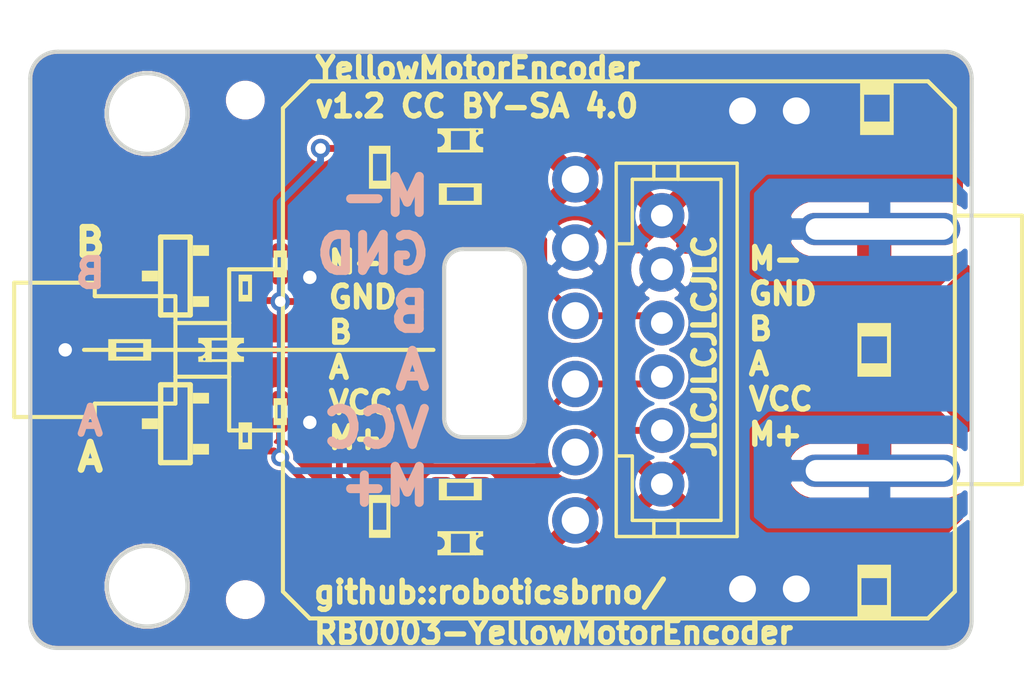
<source format=kicad_pcb>
(kicad_pcb (version 20171130) (host pcbnew "(5.1.5)-3")

  (general
    (thickness 1.6)
    (drawings 34)
    (tracks 95)
    (zones 0)
    (modules 22)
    (nets 10)
  )

  (page A4)
  (layers
    (0 Top signal)
    (31 Bottom signal)
    (32 B.Adhes user hide)
    (33 F.Adhes user hide)
    (34 B.Paste user hide)
    (35 F.Paste user hide)
    (36 B.SilkS user hide)
    (37 F.SilkS user hide)
    (38 B.Mask user hide)
    (39 F.Mask user)
    (40 Dwgs.User user hide)
    (41 Cmts.User user hide)
    (42 Eco1.User user hide)
    (43 Eco2.User user hide)
    (44 Edge.Cuts user)
    (45 Margin user hide)
    (46 B.CrtYd user hide)
    (47 F.CrtYd user hide)
    (48 B.Fab user hide)
    (49 F.Fab user hide)
  )

  (setup
    (last_trace_width 0.25)
    (trace_clearance 0.15)
    (zone_clearance 0.000001)
    (zone_45_only no)
    (trace_min 0.1524)
    (via_size 0.8)
    (via_drill 0.4)
    (via_min_size 0.4)
    (via_min_drill 0.3)
    (uvia_size 0.3)
    (uvia_drill 0.1)
    (uvias_allowed no)
    (uvia_min_size 0.2)
    (uvia_min_drill 0.1)
    (edge_width 0.05)
    (segment_width 0.2)
    (pcb_text_width 0.3)
    (pcb_text_size 1.5 1.5)
    (mod_edge_width 0.12)
    (mod_text_size 1 1)
    (mod_text_width 0.15)
    (pad_size 1.524 1.524)
    (pad_drill 0.762)
    (pad_to_mask_clearance 0)
    (aux_axis_origin 0 0)
    (visible_elements 7FFFFFFF)
    (pcbplotparams
      (layerselection 0x010fc_ffffffff)
      (usegerberextensions false)
      (usegerberattributes true)
      (usegerberadvancedattributes true)
      (creategerberjobfile true)
      (excludeedgelayer true)
      (linewidth 0.100000)
      (plotframeref false)
      (viasonmask false)
      (mode 1)
      (useauxorigin false)
      (hpglpennumber 1)
      (hpglpenspeed 20)
      (hpglpendiameter 15.000000)
      (psnegative false)
      (psa4output false)
      (plotreference true)
      (plotvalue true)
      (plotinvisibletext false)
      (padsonsilk false)
      (subtractmaskfromsilk false)
      (outputformat 1)
      (mirror false)
      (drillshape 1)
      (scaleselection 1)
      (outputdirectory ""))
  )

  (net 0 "")
  (net 1 GND)
  (net 2 B)
  (net 3 A)
  (net 4 M-)
  (net 5 M+)
  (net 6 VCC)
  (net 7 LED_POWER)
  (net 8 LED_TOP1)
  (net 9 LED_SIDE1)

  (net_class Default "This is the default net class."
    (clearance 0.15)
    (trace_width 0.25)
    (via_dia 0.8)
    (via_drill 0.4)
    (uvia_dia 0.3)
    (uvia_drill 0.1)
    (add_net A)
    (add_net B)
    (add_net GND)
    (add_net LED_POWER)
    (add_net LED_SIDE1)
    (add_net LED_TOP1)
    (add_net M+)
    (add_net M-)
    (add_net VCC)
  )

  (module YELLOW_MOTOR (layer Top) (tedit 5EF3BC7D) (tstamp 5EF33240)
    (at 162.38795 105.003727 270)
    (fp_text reference U$3 (at 0 0 270) (layer F.SilkS) hide
      (effects (font (size 1.27 1.27) (thickness 0.15)))
    )
    (fp_text value YELLOW_MOTOR (at 0 0 270) (layer F.SilkS) hide
      (effects (font (size 1.27 1.27) (thickness 0.15)))
    )
    (fp_line (start -9 -3) (end -10 -2) (layer F.SilkS) (width 0.1524))
    (fp_line (start -10 -2) (end -10 21) (layer F.SilkS) (width 0.1524))
    (fp_line (start -10 21) (end -9 22) (layer F.SilkS) (width 0.1524))
    (fp_line (start -9 22) (end -3 22) (layer F.SilkS) (width 0.1524))
    (fp_line (start -3 22) (end 3 22) (layer F.SilkS) (width 0.1524))
    (fp_line (start 3 22) (end 9 22) (layer F.SilkS) (width 0.1524))
    (fp_line (start 9 22) (end 10 21) (layer F.SilkS) (width 0.1524))
    (fp_line (start 10 21) (end 10 -2) (layer F.SilkS) (width 0.1524))
    (fp_line (start 10 -2) (end 9 -3) (layer F.SilkS) (width 0.1524))
    (fp_line (start 9 -3) (end 5 -3) (layer F.SilkS) (width 0.1524))
    (fp_line (start 5 -3) (end -5 -3) (layer F.SilkS) (width 0.1524))
    (fp_line (start -5 -3) (end -9 -3) (layer F.SilkS) (width 0.1524))
    (fp_line (start -5 -3) (end -5 -5.5) (layer F.SilkS) (width 0.1524))
    (fp_line (start -5 -5.5) (end 5 -5.5) (layer F.SilkS) (width 0.1524))
    (fp_line (start 5 -5.5) (end 5 -3) (layer F.SilkS) (width 0.1524))
    (fp_line (start -3 22) (end -3 24) (layer F.SilkS) (width 0.1524))
    (fp_line (start -3 24) (end -1 24) (layer F.SilkS) (width 0.1524))
    (fp_line (start -1 24) (end 1 24) (layer F.SilkS) (width 0.1524))
    (fp_line (start 1 24) (end 3 24) (layer F.SilkS) (width 0.1524))
    (fp_line (start 3 24) (end 3 22) (layer F.SilkS) (width 0.1524))
    (fp_line (start -1 24) (end -1 26) (layer F.SilkS) (width 0.1524))
    (fp_line (start -2.5 32) (end 2.5 32) (layer F.SilkS) (width 0.1524))
    (fp_line (start 1 26) (end 1 24) (layer F.SilkS) (width 0.1524))
    (fp_line (start 1 26) (end 2 26) (layer F.SilkS) (width 0.1524))
    (fp_line (start 2 26) (end 2 29) (layer F.SilkS) (width 0.1524))
    (fp_line (start 2 29) (end 2.5 29) (layer F.SilkS) (width 0.1524))
    (fp_line (start 2.5 29) (end 2.5 32) (layer F.SilkS) (width 0.1524))
    (fp_line (start -2.5 32) (end -2.5 29) (layer F.SilkS) (width 0.1524))
    (fp_line (start -2.5 29) (end -2 29) (layer F.SilkS) (width 0.1524))
    (fp_line (start -2 29) (end -2 26) (layer F.SilkS) (width 0.1524))
    (fp_line (start -2 26) (end -1 26) (layer F.SilkS) (width 0.1524))
    (fp_line (start -1 26) (end 1 26) (layer F.SilkS) (width 0.1524))
    (pad P$1 thru_hole oval (at -4.5 -0.2 270) (size 1.2 6) (drill oval 0.8 5.5) (layers *.Cu *.Mask)
      (net 4 M-) (solder_mask_margin 0.1524))
    (pad P$2 thru_hole oval (at 4.5 -0.2 270) (size 1.2 6) (drill oval 0.8 5.5) (layers *.Cu *.Mask)
      (net 5 M+) (solder_mask_margin 0.1524))
  )

  (module JST-PH6 (layer Top) (tedit 5EE69C47) (tstamp 5EE69E5E)
    (at 154.48795 105.003727 270)
    (fp_text reference P1 (at -7 -3.5001 270) (layer Dwgs.User)
      (effects (font (size 1.176528 1.176528) (thickness 0.093472)) (justify right bottom))
    )
    (fp_text value M1 (at 0 0 90) (layer F.SilkS) hide
      (effects (font (size 1.27 1.27) (thickness 0.15)))
    )
    (fp_line (start -6.95 1.7) (end -3.95 1.7) (layer F.SilkS) (width 0.127))
    (fp_line (start -3.95 1.7) (end 3.95 1.7) (layer F.SilkS) (width 0.127))
    (fp_line (start 3.95 1.7) (end 6.95 1.7) (layer F.SilkS) (width 0.127))
    (fp_line (start -6.95 -2.8) (end 6.95 -2.8) (layer F.SilkS) (width 0.127))
    (fp_line (start 6.95 -2.8) (end 6.95 -0.6) (layer F.SilkS) (width 0.127))
    (fp_line (start 6.95 -0.6) (end 6.95 0.3) (layer F.SilkS) (width 0.127))
    (fp_line (start 6.95 0.3) (end 6.95 1.7) (layer F.SilkS) (width 0.127))
    (fp_line (start -6.95 -2.8) (end -6.95 -0.6) (layer F.SilkS) (width 0.127))
    (fp_line (start -6.95 -0.6) (end -6.95 0.3) (layer F.SilkS) (width 0.127))
    (fp_line (start -6.95 0.3) (end -6.95 1.7) (layer F.SilkS) (width 0.127))
    (fp_line (start -6.35 -2.2) (end 6.35 -2.2) (layer F.SilkS) (width 0.127))
    (fp_line (start -6.35 -2.2) (end -6.35 -0.6) (layer F.SilkS) (width 0.127))
    (fp_line (start -6.35 -0.6) (end -6.35 0.3) (layer F.SilkS) (width 0.127))
    (fp_line (start -6.35 0.3) (end -6.35 1.1) (layer F.SilkS) (width 0.127))
    (fp_line (start -6.35 1.1) (end -3.95 1.1) (layer F.SilkS) (width 0.127))
    (fp_line (start 6.35 -2.2) (end 6.35 -0.6) (layer F.SilkS) (width 0.127))
    (fp_line (start 6.35 -0.6) (end 6.35 0.3) (layer F.SilkS) (width 0.127))
    (fp_line (start 6.35 0.3) (end 6.35 1.1) (layer F.SilkS) (width 0.127))
    (fp_line (start -6.95 0.3) (end -6.35 0.3) (layer F.SilkS) (width 0.127))
    (fp_line (start -6.95 -0.6) (end -6.35 -0.6) (layer F.SilkS) (width 0.127))
    (fp_line (start 6.35 -0.6) (end 6.95 -0.6) (layer F.SilkS) (width 0.127))
    (fp_line (start 6.35 0.3) (end 6.95 0.3) (layer F.SilkS) (width 0.127))
    (fp_line (start -3.95 1.1) (end -3.95 1.7) (layer F.SilkS) (width 0.127))
    (fp_line (start 3.95 1.1) (end 3.95 1.7) (layer F.SilkS) (width 0.127))
    (fp_line (start 3.95 1.1) (end 6.35 1.1) (layer F.SilkS) (width 0.127))
    (fp_text user 1 (at 4.9001 3.4999 90) (layer Dwgs.User)
      (effects (font (size 1.1684 1.1684) (thickness 0.1016)) (justify right bottom))
    )
    (pad 5 thru_hole circle (at -3 0 270) (size 1.6764 1.6764) (drill 0.8128) (layers *.Cu *.Mask)
      (net 1 GND) (solder_mask_margin 0.1524))
    (pad 4 thru_hole circle (at -1 0 270) (size 1.6764 1.6764) (drill 0.8128) (layers *.Cu *.Mask)
      (net 2 B) (solder_mask_margin 0.1524))
    (pad 3 thru_hole circle (at 1 0 270) (size 1.6764 1.6764) (drill 0.8128) (layers *.Cu *.Mask)
      (net 3 A) (solder_mask_margin 0.1524))
    (pad 2 thru_hole circle (at 3 0 270) (size 1.6764 1.6764) (drill 0.8128) (layers *.Cu *.Mask)
      (net 6 VCC) (solder_mask_margin 0.1524))
    (pad 6 thru_hole circle (at -5 0 270) (size 1.6764 1.6764) (drill 0.8128) (layers *.Cu *.Mask)
      (net 4 M-) (solder_mask_margin 0.1524))
    (pad 1 thru_hole circle (at 5 0 270) (size 1.6764 1.6764) (drill 0.8128) (layers *.Cu *.Mask)
      (net 5 M+) (solder_mask_margin 0.1524))
  )

  (module "" (layer Top) (tedit 0) (tstamp 0)
    (at 138.98795 95.703727)
    (fp_text reference @HOLE0 (at 0 0) (layer F.SilkS) hide
      (effects (font (size 1.27 1.27) (thickness 0.15)))
    )
    (fp_text value "" (at 0 0) (layer F.SilkS)
      (effects (font (size 1.27 1.27) (thickness 0.15)))
    )
    (pad "" np_thru_hole circle (at 0 0) (size 1.152 1.152) (drill 1.152) (layers *.Cu *.Mask))
  )

  (module "" (layer Top) (tedit 0) (tstamp 0)
    (at 138.98795 114.303727)
    (fp_text reference @HOLE1 (at 0 0) (layer F.SilkS) hide
      (effects (font (size 1.27 1.27) (thickness 0.15)))
    )
    (fp_text value "" (at 0 0) (layer F.SilkS)
      (effects (font (size 1.27 1.27) (thickness 0.15)))
    )
    (pad "" np_thru_hole circle (at 0 0) (size 1.152 1.152) (drill 1.152) (layers *.Cu *.Mask))
  )

  (module 1X06 (layer Top) (tedit 0) (tstamp 0)
    (at 151.26795 105.003727 270)
    (descr "<b>PIN HEADER</b>")
    (fp_text reference JP1 (at -7.6962 -1.8288 90) (layer Dwgs.User)
      (effects (font (size 1.17856 1.17856) (thickness 0.09144)) (justify left bottom))
    )
    (fp_text value "" (at -7.62 3.175 90) (layer F.Fab)
      (effects (font (size 1.176528 1.176528) (thickness 0.093472)) (justify left bottom))
    )
    (fp_line (start 0.635 -1.27) (end 1.905 -1.27) (layer Dwgs.User) (width 0.1524))
    (fp_line (start 1.905 -1.27) (end 2.54 -0.635) (layer Dwgs.User) (width 0.1524))
    (fp_line (start 2.54 -0.635) (end 2.54 0.635) (layer Dwgs.User) (width 0.1524))
    (fp_line (start 2.54 0.635) (end 1.905 1.27) (layer Dwgs.User) (width 0.1524))
    (fp_line (start 2.54 -0.635) (end 3.175 -1.27) (layer Dwgs.User) (width 0.1524))
    (fp_line (start 3.175 -1.27) (end 4.445 -1.27) (layer Dwgs.User) (width 0.1524))
    (fp_line (start 4.445 -1.27) (end 5.08 -0.635) (layer Dwgs.User) (width 0.1524))
    (fp_line (start 5.08 -0.635) (end 5.08 0.635) (layer Dwgs.User) (width 0.1524))
    (fp_line (start 5.08 0.635) (end 4.445 1.27) (layer Dwgs.User) (width 0.1524))
    (fp_line (start 4.445 1.27) (end 3.175 1.27) (layer Dwgs.User) (width 0.1524))
    (fp_line (start 3.175 1.27) (end 2.54 0.635) (layer Dwgs.User) (width 0.1524))
    (fp_line (start -2.54 -0.635) (end -1.905 -1.27) (layer Dwgs.User) (width 0.1524))
    (fp_line (start -1.905 -1.27) (end -0.635 -1.27) (layer Dwgs.User) (width 0.1524))
    (fp_line (start -0.635 -1.27) (end 0 -0.635) (layer Dwgs.User) (width 0.1524))
    (fp_line (start 0 -0.635) (end 0 0.635) (layer Dwgs.User) (width 0.1524))
    (fp_line (start 0 0.635) (end -0.635 1.27) (layer Dwgs.User) (width 0.1524))
    (fp_line (start -0.635 1.27) (end -1.905 1.27) (layer Dwgs.User) (width 0.1524))
    (fp_line (start -1.905 1.27) (end -2.54 0.635) (layer Dwgs.User) (width 0.1524))
    (fp_line (start 0.635 -1.27) (end 0 -0.635) (layer Dwgs.User) (width 0.1524))
    (fp_line (start 0 0.635) (end 0.635 1.27) (layer Dwgs.User) (width 0.1524))
    (fp_line (start 1.905 1.27) (end 0.635 1.27) (layer Dwgs.User) (width 0.1524))
    (fp_line (start -6.985 -1.27) (end -5.715 -1.27) (layer Dwgs.User) (width 0.1524))
    (fp_line (start -5.715 -1.27) (end -5.08 -0.635) (layer Dwgs.User) (width 0.1524))
    (fp_line (start -5.08 -0.635) (end -5.08 0.635) (layer Dwgs.User) (width 0.1524))
    (fp_line (start -5.08 0.635) (end -5.715 1.27) (layer Dwgs.User) (width 0.1524))
    (fp_line (start -5.08 -0.635) (end -4.445 -1.27) (layer Dwgs.User) (width 0.1524))
    (fp_line (start -4.445 -1.27) (end -3.175 -1.27) (layer Dwgs.User) (width 0.1524))
    (fp_line (start -3.175 -1.27) (end -2.54 -0.635) (layer Dwgs.User) (width 0.1524))
    (fp_line (start -2.54 -0.635) (end -2.54 0.635) (layer Dwgs.User) (width 0.1524))
    (fp_line (start -2.54 0.635) (end -3.175 1.27) (layer Dwgs.User) (width 0.1524))
    (fp_line (start -3.175 1.27) (end -4.445 1.27) (layer Dwgs.User) (width 0.1524))
    (fp_line (start -4.445 1.27) (end -5.08 0.635) (layer Dwgs.User) (width 0.1524))
    (fp_line (start -7.62 -0.635) (end -7.62 0.635) (layer Dwgs.User) (width 0.1524))
    (fp_line (start -6.985 -1.27) (end -7.62 -0.635) (layer Dwgs.User) (width 0.1524))
    (fp_line (start -7.62 0.635) (end -6.985 1.27) (layer Dwgs.User) (width 0.1524))
    (fp_line (start -5.715 1.27) (end -6.985 1.27) (layer Dwgs.User) (width 0.1524))
    (fp_line (start 5.715 -1.27) (end 6.985 -1.27) (layer Dwgs.User) (width 0.1524))
    (fp_line (start 6.985 -1.27) (end 7.62 -0.635) (layer Dwgs.User) (width 0.1524))
    (fp_line (start 7.62 -0.635) (end 7.62 0.635) (layer Dwgs.User) (width 0.1524))
    (fp_line (start 7.62 0.635) (end 6.985 1.27) (layer Dwgs.User) (width 0.1524))
    (fp_line (start 5.715 -1.27) (end 5.08 -0.635) (layer Dwgs.User) (width 0.1524))
    (fp_line (start 5.08 0.635) (end 5.715 1.27) (layer Dwgs.User) (width 0.1524))
    (fp_line (start 6.985 1.27) (end 5.715 1.27) (layer Dwgs.User) (width 0.1524))
    (fp_poly (pts (xy 3.556 0.254) (xy 4.064 0.254) (xy 4.064 -0.254) (xy 3.556 -0.254)) (layer F.SilkS) (width 0))
    (fp_poly (pts (xy 1.016 0.254) (xy 1.524 0.254) (xy 1.524 -0.254) (xy 1.016 -0.254)) (layer F.SilkS) (width 0))
    (fp_poly (pts (xy -1.524 0.254) (xy -1.016 0.254) (xy -1.016 -0.254) (xy -1.524 -0.254)) (layer F.SilkS) (width 0))
    (fp_poly (pts (xy -4.064 0.254) (xy -3.556 0.254) (xy -3.556 -0.254) (xy -4.064 -0.254)) (layer F.SilkS) (width 0))
    (fp_poly (pts (xy -6.604 0.254) (xy -6.096 0.254) (xy -6.096 -0.254) (xy -6.604 -0.254)) (layer F.SilkS) (width 0))
    (fp_poly (pts (xy 6.096 0.254) (xy 6.604 0.254) (xy 6.604 -0.254) (xy 6.096 -0.254)) (layer F.SilkS) (width 0))
    (pad 1 thru_hole circle (at -6.35 0) (size 1.7272 1.7272) (drill 1.016) (layers *.Cu *.Mask)
      (net 4 M-) (solder_mask_margin 0.1524))
    (pad 2 thru_hole circle (at -3.81 0) (size 1.7272 1.7272) (drill 1.016) (layers *.Cu *.Mask)
      (net 1 GND) (solder_mask_margin 0.1524))
    (pad 3 thru_hole circle (at -1.27 0) (size 1.7272 1.7272) (drill 1.016) (layers *.Cu *.Mask)
      (net 2 B) (solder_mask_margin 0.1524))
    (pad 4 thru_hole circle (at 1.27 0) (size 1.7272 1.7272) (drill 1.016) (layers *.Cu *.Mask)
      (net 3 A) (solder_mask_margin 0.1524))
    (pad 5 thru_hole circle (at 3.81 0) (size 1.7272 1.7272) (drill 1.016) (layers *.Cu *.Mask)
      (net 6 VCC) (solder_mask_margin 0.1524))
    (pad 6 thru_hole circle (at 6.35 0) (size 1.7272 1.7272) (drill 1.016) (layers *.Cu *.Mask)
      (net 5 M+) (solder_mask_margin 0.1524))
  )

  (module R0603 (layer Top) (tedit 0) (tstamp 0)
    (at 134.68795 105.003727)
    (descr <b>RESISTOR</b>)
    (fp_text reference R1 (at -0.635 -0.635) (layer Dwgs.User)
      (effects (font (size 1.176528 1.176528) (thickness 0.093472)) (justify left bottom))
    )
    (fp_text value 1k (at -0.635 1.905) (layer F.Fab)
      (effects (font (size 1.176528 1.176528) (thickness 0.093472)) (justify left bottom))
    )
    (fp_line (start -0.5 0.325) (end 0.5 0.325) (layer F.SilkS) (width 0.15))
    (fp_line (start 0.5 -0.325) (end -0.5 -0.325) (layer F.SilkS) (width 0.15))
    (fp_poly (pts (xy 0.5 0.4) (xy 0.8 0.4) (xy 0.8 -0.4) (xy 0.5 -0.4)) (layer F.SilkS) (width 0))
    (fp_poly (pts (xy -0.8 0.4) (xy -0.5 0.4) (xy -0.5 -0.4) (xy -0.8 -0.4)) (layer F.SilkS) (width 0))
    (fp_poly (pts (xy -0.15 0.4) (xy 0.15 0.4) (xy 0.15 -0.4) (xy -0.15 -0.4)) (layer F.Adhes) (width 0))
    (fp_line (start -1.37 0.67) (end -1.37 -0.67) (layer F.CrtYd) (width 0.05))
    (fp_line (start -1.37 -0.67) (end 1.37 -0.67) (layer F.CrtYd) (width 0.05))
    (fp_line (start 1.37 -0.67) (end 1.37 0.67) (layer F.CrtYd) (width 0.05))
    (fp_line (start 1.37 0.67) (end -1.37 0.67) (layer F.CrtYd) (width 0.05))
    (pad 1 smd roundrect (at -0.72 0 180) (size 0.89 0.93) (layers Top F.Paste F.Mask) (roundrect_rratio 0.25)
      (net 1 GND) (solder_mask_margin 0.1524))
    (pad 2 smd roundrect (at 0.72 0) (size 0.89 0.93) (layers Top F.Paste F.Mask) (roundrect_rratio 0.25)
      (net 7 LED_POWER) (solder_mask_margin 0.1524))
  )

  (module CHIPLED_0603 (layer Top) (tedit 0) (tstamp 0)
    (at 138.08795 105.003727)
    (descr "<b>CHIPLED</b><p>\nSource: http://www.osram.convergy.de/ ... LG_LY Q971.pdf")
    (fp_text reference LED_POWER (at -0.73795 0.846273 90) (layer Dwgs.User)
      (effects (font (size 1.176528 1.176528) (thickness 0.093472)) (justify right top))
    )
    (fp_text value RED (at 1.905 1.27 90) (layer F.Fab)
      (effects (font (size 1.176528 1.176528) (thickness 0.093472)) (justify right top))
    )
    (fp_arc (start -0.826099 0) (end -0.8 0.3) (angle -170.055574) (layer F.SilkS) (width 0.1016))
    (fp_arc (start 0.825 0) (end 0.825 0.275) (angle 180) (layer F.SilkS) (width 0.0508))
    (fp_line (start -0.375 0.4) (end 0.35 0.4) (layer F.SilkS) (width 0.1016))
    (fp_line (start -0.35 -0.4) (end 0.35 -0.4) (layer F.SilkS) (width 0.1016))
    (fp_circle (center -0.625 0.35) (end -0.55 0.35) (layer F.SilkS) (width 0.0508))
    (fp_poly (pts (xy -0.7 0.45) (xy -0.7 0.25) (xy -0.85 0.25) (xy -0.85 0.45)) (layer F.SilkS) (width 0))
    (fp_poly (pts (xy -0.55 0.275) (xy -0.55 0.225) (xy -0.6 0.225) (xy -0.6 0.275)) (layer F.SilkS) (width 0))
    (fp_poly (pts (xy -0.35 0.45) (xy -0.35 0.400001) (xy -0.725 0.4) (xy -0.725 0.449999)) (layer F.SilkS) (width 0))
    (fp_poly (pts (xy -0.55 -0.25) (xy -0.55 -0.449999) (xy -0.85 -0.45) (xy -0.85 -0.250001)) (layer F.SilkS) (width 0))
    (fp_poly (pts (xy -0.350001 0.45) (xy -0.35 -0.45) (xy -0.574999 -0.45) (xy -0.575 0.45)) (layer F.SilkS) (width 0))
    (fp_poly (pts (xy 0.85 0.45) (xy 0.85 0.250001) (xy 0.35 0.25) (xy 0.35 0.449999)) (layer F.SilkS) (width 0))
    (fp_poly (pts (xy 0.85 -0.25) (xy 0.85 -0.449999) (xy 0.35 -0.45) (xy 0.35 -0.250001)) (layer F.SilkS) (width 0))
    (fp_poly (pts (xy 0.574999 0.275) (xy 0.575 -0.275) (xy 0.350001 -0.275) (xy 0.35 0.275)) (layer F.SilkS) (width 0))
    (fp_poly (pts (xy 0.65 0.275) (xy 0.65 0.175) (xy 0.55 0.175) (xy 0.55 0.275)) (layer F.SilkS) (width 0))
    (fp_poly (pts (xy 0.65 -0.175) (xy 0.65 -0.275) (xy 0.55 -0.275) (xy 0.55 -0.175)) (layer F.SilkS) (width 0))
    (fp_poly (pts (xy 0 -0.124999) (xy -0.249999 -0.125) (xy -0.25 0.124999) (xy -0.000001 0.125)) (layer Dwgs.User) (width 0))
    (fp_line (start -1.35 0.6) (end -1.35 -0.6) (layer F.CrtYd) (width 0.05))
    (fp_line (start -1.35 -0.6) (end 1.35 -0.6) (layer F.CrtYd) (width 0.05))
    (fp_line (start 1.35 -0.6) (end 1.35 0.6) (layer F.CrtYd) (width 0.05))
    (fp_line (start 1.35 0.6) (end -1.35 0.6) (layer F.CrtYd) (width 0.05))
    (pad C smd roundrect (at -0.75 0 90) (size 0.8 0.8) (layers Top F.Paste F.Mask) (roundrect_rratio 0.25)
      (net 7 LED_POWER) (solder_mask_margin 0.1524))
    (pad A smd roundrect (at 0.75 0 90) (size 0.8 0.8) (layers Top F.Paste F.Mask) (roundrect_rratio 0.25)
      (net 6 VCC) (solder_mask_margin 0.1524))
  )

  (module C0402 (layer Top) (tedit 0) (tstamp 0)
    (at 140.28795 107.303727 270)
    (descr <b>CAPACITOR</b>)
    (fp_text reference C6 (at -0.635 -0.635 90) (layer Dwgs.User)
      (effects (font (size 1.176528 1.176528) (thickness 0.093472)) (justify left bottom))
    )
    (fp_text value 18p/50V (at -0.635 1.905 90) (layer F.Fab)
      (effects (font (size 1.176528 1.176528) (thickness 0.093472)) (justify left bottom))
    )
    (fp_line (start -0.25 -0.175) (end 0.25 -0.175) (layer F.SilkS) (width 0.15))
    (fp_line (start 0.25 0.175) (end -0.25 0.175) (layer F.SilkS) (width 0.15))
    (fp_poly (pts (xy -0.5 0.25) (xy -0.25 0.25) (xy -0.25 -0.25) (xy -0.5 -0.25)) (layer F.SilkS) (width 0))
    (fp_poly (pts (xy 0.25 0.25) (xy 0.5 0.25) (xy 0.5 -0.25) (xy 0.25 -0.25)) (layer F.SilkS) (width 0))
    (fp_poly (pts (xy -0.1 0.2) (xy 0.1 0.2) (xy 0.1 -0.2) (xy -0.1 -0.2)) (layer F.Adhes) (width 0))
    (fp_line (start -0.92 0.44) (end -0.92 -0.44) (layer F.CrtYd) (width 0.05))
    (fp_line (start -0.92 -0.44) (end 0.92 -0.44) (layer F.CrtYd) (width 0.05))
    (fp_line (start 0.92 -0.44) (end 0.92 0.44) (layer F.CrtYd) (width 0.05))
    (fp_line (start 0.92 0.44) (end -0.92 0.44) (layer F.CrtYd) (width 0.05))
    (pad 1 smd roundrect (at -0.465 0 90) (size 0.6 0.58) (layers Top F.Paste F.Mask) (roundrect_rratio 0.25)
      (net 3 A) (solder_mask_margin 0.1524))
    (pad 2 smd roundrect (at 0.465 0 270) (size 0.6 0.58) (layers Top F.Paste F.Mask) (roundrect_rratio 0.25)
      (net 1 GND) (solder_mask_margin 0.1524))
  )

  (module SOT23 (layer Top) (tedit 0) (tstamp 0)
    (at 136.38795 107.753727)
    (descr <b>SOT-23</b>)
    (fp_text reference U$1 (at -1.905 -1.905) (layer Dwgs.User)
      (effects (font (size 1.176528 1.176528) (thickness 0.093472)) (justify left bottom))
    )
    (fp_text value MH253ESO (at -1.905 3.175) (layer F.Fab)
      (effects (font (size 1.176528 1.176528) (thickness 0.093472)) (justify left bottom))
    )
    (fp_line (start -0.55 -1.45) (end 0.55 -1.45) (layer F.SilkS) (width 0.2))
    (fp_line (start 0.55 -1.45) (end 0.55 1.45) (layer F.SilkS) (width 0.2))
    (fp_line (start 0.55 1.45) (end -0.55 1.45) (layer F.SilkS) (width 0.2))
    (fp_line (start -0.55 1.45) (end -0.55 -1.45) (layer F.SilkS) (width 0.2))
    (fp_line (start 0.2 1.45) (end -0.55 1.45) (layer Dwgs.User) (width 0.2))
    (fp_line (start -0.55 1.45) (end -0.55 0.65) (layer Dwgs.User) (width 0.2))
    (fp_line (start -0.55 -1.45) (end 0.2 -1.45) (layer Dwgs.User) (width 0.2))
    (fp_line (start -0.55 -0.65) (end -0.55 -1.45) (layer Dwgs.User) (width 0.2))
    (fp_poly (pts (xy -0.65 0.2) (xy -0.65 -0.199999) (xy -1.25 -0.2) (xy -1.25 0.199999)) (layer F.SilkS) (width 0))
    (fp_poly (pts (xy 1.25 -0.75) (xy 1.25 -1.149999) (xy 0.65 -1.15) (xy 0.65 -0.750001)) (layer F.SilkS) (width 0))
    (fp_poly (pts (xy 1.25 1.15) (xy 1.25 0.750001) (xy 0.65 0.75) (xy 0.65 1.149999)) (layer F.SilkS) (width 0))
    (fp_line (start -1.685 -1.7) (end -1.685 1.7) (layer F.CrtYd) (width 0.05))
    (fp_line (start -1.685 1.7) (end 1.685 1.7) (layer F.CrtYd) (width 0.05))
    (fp_line (start 1.685 1.7) (end 1.685 -1.7) (layer F.CrtYd) (width 0.05))
    (fp_line (start 1.685 -1.7) (end -1.685 -1.7) (layer F.CrtYd) (width 0.05))
    (pad 3 smd roundrect (at -0.96 0 180) (size 1.05 0.61) (layers Top F.Paste F.Mask) (roundrect_rratio 0.25)
      (net 1 GND) (solder_mask_margin 0.1524))
    (pad 2 smd roundrect (at 0.96 -0.95) (size 1.05 0.61) (layers Top F.Paste F.Mask) (roundrect_rratio 0.25)
      (net 3 A) (solder_mask_margin 0.1524))
    (pad 1 smd roundrect (at 0.96 0.95) (size 1.05 0.61) (layers Top F.Paste F.Mask) (roundrect_rratio 0.25)
      (net 6 VCC) (solder_mask_margin 0.1524))
  )

  (module SOT23 (layer Top) (tedit 0) (tstamp 0)
    (at 136.38795 102.253727)
    (descr <b>SOT-23</b>)
    (fp_text reference U$2 (at -1.905 -1.905) (layer Dwgs.User)
      (effects (font (size 1.176528 1.176528) (thickness 0.093472)) (justify left bottom))
    )
    (fp_text value MH253ESO (at -1.905 3.175) (layer F.Fab)
      (effects (font (size 1.176528 1.176528) (thickness 0.093472)) (justify left bottom))
    )
    (fp_line (start -0.55 -1.45) (end 0.55 -1.45) (layer F.SilkS) (width 0.2))
    (fp_line (start 0.55 -1.45) (end 0.55 1.45) (layer F.SilkS) (width 0.2))
    (fp_line (start 0.55 1.45) (end -0.55 1.45) (layer F.SilkS) (width 0.2))
    (fp_line (start -0.55 1.45) (end -0.55 -1.45) (layer F.SilkS) (width 0.2))
    (fp_line (start 0.2 1.45) (end -0.55 1.45) (layer Dwgs.User) (width 0.2))
    (fp_line (start -0.55 1.45) (end -0.55 0.65) (layer Dwgs.User) (width 0.2))
    (fp_line (start -0.55 -1.45) (end 0.2 -1.45) (layer Dwgs.User) (width 0.2))
    (fp_line (start -0.55 -0.65) (end -0.55 -1.45) (layer Dwgs.User) (width 0.2))
    (fp_poly (pts (xy -0.65 0.2) (xy -0.65 -0.199999) (xy -1.25 -0.2) (xy -1.25 0.199999)) (layer F.SilkS) (width 0))
    (fp_poly (pts (xy 1.25 -0.75) (xy 1.25 -1.149999) (xy 0.65 -1.15) (xy 0.65 -0.750001)) (layer F.SilkS) (width 0))
    (fp_poly (pts (xy 1.25 1.15) (xy 1.25 0.750001) (xy 0.65 0.75) (xy 0.65 1.149999)) (layer F.SilkS) (width 0))
    (fp_line (start -1.685 -1.7) (end -1.685 1.7) (layer F.CrtYd) (width 0.05))
    (fp_line (start -1.685 1.7) (end 1.685 1.7) (layer F.CrtYd) (width 0.05))
    (fp_line (start 1.685 1.7) (end 1.685 -1.7) (layer F.CrtYd) (width 0.05))
    (fp_line (start 1.685 -1.7) (end -1.685 -1.7) (layer F.CrtYd) (width 0.05))
    (pad 3 smd roundrect (at -0.96 0 180) (size 1.05 0.61) (layers Top F.Paste F.Mask) (roundrect_rratio 0.25)
      (net 1 GND) (solder_mask_margin 0.1524))
    (pad 2 smd roundrect (at 0.96 -0.95) (size 1.05 0.61) (layers Top F.Paste F.Mask) (roundrect_rratio 0.25)
      (net 2 B) (solder_mask_margin 0.1524))
    (pad 1 smd roundrect (at 0.96 0.95) (size 1.05 0.61) (layers Top F.Paste F.Mask) (roundrect_rratio 0.25)
      (net 6 VCC) (solder_mask_margin 0.1524))
  )

  (module CHIPLED_0603 (layer Top) (tedit 0) (tstamp 0)
    (at 146.98795 112.203727 180)
    (descr "<b>CHIPLED</b><p>\nSource: http://www.osram.convergy.de/ ... LG_LY Q971.pdf")
    (fp_text reference LED_A (at -0.635 1.27 90) (layer Dwgs.User)
      (effects (font (size 1.176528 1.176528) (thickness 0.093472)) (justify right top))
    )
    (fp_text value RED (at 1.905 1.27 90) (layer F.Fab)
      (effects (font (size 1.176528 1.176528) (thickness 0.093472)) (justify right top))
    )
    (fp_arc (start -0.826099 0) (end -0.8 0.3) (angle -170.055574) (layer F.SilkS) (width 0.1016))
    (fp_arc (start 0.825 0) (end 0.825 0.275) (angle 180) (layer F.SilkS) (width 0.0508))
    (fp_line (start -0.375 0.4) (end 0.35 0.4) (layer F.SilkS) (width 0.1016))
    (fp_line (start -0.35 -0.4) (end 0.35 -0.4) (layer F.SilkS) (width 0.1016))
    (fp_circle (center -0.625 0.35) (end -0.55 0.35) (layer F.SilkS) (width 0.0508))
    (fp_poly (pts (xy -0.7 0.45) (xy -0.7 0.25) (xy -0.85 0.25) (xy -0.85 0.45)) (layer F.SilkS) (width 0))
    (fp_poly (pts (xy -0.55 0.275) (xy -0.55 0.225) (xy -0.6 0.225) (xy -0.6 0.275)) (layer F.SilkS) (width 0))
    (fp_poly (pts (xy -0.35 0.45) (xy -0.35 0.400001) (xy -0.725 0.4) (xy -0.725 0.449999)) (layer F.SilkS) (width 0))
    (fp_poly (pts (xy -0.55 -0.25) (xy -0.55 -0.449999) (xy -0.85 -0.45) (xy -0.85 -0.250001)) (layer F.SilkS) (width 0))
    (fp_poly (pts (xy -0.350001 0.45) (xy -0.35 -0.45) (xy -0.574999 -0.45) (xy -0.575 0.45)) (layer F.SilkS) (width 0))
    (fp_poly (pts (xy 0.85 0.45) (xy 0.85 0.250001) (xy 0.35 0.25) (xy 0.35 0.449999)) (layer F.SilkS) (width 0))
    (fp_poly (pts (xy 0.85 -0.25) (xy 0.85 -0.449999) (xy 0.35 -0.45) (xy 0.35 -0.250001)) (layer F.SilkS) (width 0))
    (fp_poly (pts (xy 0.574999 0.275) (xy 0.575 -0.275) (xy 0.350001 -0.275) (xy 0.35 0.275)) (layer F.SilkS) (width 0))
    (fp_poly (pts (xy 0.65 0.275) (xy 0.65 0.175) (xy 0.55 0.175) (xy 0.55 0.275)) (layer F.SilkS) (width 0))
    (fp_poly (pts (xy 0.65 -0.175) (xy 0.65 -0.275) (xy 0.55 -0.275) (xy 0.55 -0.175)) (layer F.SilkS) (width 0))
    (fp_poly (pts (xy 0 -0.124999) (xy -0.249999 -0.125) (xy -0.25 0.124999) (xy -0.000001 0.125)) (layer Dwgs.User) (width 0))
    (fp_line (start -1.35 0.6) (end -1.35 -0.6) (layer F.CrtYd) (width 0.05))
    (fp_line (start -1.35 -0.6) (end 1.35 -0.6) (layer F.CrtYd) (width 0.05))
    (fp_line (start 1.35 -0.6) (end 1.35 0.6) (layer F.CrtYd) (width 0.05))
    (fp_line (start 1.35 0.6) (end -1.35 0.6) (layer F.CrtYd) (width 0.05))
    (pad C smd roundrect (at -0.75 0 270) (size 0.8 0.8) (layers Top F.Paste F.Mask) (roundrect_rratio 0.25)
      (net 9 LED_SIDE1) (solder_mask_margin 0.1524))
    (pad A smd roundrect (at 0.75 0 270) (size 0.8 0.8) (layers Top F.Paste F.Mask) (roundrect_rratio 0.25)
      (net 6 VCC) (solder_mask_margin 0.1524))
  )

  (module CHIPLED_0603 (layer Top) (tedit 0) (tstamp 0)
    (at 146.98795 97.203727 180)
    (descr "<b>CHIPLED</b><p>\nSource: http://www.osram.convergy.de/ ... LG_LY Q971.pdf")
    (fp_text reference LED_B (at -0.635 1.27 90) (layer Dwgs.User)
      (effects (font (size 1.176528 1.176528) (thickness 0.093472)) (justify right top))
    )
    (fp_text value RED (at 1.905 1.27 90) (layer F.Fab)
      (effects (font (size 1.176528 1.176528) (thickness 0.093472)) (justify right top))
    )
    (fp_arc (start -0.826099 0) (end -0.8 0.3) (angle -170.055574) (layer F.SilkS) (width 0.1016))
    (fp_arc (start 0.825 0) (end 0.825 0.275) (angle 180) (layer F.SilkS) (width 0.0508))
    (fp_line (start -0.375 0.4) (end 0.35 0.4) (layer F.SilkS) (width 0.1016))
    (fp_line (start -0.35 -0.4) (end 0.35 -0.4) (layer F.SilkS) (width 0.1016))
    (fp_circle (center -0.625 0.35) (end -0.55 0.35) (layer F.SilkS) (width 0.0508))
    (fp_poly (pts (xy -0.7 0.45) (xy -0.7 0.25) (xy -0.85 0.25) (xy -0.85 0.45)) (layer F.SilkS) (width 0))
    (fp_poly (pts (xy -0.55 0.275) (xy -0.55 0.225) (xy -0.6 0.225) (xy -0.6 0.275)) (layer F.SilkS) (width 0))
    (fp_poly (pts (xy -0.35 0.45) (xy -0.35 0.400001) (xy -0.725 0.4) (xy -0.725 0.449999)) (layer F.SilkS) (width 0))
    (fp_poly (pts (xy -0.55 -0.25) (xy -0.55 -0.449999) (xy -0.85 -0.45) (xy -0.85 -0.250001)) (layer F.SilkS) (width 0))
    (fp_poly (pts (xy -0.350001 0.45) (xy -0.35 -0.45) (xy -0.574999 -0.45) (xy -0.575 0.45)) (layer F.SilkS) (width 0))
    (fp_poly (pts (xy 0.85 0.45) (xy 0.85 0.250001) (xy 0.35 0.25) (xy 0.35 0.449999)) (layer F.SilkS) (width 0))
    (fp_poly (pts (xy 0.85 -0.25) (xy 0.85 -0.449999) (xy 0.35 -0.45) (xy 0.35 -0.250001)) (layer F.SilkS) (width 0))
    (fp_poly (pts (xy 0.574999 0.275) (xy 0.575 -0.275) (xy 0.350001 -0.275) (xy 0.35 0.275)) (layer F.SilkS) (width 0))
    (fp_poly (pts (xy 0.65 0.275) (xy 0.65 0.175) (xy 0.55 0.175) (xy 0.55 0.275)) (layer F.SilkS) (width 0))
    (fp_poly (pts (xy 0.65 -0.175) (xy 0.65 -0.275) (xy 0.55 -0.275) (xy 0.55 -0.175)) (layer F.SilkS) (width 0))
    (fp_poly (pts (xy 0 -0.124999) (xy -0.249999 -0.125) (xy -0.25 0.124999) (xy -0.000001 0.125)) (layer Dwgs.User) (width 0))
    (fp_line (start -1.35 0.6) (end -1.35 -0.6) (layer F.CrtYd) (width 0.05))
    (fp_line (start -1.35 -0.6) (end 1.35 -0.6) (layer F.CrtYd) (width 0.05))
    (fp_line (start 1.35 -0.6) (end 1.35 0.6) (layer F.CrtYd) (width 0.05))
    (fp_line (start 1.35 0.6) (end -1.35 0.6) (layer F.CrtYd) (width 0.05))
    (pad C smd roundrect (at -0.75 0 270) (size 0.8 0.8) (layers Top F.Paste F.Mask) (roundrect_rratio 0.25)
      (net 8 LED_TOP1) (solder_mask_margin 0.1524))
    (pad A smd roundrect (at 0.75 0 270) (size 0.8 0.8) (layers Top F.Paste F.Mask) (roundrect_rratio 0.25)
      (net 6 VCC) (solder_mask_margin 0.1524))
  )

  (module R0603 (layer Top) (tedit 0) (tstamp 0)
    (at 146.98795 110.203727)
    (descr <b>RESISTOR</b>)
    (fp_text reference R2 (at -0.635 -0.635) (layer Dwgs.User)
      (effects (font (size 1.176528 1.176528) (thickness 0.093472)) (justify left bottom))
    )
    (fp_text value 1k (at -0.635 1.905) (layer F.Fab)
      (effects (font (size 1.176528 1.176528) (thickness 0.093472)) (justify left bottom))
    )
    (fp_line (start -0.5 0.325) (end 0.5 0.325) (layer F.SilkS) (width 0.15))
    (fp_line (start 0.5 -0.325) (end -0.5 -0.325) (layer F.SilkS) (width 0.15))
    (fp_poly (pts (xy 0.5 0.4) (xy 0.8 0.4) (xy 0.8 -0.4) (xy 0.5 -0.4)) (layer F.SilkS) (width 0))
    (fp_poly (pts (xy -0.8 0.4) (xy -0.5 0.4) (xy -0.5 -0.4) (xy -0.8 -0.4)) (layer F.SilkS) (width 0))
    (fp_poly (pts (xy -0.15 0.4) (xy 0.15 0.4) (xy 0.15 -0.4) (xy -0.15 -0.4)) (layer F.Adhes) (width 0))
    (fp_line (start -1.37 0.67) (end -1.37 -0.67) (layer F.CrtYd) (width 0.05))
    (fp_line (start -1.37 -0.67) (end 1.37 -0.67) (layer F.CrtYd) (width 0.05))
    (fp_line (start 1.37 -0.67) (end 1.37 0.67) (layer F.CrtYd) (width 0.05))
    (fp_line (start 1.37 0.67) (end -1.37 0.67) (layer F.CrtYd) (width 0.05))
    (pad 1 smd roundrect (at -0.72 0 180) (size 0.89 0.93) (layers Top F.Paste F.Mask) (roundrect_rratio 0.25)
      (net 3 A) (solder_mask_margin 0.1524))
    (pad 2 smd roundrect (at 0.72 0) (size 0.89 0.93) (layers Top F.Paste F.Mask) (roundrect_rratio 0.25)
      (net 9 LED_SIDE1) (solder_mask_margin 0.1524))
  )

  (module R0603 (layer Top) (tedit 0) (tstamp 0)
    (at 146.98795 99.203727)
    (descr <b>RESISTOR</b>)
    (fp_text reference R3 (at -0.635 -0.635) (layer Dwgs.User)
      (effects (font (size 1.176528 1.176528) (thickness 0.093472)) (justify left bottom))
    )
    (fp_text value 1k (at -0.635 1.905) (layer F.Fab)
      (effects (font (size 1.176528 1.176528) (thickness 0.093472)) (justify left bottom))
    )
    (fp_line (start -0.5 0.325) (end 0.5 0.325) (layer F.SilkS) (width 0.15))
    (fp_line (start 0.5 -0.325) (end -0.5 -0.325) (layer F.SilkS) (width 0.15))
    (fp_poly (pts (xy 0.5 0.4) (xy 0.8 0.4) (xy 0.8 -0.4) (xy 0.5 -0.4)) (layer F.SilkS) (width 0))
    (fp_poly (pts (xy -0.8 0.4) (xy -0.5 0.4) (xy -0.5 -0.4) (xy -0.8 -0.4)) (layer F.SilkS) (width 0))
    (fp_poly (pts (xy -0.15 0.4) (xy 0.15 0.4) (xy 0.15 -0.4) (xy -0.15 -0.4)) (layer F.Adhes) (width 0))
    (fp_line (start -1.37 0.67) (end -1.37 -0.67) (layer F.CrtYd) (width 0.05))
    (fp_line (start -1.37 -0.67) (end 1.37 -0.67) (layer F.CrtYd) (width 0.05))
    (fp_line (start 1.37 -0.67) (end 1.37 0.67) (layer F.CrtYd) (width 0.05))
    (fp_line (start 1.37 0.67) (end -1.37 0.67) (layer F.CrtYd) (width 0.05))
    (pad 1 smd roundrect (at -0.72 0 180) (size 0.89 0.93) (layers Top F.Paste F.Mask) (roundrect_rratio 0.25)
      (net 2 B) (solder_mask_margin 0.1524))
    (pad 2 smd roundrect (at 0.72 0) (size 0.89 0.93) (layers Top F.Paste F.Mask) (roundrect_rratio 0.25)
      (net 8 LED_TOP1) (solder_mask_margin 0.1524))
  )

  (module R0603 (layer Top) (tedit 0) (tstamp 0)
    (at 143.98795 111.203727 270)
    (descr <b>RESISTOR</b>)
    (fp_text reference R4 (at -0.635 -0.635 90) (layer Dwgs.User)
      (effects (font (size 1.176528 1.176528) (thickness 0.093472)) (justify left bottom))
    )
    (fp_text value 47k (at -0.635 1.905 90) (layer F.Fab)
      (effects (font (size 1.176528 1.176528) (thickness 0.093472)) (justify left bottom))
    )
    (fp_line (start -0.5 0.325) (end 0.5 0.325) (layer F.SilkS) (width 0.15))
    (fp_line (start 0.5 -0.325) (end -0.5 -0.325) (layer F.SilkS) (width 0.15))
    (fp_poly (pts (xy 0.5 0.4) (xy 0.8 0.4) (xy 0.8 -0.4) (xy 0.5 -0.4)) (layer F.SilkS) (width 0))
    (fp_poly (pts (xy -0.8 0.4) (xy -0.5 0.4) (xy -0.5 -0.4) (xy -0.8 -0.4)) (layer F.SilkS) (width 0))
    (fp_poly (pts (xy -0.15 0.4) (xy 0.15 0.4) (xy 0.15 -0.4) (xy -0.15 -0.4)) (layer F.Adhes) (width 0))
    (fp_line (start -1.37 0.67) (end -1.37 -0.67) (layer F.CrtYd) (width 0.05))
    (fp_line (start -1.37 -0.67) (end 1.37 -0.67) (layer F.CrtYd) (width 0.05))
    (fp_line (start 1.37 -0.67) (end 1.37 0.67) (layer F.CrtYd) (width 0.05))
    (fp_line (start 1.37 0.67) (end -1.37 0.67) (layer F.CrtYd) (width 0.05))
    (pad 1 smd roundrect (at -0.72 0 90) (size 0.89 0.93) (layers Top F.Paste F.Mask) (roundrect_rratio 0.25)
      (net 3 A) (solder_mask_margin 0.1524))
    (pad 2 smd roundrect (at 0.72 0 270) (size 0.89 0.93) (layers Top F.Paste F.Mask) (roundrect_rratio 0.25)
      (net 6 VCC) (solder_mask_margin 0.1524))
  )

  (module R0603 (layer Top) (tedit 0) (tstamp 0)
    (at 143.98795 98.203727 90)
    (descr <b>RESISTOR</b>)
    (fp_text reference R5 (at -0.635 -0.635 90) (layer Dwgs.User)
      (effects (font (size 1.176528 1.176528) (thickness 0.093472)) (justify left bottom))
    )
    (fp_text value 47k (at -1.096273 -11.03795 90) (layer F.Fab)
      (effects (font (size 1.176528 1.176528) (thickness 0.093472)) (justify left bottom))
    )
    (fp_line (start -0.5 0.325) (end 0.5 0.325) (layer F.SilkS) (width 0.15))
    (fp_line (start 0.5 -0.325) (end -0.5 -0.325) (layer F.SilkS) (width 0.15))
    (fp_poly (pts (xy 0.5 0.4) (xy 0.8 0.4) (xy 0.8 -0.4) (xy 0.5 -0.4)) (layer F.SilkS) (width 0))
    (fp_poly (pts (xy -0.8 0.4) (xy -0.5 0.4) (xy -0.5 -0.4) (xy -0.8 -0.4)) (layer F.SilkS) (width 0))
    (fp_poly (pts (xy -0.15 0.4) (xy 0.15 0.4) (xy 0.15 -0.4) (xy -0.15 -0.4)) (layer F.Adhes) (width 0))
    (fp_line (start -1.37 0.67) (end -1.37 -0.67) (layer F.CrtYd) (width 0.05))
    (fp_line (start -1.37 -0.67) (end 1.37 -0.67) (layer F.CrtYd) (width 0.05))
    (fp_line (start 1.37 -0.67) (end 1.37 0.67) (layer F.CrtYd) (width 0.05))
    (fp_line (start 1.37 0.67) (end -1.37 0.67) (layer F.CrtYd) (width 0.05))
    (pad 1 smd roundrect (at -0.72 0 270) (size 0.89 0.93) (layers Top F.Paste F.Mask) (roundrect_rratio 0.25)
      (net 2 B) (solder_mask_margin 0.1524))
    (pad 2 smd roundrect (at 0.72 0 90) (size 0.89 0.93) (layers Top F.Paste F.Mask) (roundrect_rratio 0.25)
      (net 6 VCC) (solder_mask_margin 0.1524))
  )

  (module C0402 (layer Top) (tedit 0) (tstamp 0)
    (at 140.28795 101.803727 270)
    (descr <b>CAPACITOR</b>)
    (fp_text reference C7 (at -0.635 -0.635 90) (layer Dwgs.User)
      (effects (font (size 1.176528 1.176528) (thickness 0.093472)) (justify left bottom))
    )
    (fp_text value 18p/50V (at 1.296273 2.08795 90) (layer F.Fab)
      (effects (font (size 1.176528 1.176528) (thickness 0.093472)) (justify left bottom))
    )
    (fp_line (start -0.25 -0.175) (end 0.25 -0.175) (layer F.SilkS) (width 0.15))
    (fp_line (start 0.25 0.175) (end -0.25 0.175) (layer F.SilkS) (width 0.15))
    (fp_poly (pts (xy -0.5 0.25) (xy -0.25 0.25) (xy -0.25 -0.25) (xy -0.5 -0.25)) (layer F.SilkS) (width 0))
    (fp_poly (pts (xy 0.25 0.25) (xy 0.5 0.25) (xy 0.5 -0.25) (xy 0.25 -0.25)) (layer F.SilkS) (width 0))
    (fp_poly (pts (xy -0.1 0.2) (xy 0.1 0.2) (xy 0.1 -0.2) (xy -0.1 -0.2)) (layer F.Adhes) (width 0))
    (fp_line (start -0.92 0.44) (end -0.92 -0.44) (layer F.CrtYd) (width 0.05))
    (fp_line (start -0.92 -0.44) (end 0.92 -0.44) (layer F.CrtYd) (width 0.05))
    (fp_line (start 0.92 -0.44) (end 0.92 0.44) (layer F.CrtYd) (width 0.05))
    (fp_line (start 0.92 0.44) (end -0.92 0.44) (layer F.CrtYd) (width 0.05))
    (pad 1 smd roundrect (at -0.465 0 90) (size 0.6 0.58) (layers Top F.Paste F.Mask) (roundrect_rratio 0.25)
      (net 2 B) (solder_mask_margin 0.1524))
    (pad 2 smd roundrect (at 0.465 0 270) (size 0.6 0.58) (layers Top F.Paste F.Mask) (roundrect_rratio 0.25)
      (net 1 GND) (solder_mask_margin 0.1524))
  )

  (module C0402 (layer Top) (tedit 0) (tstamp 0)
    (at 138.98795 102.703727 90)
    (descr <b>CAPACITOR</b>)
    (fp_text reference C1 (at -0.635 -0.635 90) (layer Dwgs.User)
      (effects (font (size 1.176528 1.176528) (thickness 0.093472)) (justify left bottom))
    )
    (fp_text value 10n/50V (at -0.635 1.905 90) (layer F.Fab)
      (effects (font (size 1.176528 1.176528) (thickness 0.093472)) (justify left bottom))
    )
    (fp_line (start -0.25 -0.175) (end 0.25 -0.175) (layer F.SilkS) (width 0.15))
    (fp_line (start 0.25 0.175) (end -0.25 0.175) (layer F.SilkS) (width 0.15))
    (fp_poly (pts (xy -0.5 0.25) (xy -0.25 0.25) (xy -0.25 -0.25) (xy -0.5 -0.25)) (layer F.SilkS) (width 0))
    (fp_poly (pts (xy 0.25 0.25) (xy 0.5 0.25) (xy 0.5 -0.25) (xy 0.25 -0.25)) (layer F.SilkS) (width 0))
    (fp_poly (pts (xy -0.1 0.2) (xy 0.1 0.2) (xy 0.1 -0.2) (xy -0.1 -0.2)) (layer F.Adhes) (width 0))
    (fp_line (start -0.92 0.44) (end -0.92 -0.44) (layer F.CrtYd) (width 0.05))
    (fp_line (start -0.92 -0.44) (end 0.92 -0.44) (layer F.CrtYd) (width 0.05))
    (fp_line (start 0.92 -0.44) (end 0.92 0.44) (layer F.CrtYd) (width 0.05))
    (fp_line (start 0.92 0.44) (end -0.92 0.44) (layer F.CrtYd) (width 0.05))
    (pad 1 smd roundrect (at -0.465 0 270) (size 0.6 0.58) (layers Top F.Paste F.Mask) (roundrect_rratio 0.25)
      (net 6 VCC) (solder_mask_margin 0.1524))
    (pad 2 smd roundrect (at 0.465 0 90) (size 0.6 0.58) (layers Top F.Paste F.Mask) (roundrect_rratio 0.25)
      (net 1 GND) (solder_mask_margin 0.1524))
  )

  (module C0402 (layer Top) (tedit 0) (tstamp 0)
    (at 138.98795 108.203727 90)
    (descr <b>CAPACITOR</b>)
    (fp_text reference C2 (at -0.635 -0.635 90) (layer Dwgs.User)
      (effects (font (size 1.176528 1.176528) (thickness 0.093472)) (justify left bottom))
    )
    (fp_text value 10n/50V (at -0.635 1.905 90) (layer F.Fab)
      (effects (font (size 1.176528 1.176528) (thickness 0.093472)) (justify left bottom))
    )
    (fp_line (start -0.25 -0.175) (end 0.25 -0.175) (layer F.SilkS) (width 0.15))
    (fp_line (start 0.25 0.175) (end -0.25 0.175) (layer F.SilkS) (width 0.15))
    (fp_poly (pts (xy -0.5 0.25) (xy -0.25 0.25) (xy -0.25 -0.25) (xy -0.5 -0.25)) (layer F.SilkS) (width 0))
    (fp_poly (pts (xy 0.25 0.25) (xy 0.5 0.25) (xy 0.5 -0.25) (xy 0.25 -0.25)) (layer F.SilkS) (width 0))
    (fp_poly (pts (xy -0.1 0.2) (xy 0.1 0.2) (xy 0.1 -0.2) (xy -0.1 -0.2)) (layer F.Adhes) (width 0))
    (fp_line (start -0.92 0.44) (end -0.92 -0.44) (layer F.CrtYd) (width 0.05))
    (fp_line (start -0.92 -0.44) (end 0.92 -0.44) (layer F.CrtYd) (width 0.05))
    (fp_line (start 0.92 -0.44) (end 0.92 0.44) (layer F.CrtYd) (width 0.05))
    (fp_line (start 0.92 0.44) (end -0.92 0.44) (layer F.CrtYd) (width 0.05))
    (pad 1 smd roundrect (at -0.465 0 270) (size 0.6 0.58) (layers Top F.Paste F.Mask) (roundrect_rratio 0.25)
      (net 6 VCC) (solder_mask_margin 0.1524))
    (pad 2 smd roundrect (at 0.465 0 90) (size 0.6 0.58) (layers Top F.Paste F.Mask) (roundrect_rratio 0.25)
      (net 1 GND) (solder_mask_margin 0.1524))
  )

  (module C0805 (layer Top) (tedit 0) (tstamp 0)
    (at 162.38795 114.003727 270)
    (descr <b>CAPACITOR</b><p>)
    (fp_text reference C3 (at -0.635 -0.635 90) (layer Dwgs.User)
      (effects (font (size 1.176528 1.176528) (thickness 0.093472)) (justify left bottom))
    )
    (fp_text value 330n/50V (at -0.635 1.905 90) (layer F.Fab)
      (effects (font (size 1.176528 1.176528) (thickness 0.093472)) (justify left bottom))
    )
    (fp_line (start -0.5 -0.55) (end 0.5 -0.55) (layer F.SilkS) (width 0.15))
    (fp_line (start -0.5 0.55) (end 0.5 0.55) (layer F.SilkS) (width 0.15))
    (fp_line (start -1.59 -0.91) (end 1.59 -0.91) (layer F.CrtYd) (width 0.05))
    (fp_line (start 1.59 -0.91) (end 1.59 0.91) (layer F.CrtYd) (width 0.05))
    (fp_line (start 1.59 0.91) (end -1.59 0.91) (layer F.CrtYd) (width 0.05))
    (fp_line (start -1.59 0.91) (end -1.59 -0.91) (layer F.CrtYd) (width 0.05))
    (fp_poly (pts (xy 0.5 0.625) (xy 1 0.625) (xy 1 -0.625) (xy 0.5 -0.625)) (layer F.SilkS) (width 0))
    (fp_poly (pts (xy -1 0.625) (xy -0.5 0.625) (xy -0.5 -0.625) (xy -1 -0.625)) (layer F.SilkS) (width 0))
    (fp_poly (pts (xy -0.2 0.5) (xy 0.2 0.5) (xy 0.2 -0.5) (xy -0.2 -0.5)) (layer F.Adhes) (width 0))
    (pad 1 smd roundrect (at -0.87 0 90) (size 1.03 1.42) (layers Top F.Paste F.Mask) (roundrect_rratio 0.25)
      (net 5 M+) (solder_mask_margin 0.1524))
    (pad 2 smd roundrect (at 0.87 0 270) (size 1.03 1.42) (layers Top F.Paste F.Mask) (roundrect_rratio 0.25)
      (net 1 GND) (solder_mask_margin 0.1524))
  )

  (module C0805 (layer Top) (tedit 0) (tstamp 0)
    (at 162.48795 96.003727 90)
    (descr <b>CAPACITOR</b><p>)
    (fp_text reference C4 (at -0.635 -1.27 90) (layer Dwgs.User)
      (effects (font (size 1.176528 1.176528) (thickness 0.093472)) (justify left bottom))
    )
    (fp_text value 330n/50V (at -8.096273 2.51205 90) (layer F.Fab)
      (effects (font (size 1.176528 1.176528) (thickness 0.093472)) (justify left bottom))
    )
    (fp_line (start -0.5 -0.55) (end 0.5 -0.55) (layer F.SilkS) (width 0.15))
    (fp_line (start -0.5 0.55) (end 0.5 0.55) (layer F.SilkS) (width 0.15))
    (fp_line (start -1.59 -0.91) (end 1.59 -0.91) (layer F.CrtYd) (width 0.05))
    (fp_line (start 1.59 -0.91) (end 1.59 0.91) (layer F.CrtYd) (width 0.05))
    (fp_line (start 1.59 0.91) (end -1.59 0.91) (layer F.CrtYd) (width 0.05))
    (fp_line (start -1.59 0.91) (end -1.59 -0.91) (layer F.CrtYd) (width 0.05))
    (fp_poly (pts (xy 0.5 0.625) (xy 1 0.625) (xy 1 -0.625) (xy 0.5 -0.625)) (layer F.SilkS) (width 0))
    (fp_poly (pts (xy -1 0.625) (xy -0.5 0.625) (xy -0.5 -0.625) (xy -1 -0.625)) (layer F.SilkS) (width 0))
    (fp_poly (pts (xy -0.2 0.5) (xy 0.2 0.5) (xy 0.2 -0.5) (xy -0.2 -0.5)) (layer F.Adhes) (width 0))
    (pad 1 smd roundrect (at -0.87 0 270) (size 1.03 1.42) (layers Top F.Paste F.Mask) (roundrect_rratio 0.25)
      (net 4 M-) (solder_mask_margin 0.1524))
    (pad 2 smd roundrect (at 0.87 0 90) (size 1.03 1.42) (layers Top F.Paste F.Mask) (roundrect_rratio 0.25)
      (net 1 GND) (solder_mask_margin 0.1524))
  )

  (module C0805 (layer Top) (tedit 0) (tstamp 0)
    (at 162.38795 105.003727 90)
    (descr <b>CAPACITOR</b><p>)
    (fp_text reference C5 (at -0.635 -1.27 90) (layer Dwgs.User)
      (effects (font (size 1.176528 1.176528) (thickness 0.093472)) (justify left bottom))
    )
    (fp_text value 330n/50V (at -8.896273 2.66205 90) (layer F.Fab)
      (effects (font (size 1.176528 1.176528) (thickness 0.093472)) (justify left bottom))
    )
    (fp_line (start -0.5 -0.55) (end 0.5 -0.55) (layer F.SilkS) (width 0.15))
    (fp_line (start -0.5 0.55) (end 0.5 0.55) (layer F.SilkS) (width 0.15))
    (fp_line (start -1.59 -0.91) (end 1.59 -0.91) (layer F.CrtYd) (width 0.05))
    (fp_line (start 1.59 -0.91) (end 1.59 0.91) (layer F.CrtYd) (width 0.05))
    (fp_line (start 1.59 0.91) (end -1.59 0.91) (layer F.CrtYd) (width 0.05))
    (fp_line (start -1.59 0.91) (end -1.59 -0.91) (layer F.CrtYd) (width 0.05))
    (fp_poly (pts (xy 0.5 0.625) (xy 1 0.625) (xy 1 -0.625) (xy 0.5 -0.625)) (layer F.SilkS) (width 0))
    (fp_poly (pts (xy -1 0.625) (xy -0.5 0.625) (xy -0.5 -0.625) (xy -1 -0.625)) (layer F.SilkS) (width 0))
    (fp_poly (pts (xy -0.2 0.5) (xy 0.2 0.5) (xy 0.2 -0.5) (xy -0.2 -0.5)) (layer F.Adhes) (width 0))
    (pad 1 smd roundrect (at -0.87 0 270) (size 1.03 1.42) (layers Top F.Paste F.Mask) (roundrect_rratio 0.25)
      (net 5 M+) (solder_mask_margin 0.1524))
    (pad 2 smd roundrect (at 0.87 0 90) (size 1.03 1.42) (layers Top F.Paste F.Mask) (roundrect_rratio 0.25)
      (net 4 M-) (solder_mask_margin 0.1524))
  )

  (gr_poly (pts (xy 160.2 96.8) (xy 156.8 96.8) (xy 156.8 95.4) (xy 160.2 95.4)) (layer F.Mask) (width 0.1) (tstamp 5EF05C86))
  (gr_poly (pts (xy 160.2 114.6) (xy 156.8 114.6) (xy 156.8 113.2) (xy 160.2 113.2)) (layer F.Mask) (width 0.1))
  (gr_line (start 145.98795 105.003727) (end 132.98795 105.003727) (layer F.SilkS) (width 0.1524))
  (gr_text "M-\nGND\nB\nA\nVCC\nM+" (at 157.61695 104.878727) (layer F.SilkS)
    (effects (font (size 0.8128 0.8128) (thickness 0.2032)) (justify left))
  )
  (gr_text YellowMotorEncoder (at 141.48795 95.003727) (layer F.SilkS)
    (effects (font (size 0.8128 0.8128) (thickness 0.2032)) (justify left bottom))
  )
  (gr_text "v1.2 CC BY-SA 4.0" (at 141.48795 96.403727) (layer F.SilkS)
    (effects (font (size 0.8128 0.8128) (thickness 0.2032)) (justify left bottom))
  )
  (gr_text github::roboticsbrno/ (at 141.43995 113.551727) (layer F.SilkS)
    (effects (font (size 0.8128 0.8128) (thickness 0.2032)) (justify left top))
  )
  (gr_circle (center 135.33795 96.203727) (end 136.83795 96.203727) (layer Edge.Cuts) (width 0.1524))
  (gr_arc (start 147.087951 101.953729) (end 147.08795 101.253727) (angle -89.9997) (layer Edge.Cuts) (width 0.1524))
  (gr_line (start 147.08795 101.253727) (end 148.68795 101.253727) (layer Edge.Cuts) (width 0.1524))
  (gr_arc (start 148.68795 101.953727) (end 149.38795 101.953727) (angle -90.0001) (layer Edge.Cuts) (width 0.1524))
  (gr_line (start 149.38795 101.953727) (end 149.38795 107.553727) (layer Edge.Cuts) (width 0.1524))
  (gr_arc (start 148.687948 107.553726) (end 148.68795 108.253727) (angle -89.9997) (layer Edge.Cuts) (width 0.1524))
  (gr_line (start 148.68795 108.253727) (end 147.08795 108.253727) (layer Edge.Cuts) (width 0.1524))
  (gr_arc (start 147.087953 107.553724) (end 146.38795 107.553727) (angle -89.9995) (layer Edge.Cuts) (width 0.1524))
  (gr_line (start 146.38795 107.553727) (end 146.38795 101.953727) (layer Edge.Cuts) (width 0.1524))
  (gr_circle (center 135.33795 113.803727) (end 136.83795 113.803727) (layer Edge.Cuts) (width 0.1524))
  (gr_line (start 130.98795 94.903727) (end 130.98795 115.103727) (layer Edge.Cuts) (width 0.1524))
  (gr_arc (start 131.987952 115.103725) (end 130.98795 115.103727) (angle -89.9997) (layer Edge.Cuts) (width 0.1524))
  (gr_line (start 131.98795 116.103727) (end 165.01005 116.103727) (layer Edge.Cuts) (width 0.1524))
  (gr_arc (start 165.01005 115.103728) (end 165.01005 116.103727) (angle -90.0001) (layer Edge.Cuts) (width 0.1524))
  (gr_line (start 166.01005 115.103727) (end 166.01005 98.401227) (layer Edge.Cuts) (width 0.1524))
  (gr_line (start 166.01005 98.401227) (end 166.01425 94.904827) (layer Edge.Cuts) (width 0.1524))
  (gr_arc (start 165.014252 94.903725) (end 166.01425 94.904827) (angle -90.0003) (layer Edge.Cuts) (width 0.1524))
  (gr_line (start 165.01535 93.903727) (end 132.01985 93.903727) (layer Edge.Cuts) (width 0.1524) (tstamp 5EF33035))
  (gr_arc (start 131.997219 94.912784) (end 132.01985 93.903727) (angle -90.7707) (layer Edge.Cuts) (width 0.1524))
  (gr_text B (at 133.21695 101) (layer F.SilkS)
    (effects (font (size 1.016 1.016) (thickness 0.254)))
  )
  (gr_text A (at 133.21695 109) (layer F.SilkS)
    (effects (font (size 1.016 1.016) (thickness 0.254)))
  )
  (gr_text "M-\nGND\nB\nA\nVCC\nM+" (at 141.98795 105.003727) (layer F.SilkS)
    (effects (font (size 0.8128 0.8128) (thickness 0.2032)) (justify left))
  )
  (gr_text "M-\nGND\nB\nA\nVCC\nM+" (at 146 98.5) (layer B.SilkS) (tstamp 5EE69B4D)
    (effects (font (size 1.34112 1.34112) (thickness 0.33528)) (justify left top mirror))
  )
  (gr_text RB0003-YellowMotorEncoder (at 141.43995 115.051727) (layer F.SilkS)
    (effects (font (size 0.8128 0.8128) (thickness 0.2032)) (justify left top))
  )
  (gr_text JLCJLCJLCJLC (at 156.54095 104.874727 90) (layer F.SilkS)
    (effects (font (size 0.8 0.8) (thickness 0.2)) (justify bottom))
  )
  (gr_text A (at 133.21695 107.656727) (layer B.SilkS)
    (effects (font (size 1.016 1.016) (thickness 0.254)) (justify mirror))
  )
  (gr_text B (at 133.21695 102.156727) (layer B.SilkS)
    (effects (font (size 1.016 1.016) (thickness 0.254)) (justify mirror))
  )

  (via (at 132.28795 105.003727) (size 0.82) (drill 0.5) (layers Top Bottom) (net 1))
  (via (at 141.38795 102.303727) (size 0.82) (drill 0.5) (layers Top Bottom) (net 1))
  (via (at 141.38795 107.703727) (size 0.82) (drill 0.5) (layers Top Bottom) (net 1))
  (via (at 159.48795 113.903727) (size 1.32) (drill 1) (layers Top Bottom) (net 1))
  (via (at 157.48795 113.903727) (size 1.32) (drill 1) (layers Top Bottom) (net 1))
  (via (at 159.48795 96.103727) (size 1.32) (drill 1) (layers Top Bottom) (net 1))
  (via (at 157.48795 96.103727) (size 1.32) (drill 1) (layers Top Bottom) (net 1))
  (segment (start 140.287946 101.338724) (end 140.287946 101.303727) (width 0.1524) (layer Top) (net 2))
  (segment (start 140.28795 101.338727) (end 140.287946 101.338724) (width 0.1524) (layer Top) (net 2))
  (segment (start 140.28795 101.338727) (end 140.48795 101.338727) (width 0.1524) (layer Top) (net 2))
  (segment (start 142.48795 99.703727) (end 142.48795 101.338727) (width 0.254) (layer Top) (net 2))
  (segment (start 143.26795 98.923727) (end 142.48795 99.703727) (width 0.254) (layer Top) (net 2))
  (segment (start 143.98795 98.923727) (end 143.26795 98.923727) (width 0.254) (layer Top) (net 2))
  (segment (start 144.00795 98.903727) (end 143.98795 98.923727) (width 0.254) (layer Top) (net 2))
  (segment (start 144.98795 98.903727) (end 144.00795 98.903727) (width 0.254) (layer Top) (net 2))
  (segment (start 145.28795 99.203727) (end 144.98795 98.903727) (width 0.254) (layer Top) (net 2))
  (segment (start 146.26795 99.203727) (end 145.28795 99.203727) (width 0.254) (layer Top) (net 2))
  (segment (start 145.263837 101.338727) (end 146.052037 100.550527) (width 0.254) (layer Top) (net 2))
  (segment (start 142.48795 101.338727) (end 145.263837 101.338727) (width 0.254) (layer Top) (net 2))
  (segment (start 140.48795 101.338727) (end 142.48795 101.338727) (width 0.254) (layer Top) (net 2))
  (segment (start 150.09115 100.917815) (end 150.09115 102.556927) (width 0.254) (layer Top) (net 2))
  (segment (start 146.052037 100.550527) (end 149.723862 100.550527) (width 0.254) (layer Top) (net 2))
  (segment (start 150.09115 102.556927) (end 151.26795 103.733727) (width 0.254) (layer Top) (net 2))
  (segment (start 149.723862 100.550527) (end 150.09115 100.917815) (width 0.254) (layer Top) (net 2))
  (segment (start 140.287946 101.303727) (end 137.34795 101.303727) (width 0.254) (layer Top) (net 2))
  (segment (start 154.21795 103.733727) (end 154.48795 104.003727) (width 0.254) (layer Top) (net 2))
  (segment (start 151.26795 103.733727) (end 154.21795 103.733727) (width 0.254) (layer Top) (net 2))
  (segment (start 137.38295 106.838727) (end 137.34795 106.803727) (width 0.254) (layer Top) (net 3))
  (segment (start 140.28795 106.838727) (end 137.38295 106.838727) (width 0.254) (layer Top) (net 3))
  (segment (start 142.48795 109.703727) (end 142.48795 106.838727) (width 0.254) (layer Top) (net 3))
  (segment (start 143.26795 110.483727) (end 142.48795 109.703727) (width 0.254) (layer Top) (net 3))
  (segment (start 143.98795 110.483727) (end 143.26795 110.483727) (width 0.254) (layer Top) (net 3))
  (segment (start 144.00795 110.503727) (end 143.98795 110.483727) (width 0.254) (layer Top) (net 3))
  (segment (start 144.98795 110.503727) (end 144.00795 110.503727) (width 0.254) (layer Top) (net 3))
  (segment (start 145.28795 110.203727) (end 144.98795 110.503727) (width 0.254) (layer Top) (net 3))
  (segment (start 146.26795 110.203727) (end 145.28795 110.203727) (width 0.254) (layer Top) (net 3))
  (segment (start 143.933837 106.838727) (end 146.052037 108.956927) (width 0.254) (layer Top) (net 3))
  (segment (start 142.48795 106.838727) (end 143.933837 106.838727) (width 0.254) (layer Top) (net 3))
  (segment (start 140.28795 106.838727) (end 142.48795 106.838727) (width 0.254) (layer Top) (net 3))
  (segment (start 150.09115 107.450527) (end 151.26795 106.273727) (width 0.254) (layer Top) (net 3))
  (segment (start 150.09115 108.58964) (end 150.09115 107.450527) (width 0.254) (layer Top) (net 3))
  (segment (start 146.052037 108.956927) (end 149.723862 108.956927) (width 0.254) (layer Top) (net 3))
  (segment (start 149.723862 108.956927) (end 150.09115 108.58964) (width 0.254) (layer Top) (net 3))
  (segment (start 154.21795 106.273727) (end 154.48795 106.003727) (width 0.254) (layer Top) (net 3))
  (segment (start 151.26795 106.273727) (end 154.21795 106.273727) (width 0.254) (layer Top) (net 3))
  (segment (start 162.38795 104.133727) (end 162.38795 100.503727) (width 1.27) (layer Top) (net 4))
  (segment (start 162.38795 105.873727) (end 162.38795 109.503727) (width 1.27) (layer Top) (net 5))
  (segment (start 138.95295 108.703727) (end 138.98795 108.668727) (width 0.254) (layer Top) (net 6))
  (segment (start 137.34795 108.703727) (end 138.95295 108.703727) (width 0.254) (layer Top) (net 6))
  (segment (start 150.57795 109.503727) (end 151.26795 108.813727) (width 0.254) (layer Bottom) (net 6))
  (segment (start 140.28795 109.003727) (end 140.78795 109.503727) (width 0.254) (layer Bottom) (net 6))
  (segment (start 150.57795 109.503727) (end 140.78795 109.503727) (width 0.254) (layer Bottom) (net 6))
  (segment (start 140.28795 103.203727) (end 140.28795 109.003727) (width 0.254) (layer Bottom) (net 6))
  (segment (start 140.28795 99.503727) (end 140.28795 103.203727) (width 0.254) (layer Bottom) (net 6))
  (segment (start 141.78795 98.003727) (end 140.28795 99.503727) (width 0.254) (layer Bottom) (net 6))
  (segment (start 141.78795 97.503727) (end 141.78795 98.003727) (width 0.254) (layer Bottom) (net 6))
  (segment (start 141.28795 103.203727) (end 140.28795 103.203727) (width 0.254) (layer Top) (net 6))
  (segment (start 141.48795 103.403727) (end 141.28795 103.203727) (width 0.254) (layer Top) (net 6))
  (segment (start 141.48795 104.703727) (end 141.48795 103.403727) (width 0.254) (layer Top) (net 6))
  (segment (start 141.18795 105.003727) (end 141.48795 104.703727) (width 0.254) (layer Top) (net 6))
  (segment (start 138.83795 105.003727) (end 141.18795 105.003727) (width 0.254) (layer Top) (net 6))
  (segment (start 143.20795 111.923727) (end 140.28795 109.003727) (width 0.254) (layer Top) (net 6))
  (segment (start 143.98795 111.923727) (end 143.20795 111.923727) (width 0.254) (layer Top) (net 6))
  (segment (start 144.00795 111.903727) (end 143.98795 111.923727) (width 0.254) (layer Top) (net 6))
  (segment (start 144.98795 111.903727) (end 144.00795 111.903727) (width 0.254) (layer Top) (net 6))
  (segment (start 145.28795 112.203727) (end 144.98795 111.903727) (width 0.254) (layer Top) (net 6))
  (segment (start 146.23795 112.203727) (end 145.28795 112.203727) (width 0.254) (layer Top) (net 6))
  (segment (start 145.28795 97.203727) (end 145.00795 97.483727) (width 0.254) (layer Top) (net 6))
  (segment (start 145.00795 97.483727) (end 143.98795 97.483727) (width 0.254) (layer Top) (net 6))
  (segment (start 146.23795 97.203727) (end 145.28795 97.203727) (width 0.254) (layer Top) (net 6))
  (segment (start 143.96795 97.503727) (end 141.78795 97.503727) (width 0.254) (layer Top) (net 6))
  (segment (start 143.98795 97.483727) (end 143.96795 97.503727) (width 0.254) (layer Top) (net 6))
  (via (at 141.78795 97.503727) (size 0.72) (drill 0.4) (layers Top Bottom) (net 6))
  (segment (start 140.25295 103.168727) (end 138.98795 103.168727) (width 0.254) (layer Top) (net 6))
  (segment (start 140.28795 103.203727) (end 140.25295 103.168727) (width 0.254) (layer Top) (net 6))
  (segment (start 137.34795 103.203727) (end 138.95295 103.203727) (width 0.254) (layer Top) (net 6))
  (segment (start 138.98795 103.168727) (end 138.95295 103.203727) (width 0.254) (layer Top) (net 6))
  (segment (start 140.05295 108.768727) (end 140.28795 109.003727) (width 0.254) (layer Top) (net 6))
  (segment (start 138.98795 108.668727) (end 139.08795 108.768727) (width 0.254) (layer Top) (net 6))
  (segment (start 140.05295 108.768727) (end 139.08795 108.768727) (width 0.254) (layer Top) (net 6))
  (segment (start 152.07795 108.003727) (end 151.26795 108.813727) (width 0.254) (layer Top) (net 6))
  (segment (start 154.48795 108.003727) (end 152.07795 108.003727) (width 0.254) (layer Top) (net 6))
  (via (at 140.28795 109.003727) (size 0.67) (drill 0.35) (layers Top Bottom) (net 6))
  (via (at 140.28795 103.203727) (size 0.72) (drill 0.4) (layers Top Bottom) (net 6))
  (segment (start 135.40795 105.003727) (end 137.33795 105.003727) (width 0.254) (layer Top) (net 7))
  (segment (start 148.48795 97.203727) (end 147.73795 97.203727) (width 0.254) (layer Top) (net 8))
  (segment (start 148.98795 97.703727) (end 148.48795 97.203727) (width 0.254) (layer Top) (net 8))
  (segment (start 148.98795 98.703727) (end 148.98795 97.703727) (width 0.254) (layer Top) (net 8))
  (segment (start 148.48795 99.203727) (end 148.98795 98.703727) (width 0.254) (layer Top) (net 8))
  (segment (start 147.70795 99.203727) (end 148.48795 99.203727) (width 0.254) (layer Top) (net 8))
  (segment (start 148.48795 110.203727) (end 147.70795 110.203727) (width 0.254) (layer Top) (net 9))
  (segment (start 148.98795 110.703727) (end 148.48795 110.203727) (width 0.254) (layer Top) (net 9))
  (segment (start 148.98795 111.703727) (end 148.98795 110.703727) (width 0.254) (layer Top) (net 9))
  (segment (start 148.48795 112.203727) (end 148.98795 111.703727) (width 0.254) (layer Top) (net 9))
  (segment (start 147.73795 112.203727) (end 148.48795 112.203727) (width 0.254) (layer Top) (net 9))

  (zone (net 1) (net_name GND) (layer Top) (tstamp 0) (hatch edge 0.508)
    (priority 3)
    (connect_pads (clearance 0.000001))
    (min_thickness 0.127)
    (fill yes (arc_segments 32) (thermal_gap 0.304) (thermal_bridge_width 0.304))
    (polygon
      (pts
        (xy 167.11495 117.230727) (xy 129.86095 117.230727) (xy 129.86095 91.976727) (xy 167.11495 91.976727)
      )
    )
    (filled_polygon
      (pts
        (xy 132.012151 94.043345) (xy 132.012996 94.043428) (xy 165.008442 94.043428) (xy 165.182145 94.060652) (xy 165.3427 94.109318)
        (xy 165.490751 94.188247) (xy 165.620642 94.294422) (xy 165.727442 94.423809) (xy 165.807076 94.571475) (xy 165.856511 94.731796)
        (xy 165.874549 94.905253) (xy 165.870357 98.394298) (xy 165.87035 98.394373) (xy 165.87035 98.400422) (xy 165.870341 98.407913)
        (xy 165.87035 98.408005) (xy 165.87035 98.50409) (xy 165.868669 98.500945) (xy 165.842117 98.468592) (xy 164.323085 96.94956)
        (xy 164.290732 96.923008) (xy 164.253821 96.903279) (xy 164.21377 96.891129) (xy 164.172118 96.887027) (xy 163.412483 96.887027)
        (xy 163.412483 96.616227) (xy 163.403413 96.524138) (xy 163.376552 96.435588) (xy 163.332931 96.35398) (xy 163.274228 96.282449)
        (xy 163.202697 96.223746) (xy 163.121089 96.180125) (xy 163.032539 96.153264) (xy 162.94045 96.144194) (xy 162.03545 96.144194)
        (xy 161.943361 96.153264) (xy 161.854811 96.180125) (xy 161.773203 96.223746) (xy 161.701672 96.282449) (xy 161.642969 96.35398)
        (xy 161.599348 96.435588) (xy 161.572487 96.524138) (xy 161.563417 96.616227) (xy 161.563417 96.887027) (xy 149.78475 96.887027)
        (xy 149.743098 96.891129) (xy 149.703047 96.903279) (xy 149.666136 96.923008) (xy 149.633783 96.94956) (xy 149.607231 96.981913)
        (xy 149.587502 97.018824) (xy 149.575352 97.058875) (xy 149.57125 97.100527) (xy 149.57125 100.210027) (xy 146.068749 100.210027)
        (xy 146.052036 100.208381) (xy 146.035323 100.210027) (xy 146.035314 100.210027) (xy 145.985287 100.214954) (xy 145.921103 100.234424)
        (xy 145.86195 100.266042) (xy 145.823091 100.297933) (xy 145.823087 100.297937) (xy 145.810103 100.308593) (xy 145.799447 100.321577)
        (xy 145.122799 100.998227) (xy 142.82845 100.998227) (xy 142.82845 99.844765) (xy 143.347975 99.325242) (xy 143.38207 99.38903)
        (xy 143.436421 99.455256) (xy 143.502647 99.509607) (xy 143.578205 99.549993) (xy 143.660189 99.574863) (xy 143.74545 99.58326)
        (xy 144.23045 99.58326) (xy 144.315711 99.574863) (xy 144.397695 99.549993) (xy 144.473253 99.509607) (xy 144.539479 99.455256)
        (xy 144.59383 99.38903) (xy 144.634216 99.313472) (xy 144.655222 99.244227) (xy 144.846912 99.244227) (xy 145.035355 99.432671)
        (xy 145.046016 99.445661) (xy 145.097863 99.488212) (xy 145.157016 99.51983) (xy 145.2212 99.5393) (xy 145.271227 99.544227)
        (xy 145.271234 99.544227) (xy 145.287949 99.545873) (xy 145.304664 99.544227) (xy 145.620678 99.544227) (xy 145.641684 99.613472)
        (xy 145.68207 99.68903) (xy 145.736421 99.755256) (xy 145.802647 99.809607) (xy 145.878205 99.849993) (xy 145.960189 99.874863)
        (xy 146.04545 99.88326) (xy 146.49045 99.88326) (xy 146.575711 99.874863) (xy 146.657695 99.849993) (xy 146.733253 99.809607)
        (xy 146.799479 99.755256) (xy 146.85383 99.68903) (xy 146.894216 99.613472) (xy 146.919086 99.531488) (xy 146.927483 99.446227)
        (xy 146.927483 98.961227) (xy 147.048417 98.961227) (xy 147.048417 99.446227) (xy 147.056814 99.531488) (xy 147.081684 99.613472)
        (xy 147.12207 99.68903) (xy 147.176421 99.755256) (xy 147.242647 99.809607) (xy 147.318205 99.849993) (xy 147.400189 99.874863)
        (xy 147.48545 99.88326) (xy 147.93045 99.88326) (xy 148.015711 99.874863) (xy 148.097695 99.849993) (xy 148.173253 99.809607)
        (xy 148.239479 99.755256) (xy 148.29383 99.68903) (xy 148.334216 99.613472) (xy 148.355222 99.544227) (xy 148.471235 99.544227)
        (xy 148.48795 99.545873) (xy 148.504665 99.544227) (xy 148.504673 99.544227) (xy 148.5547 99.5393) (xy 148.618884 99.51983)
        (xy 148.678037 99.488212) (xy 148.729884 99.445661) (xy 148.740549 99.432666) (xy 149.216899 98.956317) (xy 149.229883 98.945661)
        (xy 149.24054 98.932676) (xy 149.240544 98.932672) (xy 149.272435 98.893814) (xy 149.304053 98.834662) (xy 149.323523 98.770477)
        (xy 149.324573 98.759812) (xy 149.32845 98.72045) (xy 149.32845 98.720442) (xy 149.330096 98.703727) (xy 149.32845 98.687012)
        (xy 149.32845 97.720442) (xy 149.330096 97.703727) (xy 149.32845 97.687012) (xy 149.32845 97.687004) (xy 149.323523 97.636977)
        (xy 149.304053 97.572793) (xy 149.304053 97.572792) (xy 149.272435 97.51364) (xy 149.251566 97.488212) (xy 149.229884 97.461793)
        (xy 149.216894 97.451132) (xy 148.740549 96.974788) (xy 148.729884 96.961793) (xy 148.678037 96.919242) (xy 148.618884 96.887624)
        (xy 148.5547 96.868154) (xy 148.504673 96.863227) (xy 148.504665 96.863227) (xy 148.48795 96.861581) (xy 148.471235 96.863227)
        (xy 148.32643 96.863227) (xy 148.320929 96.845092) (xy 148.282622 96.773425) (xy 148.231069 96.710608) (xy 148.168252 96.659055)
        (xy 148.096585 96.620748) (xy 148.018821 96.597159) (xy 147.93795 96.589194) (xy 147.53795 96.589194) (xy 147.457079 96.597159)
        (xy 147.379315 96.620748) (xy 147.307648 96.659055) (xy 147.244831 96.710608) (xy 147.193278 96.773425) (xy 147.154971 96.845092)
        (xy 147.131382 96.922856) (xy 147.123417 97.003727) (xy 147.123417 97.403727) (xy 147.131382 97.484598) (xy 147.154971 97.562362)
        (xy 147.193278 97.634029) (xy 147.244831 97.696846) (xy 147.307648 97.748399) (xy 147.379315 97.786706) (xy 147.457079 97.810295)
        (xy 147.53795 97.81826) (xy 147.93795 97.81826) (xy 148.018821 97.810295) (xy 148.096585 97.786706) (xy 148.168252 97.748399)
        (xy 148.231069 97.696846) (xy 148.282622 97.634029) (xy 148.320929 97.562362) (xy 148.32643 97.544227) (xy 148.346912 97.544227)
        (xy 148.647451 97.844767) (xy 148.64745 98.562688) (xy 148.353288 98.856851) (xy 148.334216 98.793982) (xy 148.29383 98.718424)
        (xy 148.239479 98.652198) (xy 148.173253 98.597847) (xy 148.097695 98.557461) (xy 148.015711 98.532591) (xy 147.93045 98.524194)
        (xy 147.48545 98.524194) (xy 147.400189 98.532591) (xy 147.318205 98.557461) (xy 147.242647 98.597847) (xy 147.176421 98.652198)
        (xy 147.12207 98.718424) (xy 147.081684 98.793982) (xy 147.056814 98.875966) (xy 147.048417 98.961227) (xy 146.927483 98.961227)
        (xy 146.919086 98.875966) (xy 146.894216 98.793982) (xy 146.85383 98.718424) (xy 146.799479 98.652198) (xy 146.733253 98.597847)
        (xy 146.657695 98.557461) (xy 146.575711 98.532591) (xy 146.49045 98.524194) (xy 146.04545 98.524194) (xy 145.960189 98.532591)
        (xy 145.878205 98.557461) (xy 145.802647 98.597847) (xy 145.736421 98.652198) (xy 145.68207 98.718424) (xy 145.641684 98.793982)
        (xy 145.620678 98.863227) (xy 145.428989 98.863227) (xy 145.240549 98.674788) (xy 145.229884 98.661793) (xy 145.178037 98.619242)
        (xy 145.118884 98.587624) (xy 145.0547 98.568154) (xy 145.004673 98.563227) (xy 145.004665 98.563227) (xy 144.98795 98.561581)
        (xy 144.971235 98.563227) (xy 144.643088 98.563227) (xy 144.634216 98.533982) (xy 144.59383 98.458424) (xy 144.539479 98.392198)
        (xy 144.473253 98.337847) (xy 144.397695 98.297461) (xy 144.315711 98.272591) (xy 144.23045 98.264194) (xy 143.74545 98.264194)
        (xy 143.660189 98.272591) (xy 143.578205 98.297461) (xy 143.502647 98.337847) (xy 143.436421 98.392198) (xy 143.38207 98.458424)
        (xy 143.341684 98.533982) (xy 143.326745 98.583227) (xy 143.284665 98.583227) (xy 143.26795 98.581581) (xy 143.251235 98.583227)
        (xy 143.251227 98.583227) (xy 143.2012 98.588154) (xy 143.137016 98.607624) (xy 143.077863 98.639242) (xy 143.039005 98.671132)
        (xy 143.039 98.671137) (xy 143.026016 98.681793) (xy 143.01536 98.694777) (xy 142.259007 99.451132) (xy 142.246016 99.461794)
        (xy 142.203465 99.513641) (xy 142.171847 99.572794) (xy 142.152377 99.636978) (xy 142.14745 99.687005) (xy 142.14745 99.687012)
        (xy 142.145804 99.703727) (xy 142.14745 99.720442) (xy 142.147451 100.998227) (xy 140.739505 100.998227) (xy 140.731891 100.983981)
        (xy 140.687178 100.929499) (xy 140.632696 100.884786) (xy 140.570537 100.851562) (xy 140.503091 100.831102) (xy 140.43295 100.824194)
        (xy 140.14295 100.824194) (xy 140.072809 100.831102) (xy 140.005363 100.851562) (xy 139.943204 100.884786) (xy 139.888722 100.929499)
        (xy 139.861042 100.963227) (xy 138.034132 100.963227) (xy 138.025627 100.947314) (xy 137.979982 100.891695) (xy 137.924363 100.84605)
        (xy 137.860907 100.812133) (xy 137.792055 100.791246) (xy 137.72045 100.784194) (xy 136.97545 100.784194) (xy 136.903845 100.791246)
        (xy 136.834993 100.812133) (xy 136.771537 100.84605) (xy 136.715918 100.891695) (xy 136.670273 100.947314) (xy 136.636356 101.01077)
        (xy 136.615469 101.079622) (xy 136.608417 101.151227) (xy 136.608417 101.456227) (xy 136.615469 101.527832) (xy 136.636356 101.596684)
        (xy 136.670273 101.66014) (xy 136.715918 101.715759) (xy 136.771537 101.761404) (xy 136.834993 101.795321) (xy 136.903845 101.816208)
        (xy 136.97545 101.82326) (xy 137.72045 101.82326) (xy 137.792055 101.816208) (xy 137.860907 101.795321) (xy 137.924363 101.761404)
        (xy 137.979982 101.715759) (xy 138.025627 101.66014) (xy 138.034132 101.644227) (xy 138.477506 101.644227) (xy 138.436831 101.677608)
        (xy 138.390907 101.733567) (xy 138.356782 101.79741) (xy 138.335768 101.866684) (xy 138.328672 101.938727) (xy 138.33045 102.058352)
        (xy 138.422325 102.150227) (xy 138.89945 102.150227) (xy 138.89945 102.130227) (xy 139.07645 102.130227) (xy 139.07645 102.150227)
        (xy 139.553575 102.150227) (xy 139.63023 102.073572) (xy 139.63045 102.088352) (xy 139.722325 102.180227) (xy 140.19945 102.180227)
        (xy 140.19945 102.160227) (xy 140.37645 102.160227) (xy 140.37645 102.180227) (xy 140.853575 102.180227) (xy 140.94545 102.088352)
        (xy 140.947228 101.968727) (xy 140.940132 101.896684) (xy 140.919118 101.82741) (xy 140.884993 101.763567) (xy 140.839069 101.707608)
        (xy 140.804486 101.679227) (xy 142.471227 101.679227) (xy 142.48795 101.680874) (xy 142.504673 101.679227) (xy 145.247122 101.679227)
        (xy 145.263837 101.680873) (xy 145.280552 101.679227) (xy 145.28056 101.679227) (xy 145.330587 101.6743) (xy 145.394771 101.65483)
        (xy 145.453924 101.623212) (xy 145.505771 101.580661) (xy 145.516436 101.567666) (xy 146.193077 100.891027) (xy 149.582823 100.891027)
        (xy 149.75065 101.058855) (xy 149.750651 102.540202) (xy 149.749004 102.556927) (xy 149.755577 102.623676) (xy 149.775048 102.687861)
        (xy 149.806665 102.747013) (xy 149.816912 102.759499) (xy 149.849217 102.798861) (xy 149.862206 102.809521) (xy 150.302534 103.249849)
        (xy 150.232242 103.419548) (xy 150.19085 103.627642) (xy 150.19085 103.839812) (xy 150.232242 104.047906) (xy 150.313436 104.243925)
        (xy 150.431312 104.420338) (xy 150.581339 104.570365) (xy 150.757752 104.688241) (xy 150.953771 104.769435) (xy 151.161865 104.810827)
        (xy 151.374035 104.810827) (xy 151.582129 104.769435) (xy 151.778148 104.688241) (xy 151.954561 104.570365) (xy 152.104588 104.420338)
        (xy 152.222464 104.243925) (xy 152.292755 104.074227) (xy 153.43625 104.074227) (xy 153.43625 104.10731) (xy 153.476666 104.310497)
        (xy 153.555945 104.501894) (xy 153.671041 104.674147) (xy 153.81753 104.820636) (xy 153.989783 104.935732) (xy 154.153938 105.003727)
        (xy 153.989783 105.071722) (xy 153.81753 105.186818) (xy 153.671041 105.333307) (xy 153.555945 105.50556) (xy 153.476666 105.696957)
        (xy 153.43625 105.900144) (xy 153.43625 105.933227) (xy 152.292755 105.933227) (xy 152.222464 105.763529) (xy 152.104588 105.587116)
        (xy 151.954561 105.437089) (xy 151.778148 105.319213) (xy 151.582129 105.238019) (xy 151.374035 105.196627) (xy 151.161865 105.196627)
        (xy 150.953771 105.238019) (xy 150.757752 105.319213) (xy 150.581339 105.437089) (xy 150.431312 105.587116) (xy 150.313436 105.763529)
        (xy 150.232242 105.959548) (xy 150.19085 106.167642) (xy 150.19085 106.379812) (xy 150.232242 106.587906) (xy 150.302534 106.757605)
        (xy 149.862206 107.197933) (xy 149.849217 107.208593) (xy 149.838556 107.221583) (xy 149.806665 107.260441) (xy 149.775048 107.319593)
        (xy 149.755577 107.383778) (xy 149.749004 107.450527) (xy 149.750651 107.467252) (xy 149.75065 108.4486) (xy 149.582823 108.616427)
        (xy 146.193077 108.616427) (xy 145.137229 107.56058) (xy 146.248249 107.56058) (xy 146.248872 107.566902) (xy 146.248841 107.571269)
        (xy 146.249031 107.57321) (xy 146.263311 107.709078) (xy 146.265859 107.72149) (xy 146.26823 107.733918) (xy 146.268793 107.735786)
        (xy 146.309192 107.866294) (xy 146.314087 107.877939) (xy 146.318841 107.889705) (xy 146.319757 107.891428) (xy 146.384735 108.011603)
        (xy 146.391816 108.0221) (xy 146.398748 108.032694) (xy 146.399981 108.034206) (xy 146.487063 108.139472) (xy 146.496061 108.148408)
        (xy 146.504906 108.15744) (xy 146.506404 108.158679) (xy 146.506409 108.158684) (xy 146.506411 108.158685) (xy 146.61228 108.245031)
        (xy 146.622854 108.252056) (xy 146.633273 108.25919) (xy 146.634986 108.260117) (xy 146.634994 108.260121) (xy 146.755614 108.324257)
        (xy 146.767327 108.329084) (xy 146.778958 108.334069) (xy 146.780821 108.334646) (xy 146.911606 108.374133) (xy 146.924045 108.376596)
        (xy 146.936412 108.379225) (xy 146.938352 108.379429) (xy 147.074317 108.392761) (xy 147.074323 108.392761) (xy 147.081096 108.393428)
        (xy 148.694804 108.393428) (xy 148.701126 108.392805) (xy 148.705494 108.392836) (xy 148.707435 108.392646) (xy 148.843303 108.378366)
        (xy 148.855709 108.375819) (xy 148.868143 108.373447) (xy 148.870011 108.372883) (xy 149.000518 108.332485) (xy 149.012163 108.32759)
        (xy 149.023929 108.322836) (xy 149.025652 108.32192) (xy 149.145827 108.256942) (xy 149.156332 108.249856) (xy 149.166918 108.242929)
        (xy 149.16843 108.241696) (xy 149.273695 108.154614) (xy 149.282614 108.145632) (xy 149.291663 108.136771) (xy 149.292907 108.135267)
        (xy 149.379254 108.029397) (xy 149.386284 108.018815) (xy 149.393414 108.008403) (xy 149.394342 108.006687) (xy 149.458479 107.886062)
        (xy 149.463296 107.874375) (xy 149.468291 107.862719) (xy 149.468868 107.860856) (xy 149.508355 107.730071) (xy 149.510818 107.717632)
        (xy 149.513447 107.705265) (xy 149.513651 107.703325) (xy 149.526983 107.567361) (xy 149.527651 107.560581) (xy 149.527651 101.946873)
        (xy 149.527028 101.940551) (xy 149.527059 101.936177) (xy 149.526869 101.934235) (xy 149.512588 101.798368) (xy 149.510036 101.785936)
        (xy 149.507669 101.773529) (xy 149.507106 101.771661) (xy 149.466707 101.641155) (xy 149.461808 101.629502) (xy 149.457057 101.617743)
        (xy 149.456142 101.61602) (xy 149.391164 101.495846) (xy 149.384082 101.485347) (xy 149.37715 101.474754) (xy 149.375917 101.473242)
        (xy 149.288834 101.367978) (xy 149.279869 101.359076) (xy 149.270991 101.35001) (xy 149.269488 101.348766) (xy 149.163618 101.262421)
        (xy 149.153062 101.255408) (xy 149.142626 101.248262) (xy 149.14091 101.247334) (xy 149.020284 101.183196) (xy 149.008591 101.178377)
        (xy 148.99694 101.173383) (xy 148.995076 101.172805) (xy 148.864291 101.133319) (xy 148.851854 101.130857) (xy 148.839485 101.128228)
        (xy 148.837545 101.128024) (xy 148.701581 101.114693) (xy 148.701577 101.114693) (xy 148.694804 101.114026) (xy 147.081096 101.114026)
        (xy 147.074774 101.114649) (xy 147.070406 101.114618) (xy 147.068464 101.114808) (xy 146.932597 101.129088) (xy 146.920178 101.131637)
        (xy 146.907757 101.134007) (xy 146.905889 101.13457) (xy 146.775382 101.174968) (xy 146.763689 101.179884) (xy 146.75197 101.184618)
        (xy 146.750252 101.185532) (xy 146.750247 101.185534) (xy 146.750246 101.185535) (xy 146.630073 101.250511) (xy 146.619568 101.257596)
        (xy 146.60898 101.264525) (xy 146.607468 101.265758) (xy 146.502203 101.352841) (xy 146.493268 101.361838) (xy 146.484236 101.370683)
        (xy 146.482992 101.372186) (xy 146.396646 101.478055) (xy 146.389643 101.488596) (xy 146.382486 101.499048) (xy 146.381558 101.500764)
        (xy 146.31742 101.62139) (xy 146.312601 101.633083) (xy 146.307607 101.644734) (xy 146.30703 101.646598) (xy 146.267543 101.777384)
        (xy 146.265083 101.789808) (xy 146.262451 101.802189) (xy 146.262247 101.804129) (xy 146.248915 101.940093) (xy 146.248915 101.94012)
        (xy 146.24825 101.946873) (xy 146.248249 107.56058) (xy 145.137229 107.56058) (xy 144.186436 106.609788) (xy 144.175771 106.596793)
        (xy 144.123924 106.554242) (xy 144.064771 106.522624) (xy 144.000587 106.503154) (xy 143.95056 106.498227) (xy 143.950552 106.498227)
        (xy 143.933837 106.496581) (xy 143.917122 106.498227) (xy 142.504673 106.498227) (xy 142.48795 106.49658) (xy 142.471227 106.498227)
        (xy 140.739505 106.498227) (xy 140.731891 106.483981) (xy 140.687178 106.429499) (xy 140.632696 106.384786) (xy 140.570537 106.351562)
        (xy 140.503091 106.331102) (xy 140.43295 106.324194) (xy 140.14295 106.324194) (xy 140.072809 106.331102) (xy 140.005363 106.351562)
        (xy 139.943204 106.384786) (xy 139.888722 106.429499) (xy 139.844009 106.483981) (xy 139.836395 106.498227) (xy 138.05284 106.498227)
        (xy 138.025627 106.447314) (xy 137.979982 106.391695) (xy 137.924363 106.34605) (xy 137.860907 106.312133) (xy 137.792055 106.291246)
        (xy 137.72045 106.284194) (xy 136.97545 106.284194) (xy 136.903845 106.291246) (xy 136.834993 106.312133) (xy 136.771537 106.34605)
        (xy 136.715918 106.391695) (xy 136.670273 106.447314) (xy 136.636356 106.51077) (xy 136.615469 106.579622) (xy 136.608417 106.651227)
        (xy 136.608417 106.956227) (xy 136.615469 107.027832) (xy 136.636356 107.096684) (xy 136.670273 107.16014) (xy 136.715918 107.215759)
        (xy 136.771537 107.261404) (xy 136.834993 107.295321) (xy 136.903845 107.316208) (xy 136.97545 107.32326) (xy 137.72045 107.32326)
        (xy 137.792055 107.316208) (xy 137.860907 107.295321) (xy 137.924363 107.261404) (xy 137.979982 107.215759) (xy 138.009963 107.179227)
        (xy 138.435502 107.179227) (xy 138.390907 107.233567) (xy 138.356782 107.29741) (xy 138.335768 107.366684) (xy 138.328672 107.438727)
        (xy 138.33045 107.558352) (xy 138.422325 107.650227) (xy 138.89945 107.650227) (xy 138.89945 107.630227) (xy 139.07645 107.630227)
        (xy 139.07645 107.650227) (xy 139.553575 107.650227) (xy 139.63023 107.573572) (xy 139.63045 107.588352) (xy 139.722325 107.680227)
        (xy 140.19945 107.680227) (xy 140.19945 107.660227) (xy 140.37645 107.660227) (xy 140.37645 107.680227) (xy 140.853575 107.680227)
        (xy 140.94545 107.588352) (xy 140.947228 107.468727) (xy 140.940132 107.396684) (xy 140.919118 107.32741) (xy 140.884993 107.263567)
        (xy 140.839069 107.207608) (xy 140.804486 107.179227) (xy 142.147451 107.179227) (xy 142.14745 109.687012) (xy 142.145804 109.703727)
        (xy 142.14745 109.720442) (xy 142.14745 109.720449) (xy 142.152377 109.770476) (xy 142.171847 109.83466) (xy 142.203465 109.893813)
        (xy 142.246016 109.94566) (xy 142.259007 109.956322) (xy 143.01536 110.712677) (xy 143.026016 110.725661) (xy 143.039 110.736317)
        (xy 143.039005 110.736322) (xy 143.063374 110.756321) (xy 143.077863 110.768212) (xy 143.137016 110.79983) (xy 143.2012 110.8193)
        (xy 143.251227 110.824227) (xy 143.251235 110.824227) (xy 143.26795 110.825873) (xy 143.284665 110.824227) (xy 143.326745 110.824227)
        (xy 143.341684 110.873472) (xy 143.38207 110.94903) (xy 143.436421 111.015256) (xy 143.502647 111.069607) (xy 143.578205 111.109993)
        (xy 143.660189 111.134863) (xy 143.74545 111.14326) (xy 144.23045 111.14326) (xy 144.315711 111.134863) (xy 144.397695 111.109993)
        (xy 144.473253 111.069607) (xy 144.539479 111.015256) (xy 144.59383 110.94903) (xy 144.634216 110.873472) (xy 144.643088 110.844227)
        (xy 144.971235 110.844227) (xy 144.98795 110.845873) (xy 145.004665 110.844227) (xy 145.004673 110.844227) (xy 145.0547 110.8393)
        (xy 145.118884 110.81983) (xy 145.178037 110.788212) (xy 145.229884 110.745661) (xy 145.240549 110.732666) (xy 145.428989 110.544227)
        (xy 145.620678 110.544227) (xy 145.641684 110.613472) (xy 145.68207 110.68903) (xy 145.736421 110.755256) (xy 145.802647 110.809607)
        (xy 145.878205 110.849993) (xy 145.960189 110.874863) (xy 146.04545 110.88326) (xy 146.49045 110.88326) (xy 146.575711 110.874863)
        (xy 146.657695 110.849993) (xy 146.733253 110.809607) (xy 146.799479 110.755256) (xy 146.85383 110.68903) (xy 146.894216 110.613472)
        (xy 146.919086 110.531488) (xy 146.927483 110.446227) (xy 146.927483 109.961227) (xy 147.048417 109.961227) (xy 147.048417 110.446227)
        (xy 147.056814 110.531488) (xy 147.081684 110.613472) (xy 147.12207 110.68903) (xy 147.176421 110.755256) (xy 147.242647 110.809607)
        (xy 147.318205 110.849993) (xy 147.400189 110.874863) (xy 147.48545 110.88326) (xy 147.93045 110.88326) (xy 148.015711 110.874863)
        (xy 148.097695 110.849993) (xy 148.173253 110.809607) (xy 148.239479 110.755256) (xy 148.29383 110.68903) (xy 148.334216 110.613472)
        (xy 148.353288 110.550603) (xy 148.647451 110.844767) (xy 148.64745 111.562688) (xy 148.346912 111.863227) (xy 148.32643 111.863227)
        (xy 148.320929 111.845092) (xy 148.282622 111.773425) (xy 148.231069 111.710608) (xy 148.168252 111.659055) (xy 148.096585 111.620748)
        (xy 148.018821 111.597159) (xy 147.93795 111.589194) (xy 147.53795 111.589194) (xy 147.457079 111.597159) (xy 147.379315 111.620748)
        (xy 147.307648 111.659055) (xy 147.244831 111.710608) (xy 147.193278 111.773425) (xy 147.154971 111.845092) (xy 147.131382 111.922856)
        (xy 147.123417 112.003727) (xy 147.123417 112.403727) (xy 147.131382 112.484598) (xy 147.154971 112.562362) (xy 147.193278 112.634029)
        (xy 147.244831 112.696846) (xy 147.307648 112.748399) (xy 147.379315 112.786706) (xy 147.457079 112.810295) (xy 147.53795 112.81826)
        (xy 147.93795 112.81826) (xy 148.018821 112.810295) (xy 148.096585 112.786706) (xy 148.168252 112.748399) (xy 148.231069 112.696846)
        (xy 148.282622 112.634029) (xy 148.320929 112.562362) (xy 148.32643 112.544227) (xy 148.471235 112.544227) (xy 148.48795 112.545873)
        (xy 148.504665 112.544227) (xy 148.504673 112.544227) (xy 148.5547 112.5393) (xy 148.618884 112.51983) (xy 148.678037 112.488212)
        (xy 148.729884 112.445661) (xy 148.740549 112.432666) (xy 149.216899 111.956317) (xy 149.229883 111.945661) (xy 149.24054 111.932676)
        (xy 149.240544 111.932672) (xy 149.272435 111.893814) (xy 149.304053 111.834662) (xy 149.323523 111.770477) (xy 149.323523 111.770476)
        (xy 149.32845 111.72045) (xy 149.32845 111.720442) (xy 149.330096 111.703727) (xy 149.32845 111.687012) (xy 149.32845 110.720442)
        (xy 149.330096 110.703727) (xy 149.32845 110.687012) (xy 149.32845 110.687004) (xy 149.323523 110.636977) (xy 149.304053 110.572793)
        (xy 149.304053 110.572792) (xy 149.272435 110.51364) (xy 149.240544 110.474782) (xy 149.229884 110.461793) (xy 149.216894 110.451132)
        (xy 148.740549 109.974788) (xy 148.729884 109.961793) (xy 148.678037 109.919242) (xy 148.618884 109.887624) (xy 148.5547 109.868154)
        (xy 148.504673 109.863227) (xy 148.504665 109.863227) (xy 148.48795 109.861581) (xy 148.471235 109.863227) (xy 148.355222 109.863227)
        (xy 148.334216 109.793982) (xy 148.29383 109.718424) (xy 148.239479 109.652198) (xy 148.173253 109.597847) (xy 148.097695 109.557461)
        (xy 148.015711 109.532591) (xy 147.93045 109.524194) (xy 147.48545 109.524194) (xy 147.400189 109.532591) (xy 147.318205 109.557461)
        (xy 147.242647 109.597847) (xy 147.176421 109.652198) (xy 147.12207 109.718424) (xy 147.081684 109.793982) (xy 147.056814 109.875966)
        (xy 147.048417 109.961227) (xy 146.927483 109.961227) (xy 146.919086 109.875966) (xy 146.894216 109.793982) (xy 146.85383 109.718424)
        (xy 146.799479 109.652198) (xy 146.733253 109.597847) (xy 146.657695 109.557461) (xy 146.575711 109.532591) (xy 146.49045 109.524194)
        (xy 146.04545 109.524194) (xy 145.960189 109.532591) (xy 145.878205 109.557461) (xy 145.802647 109.597847) (xy 145.736421 109.652198)
        (xy 145.68207 109.718424) (xy 145.641684 109.793982) (xy 145.620678 109.863227) (xy 145.304664 109.863227) (xy 145.287949 109.861581)
        (xy 145.271234 109.863227) (xy 145.271227 109.863227) (xy 145.2212 109.868154) (xy 145.157016 109.887624) (xy 145.097863 109.919242)
        (xy 145.046016 109.961793) (xy 145.035355 109.974783) (xy 144.846912 110.163227) (xy 144.655222 110.163227) (xy 144.634216 110.093982)
        (xy 144.59383 110.018424) (xy 144.539479 109.952198) (xy 144.473253 109.897847) (xy 144.397695 109.857461) (xy 144.315711 109.832591)
        (xy 144.23045 109.824194) (xy 143.74545 109.824194) (xy 143.660189 109.832591) (xy 143.578205 109.857461) (xy 143.502647 109.897847)
        (xy 143.436421 109.952198) (xy 143.38207 110.018424) (xy 143.347975 110.082212) (xy 142.82845 109.562689) (xy 142.82845 107.179227)
        (xy 143.792799 107.179227) (xy 145.799447 109.185877) (xy 145.810103 109.198861) (xy 145.823087 109.209517) (xy 145.823091 109.209521)
        (xy 145.839832 109.22326) (xy 145.86195 109.241412) (xy 145.921103 109.27303) (xy 145.985287 109.2925) (xy 146.035314 109.297427)
        (xy 146.035323 109.297427) (xy 146.052036 109.299073) (xy 146.068749 109.297427) (xy 149.707149 109.297427) (xy 149.723862 109.299073)
        (xy 149.740577 109.297427) (xy 149.740585 109.297427) (xy 149.790612 109.2925) (xy 149.854796 109.27303) (xy 149.913949 109.241412)
        (xy 149.965796 109.198861) (xy 149.976456 109.185872) (xy 150.199422 108.962907) (xy 150.232242 109.127906) (xy 150.313436 109.323925)
        (xy 150.431312 109.500338) (xy 150.581339 109.650365) (xy 150.757752 109.768241) (xy 150.953771 109.849435) (xy 151.161865 109.890827)
        (xy 151.374035 109.890827) (xy 151.582129 109.849435) (xy 151.778148 109.768241) (xy 151.946873 109.655502) (xy 151.615348 109.987027)
        (xy 150.603782 109.987027) (xy 150.56213 109.991129) (xy 150.522079 110.003279) (xy 150.485168 110.023008) (xy 150.452815 110.04956)
        (xy 149.533783 110.968592) (xy 149.507231 111.000945) (xy 149.487502 111.037856) (xy 149.475352 111.077907) (xy 149.47125 111.119559)
        (xy 149.47125 112.687895) (xy 149.475352 112.729547) (xy 149.487502 112.769598) (xy 149.507231 112.806509) (xy 149.533783 112.838862)
        (xy 149.752815 113.057894) (xy 149.785168 113.084446) (xy 149.822079 113.104175) (xy 149.86213 113.116325) (xy 149.903782 113.120427)
        (xy 161.463417 113.120427) (xy 161.463417 113.391227) (xy 161.472487 113.483316) (xy 161.499348 113.571866) (xy 161.542969 113.653474)
        (xy 161.601672 113.725005) (xy 161.673203 113.783708) (xy 161.754811 113.827329) (xy 161.843361 113.85419) (xy 161.93545 113.86326)
        (xy 162.84045 113.86326) (xy 162.932539 113.85419) (xy 163.021089 113.827329) (xy 163.102697 113.783708) (xy 163.174228 113.725005)
        (xy 163.232931 113.653474) (xy 163.276552 113.571866) (xy 163.303413 113.483316) (xy 163.312483 113.391227) (xy 163.312483 113.120427)
        (xy 164.072118 113.120427) (xy 164.11377 113.116325) (xy 164.153821 113.104175) (xy 164.190732 113.084446) (xy 164.223085 113.057894)
        (xy 165.842117 111.438862) (xy 165.868669 111.406509) (xy 165.870349 111.403365) (xy 165.870349 115.096888) (xy 165.853308 115.270696)
        (xy 165.804816 115.431307) (xy 165.726055 115.579436) (xy 165.620019 115.70945) (xy 165.490751 115.81639) (xy 165.343171 115.896186)
        (xy 165.182907 115.945798) (xy 165.00948 115.964026) (xy 131.994778 115.964026) (xy 131.82098 115.946985) (xy 131.660369 115.898493)
        (xy 131.51224 115.81973) (xy 131.382226 115.713694) (xy 131.275283 115.584421) (xy 131.195487 115.436841) (xy 131.145879 115.276579)
        (xy 131.127651 115.103151) (xy 131.127651 113.641048) (xy 133.686241 113.641048) (xy 133.686241 113.966406) (xy 133.749715 114.285513)
        (xy 133.874224 114.586105) (xy 134.054984 114.85663) (xy 134.285047 115.086693) (xy 134.555572 115.267453) (xy 134.856164 115.391962)
        (xy 135.175271 115.455436) (xy 135.500629 115.455436) (xy 135.819736 115.391962) (xy 135.827545 115.388727) (xy 161.308672 115.388727)
        (xy 161.315768 115.46077) (xy 161.336782 115.530044) (xy 161.370907 115.593887) (xy 161.416831 115.649846) (xy 161.47279 115.69577)
        (xy 161.536633 115.729895) (xy 161.605907 115.750909) (xy 161.67795 115.758005) (xy 162.207575 115.756227) (xy 162.29945 115.664352)
        (xy 162.29945 114.962227) (xy 162.47645 114.962227) (xy 162.47645 115.664352) (xy 162.568325 115.756227) (xy 163.09795 115.758005)
        (xy 163.169993 115.750909) (xy 163.239267 115.729895) (xy 163.30311 115.69577) (xy 163.359069 115.649846) (xy 163.404993 115.593887)
        (xy 163.439118 115.530044) (xy 163.460132 115.46077) (xy 163.467228 115.388727) (xy 163.46545 115.054102) (xy 163.373575 114.962227)
        (xy 162.47645 114.962227) (xy 162.29945 114.962227) (xy 161.402325 114.962227) (xy 161.31045 115.054102) (xy 161.308672 115.388727)
        (xy 135.827545 115.388727) (xy 136.120328 115.267453) (xy 136.390853 115.086693) (xy 136.620916 114.85663) (xy 136.801676 114.586105)
        (xy 136.926185 114.285513) (xy 136.938029 114.225968) (xy 138.19845 114.225968) (xy 138.19845 114.381486) (xy 138.22879 114.534016)
        (xy 138.288304 114.677695) (xy 138.374705 114.807004) (xy 138.484673 114.916972) (xy 138.613982 115.003373) (xy 138.757661 115.062887)
        (xy 138.910191 115.093227) (xy 139.065709 115.093227) (xy 139.218239 115.062887) (xy 139.361918 115.003373) (xy 139.491227 114.916972)
        (xy 139.601195 114.807004) (xy 139.687596 114.677695) (xy 139.74711 114.534016) (xy 139.77745 114.381486) (xy 139.77745 114.358727)
        (xy 161.308672 114.358727) (xy 161.31045 114.693352) (xy 161.402325 114.785227) (xy 162.29945 114.785227) (xy 162.29945 114.083102)
        (xy 162.47645 114.083102) (xy 162.47645 114.785227) (xy 163.373575 114.785227) (xy 163.46545 114.693352) (xy 163.467228 114.358727)
        (xy 163.460132 114.286684) (xy 163.439118 114.21741) (xy 163.404993 114.153567) (xy 163.359069 114.097608) (xy 163.30311 114.051684)
        (xy 163.239267 114.017559) (xy 163.169993 113.996545) (xy 163.09795 113.989449) (xy 162.568325 113.991227) (xy 162.47645 114.083102)
        (xy 162.29945 114.083102) (xy 162.207575 113.991227) (xy 161.67795 113.989449) (xy 161.605907 113.996545) (xy 161.536633 114.017559)
        (xy 161.47279 114.051684) (xy 161.416831 114.097608) (xy 161.370907 114.153567) (xy 161.336782 114.21741) (xy 161.315768 114.286684)
        (xy 161.308672 114.358727) (xy 139.77745 114.358727) (xy 139.77745 114.225968) (xy 139.74711 114.073438) (xy 139.687596 113.929759)
        (xy 139.601195 113.80045) (xy 139.491227 113.690482) (xy 139.361918 113.604081) (xy 139.218239 113.544567) (xy 139.065709 113.514227)
        (xy 138.910191 113.514227) (xy 138.757661 113.544567) (xy 138.613982 113.604081) (xy 138.484673 113.690482) (xy 138.374705 113.80045)
        (xy 138.288304 113.929759) (xy 138.22879 114.073438) (xy 138.19845 114.225968) (xy 136.938029 114.225968) (xy 136.989659 113.966406)
        (xy 136.989659 113.641048) (xy 136.926185 113.321941) (xy 136.801676 113.021349) (xy 136.620916 112.750824) (xy 136.390853 112.520761)
        (xy 136.120328 112.340001) (xy 135.819736 112.215492) (xy 135.500629 112.152018) (xy 135.175271 112.152018) (xy 134.856164 112.215492)
        (xy 134.555572 112.340001) (xy 134.285047 112.520761) (xy 134.054984 112.750824) (xy 133.874224 113.021349) (xy 133.749715 113.321941)
        (xy 133.686241 113.641048) (xy 131.127651 113.641048) (xy 131.127651 108.551227) (xy 136.608417 108.551227) (xy 136.608417 108.856227)
        (xy 136.615469 108.927832) (xy 136.636356 108.996684) (xy 136.670273 109.06014) (xy 136.715918 109.115759) (xy 136.771537 109.161404)
        (xy 136.834993 109.195321) (xy 136.903845 109.216208) (xy 136.97545 109.22326) (xy 137.72045 109.22326) (xy 137.792055 109.216208)
        (xy 137.860907 109.195321) (xy 137.924363 109.161404) (xy 137.979982 109.115759) (xy 138.025627 109.06014) (xy 138.034132 109.044227)
        (xy 138.561042 109.044227) (xy 138.588722 109.077955) (xy 138.643204 109.122668) (xy 138.705363 109.155892) (xy 138.772809 109.176352)
        (xy 138.84295 109.18326) (xy 139.13295 109.18326) (xy 139.203091 109.176352) (xy 139.270537 109.155892) (xy 139.332696 109.122668)
        (xy 139.349074 109.109227) (xy 139.74969 109.109227) (xy 139.760529 109.163719) (xy 139.801876 109.263539) (xy 139.861902 109.353375)
        (xy 139.938302 109.429775) (xy 140.028138 109.489801) (xy 140.127958 109.531148) (xy 140.233927 109.552227) (xy 140.341973 109.552227)
        (xy 140.352765 109.55008) (xy 142.95536 112.152677) (xy 142.966016 112.165661) (xy 142.979 112.176317) (xy 142.979005 112.176322)
        (xy 143.012397 112.203726) (xy 143.017863 112.208212) (xy 143.077016 112.23983) (xy 143.1412 112.2593) (xy 143.191227 112.264227)
        (xy 143.191235 112.264227) (xy 143.20795 112.265873) (xy 143.224665 112.264227) (xy 143.326745 112.264227) (xy 143.341684 112.313472)
        (xy 143.38207 112.38903) (xy 143.436421 112.455256) (xy 143.502647 112.509607) (xy 143.578205 112.549993) (xy 143.660189 112.574863)
        (xy 143.74545 112.58326) (xy 144.23045 112.58326) (xy 144.315711 112.574863) (xy 144.397695 112.549993) (xy 144.473253 112.509607)
        (xy 144.539479 112.455256) (xy 144.59383 112.38903) (xy 144.634216 112.313472) (xy 144.655222 112.244227) (xy 144.846912 112.244227)
        (xy 145.035355 112.432671) (xy 145.046016 112.445661) (xy 145.097863 112.488212) (xy 145.157016 112.51983) (xy 145.2212 112.5393)
        (xy 145.271227 112.544227) (xy 145.271234 112.544227) (xy 145.287949 112.545873) (xy 145.304664 112.544227) (xy 145.64947 112.544227)
        (xy 145.654971 112.562362) (xy 145.693278 112.634029) (xy 145.744831 112.696846) (xy 145.807648 112.748399) (xy 145.879315 112.786706)
        (xy 145.957079 112.810295) (xy 146.03795 112.81826) (xy 146.43795 112.81826) (xy 146.518821 112.810295) (xy 146.596585 112.786706)
        (xy 146.668252 112.748399) (xy 146.731069 112.696846) (xy 146.782622 112.634029) (xy 146.820929 112.562362) (xy 146.844518 112.484598)
        (xy 146.852483 112.403727) (xy 146.852483 112.003727) (xy 146.844518 111.922856) (xy 146.820929 111.845092) (xy 146.782622 111.773425)
        (xy 146.731069 111.710608) (xy 146.668252 111.659055) (xy 146.596585 111.620748) (xy 146.518821 111.597159) (xy 146.43795 111.589194)
        (xy 146.03795 111.589194) (xy 145.957079 111.597159) (xy 145.879315 111.620748) (xy 145.807648 111.659055) (xy 145.744831 111.710608)
        (xy 145.693278 111.773425) (xy 145.654971 111.845092) (xy 145.64947 111.863227) (xy 145.428989 111.863227) (xy 145.240549 111.674788)
        (xy 145.229884 111.661793) (xy 145.178037 111.619242) (xy 145.118884 111.587624) (xy 145.0547 111.568154) (xy 145.004673 111.563227)
        (xy 145.004665 111.563227) (xy 144.98795 111.561581) (xy 144.971235 111.563227) (xy 144.643088 111.563227) (xy 144.634216 111.533982)
        (xy 144.59383 111.458424) (xy 144.539479 111.392198) (xy 144.473253 111.337847) (xy 144.397695 111.297461) (xy 144.315711 111.272591)
        (xy 144.23045 111.264194) (xy 143.74545 111.264194) (xy 143.660189 111.272591) (xy 143.578205 111.297461) (xy 143.502647 111.337847)
        (xy 143.436421 111.392198) (xy 143.38207 111.458424) (xy 143.341684 111.533982) (xy 143.331923 111.56616) (xy 140.834303 109.068542)
        (xy 140.83645 109.05775) (xy 140.83645 108.949704) (xy 140.815371 108.843735) (xy 140.774024 108.743915) (xy 140.713998 108.654079)
        (xy 140.637598 108.577679) (xy 140.547762 108.517653) (xy 140.447942 108.476306) (xy 140.341973 108.455227) (xy 140.233927 108.455227)
        (xy 140.201005 108.461776) (xy 140.183884 108.452624) (xy 140.1197 108.433154) (xy 140.11146 108.432342) (xy 140.19945 108.344352)
        (xy 140.19945 107.857227) (xy 140.37645 107.857227) (xy 140.37645 108.344352) (xy 140.468325 108.436227) (xy 140.57795 108.438005)
        (xy 140.649993 108.430909) (xy 140.719267 108.409895) (xy 140.78311 108.37577) (xy 140.839069 108.329846) (xy 140.884993 108.273887)
        (xy 140.919118 108.210044) (xy 140.940132 108.14077) (xy 140.947228 108.068727) (xy 140.94545 107.949102) (xy 140.853575 107.857227)
        (xy 140.37645 107.857227) (xy 140.19945 107.857227) (xy 139.722325 107.857227) (xy 139.64567 107.933882) (xy 139.64545 107.919102)
        (xy 139.553575 107.827227) (xy 139.07645 107.827227) (xy 139.07645 107.847227) (xy 138.89945 107.847227) (xy 138.89945 107.827227)
        (xy 138.422325 107.827227) (xy 138.33045 107.919102) (xy 138.328672 108.038727) (xy 138.335768 108.11077) (xy 138.356782 108.180044)
        (xy 138.390907 108.243887) (xy 138.436831 108.299846) (xy 138.49279 108.34577) (xy 138.519412 108.36) (xy 138.517687 108.363227)
        (xy 138.034132 108.363227) (xy 138.025627 108.347314) (xy 137.979982 108.291695) (xy 137.924363 108.24605) (xy 137.860907 108.212133)
        (xy 137.792055 108.191246) (xy 137.72045 108.184194) (xy 136.97545 108.184194) (xy 136.903845 108.191246) (xy 136.834993 108.212133)
        (xy 136.771537 108.24605) (xy 136.715918 108.291695) (xy 136.670273 108.347314) (xy 136.636356 108.41077) (xy 136.615469 108.479622)
        (xy 136.608417 108.551227) (xy 131.127651 108.551227) (xy 131.127651 108.058727) (xy 134.533672 108.058727) (xy 134.540768 108.13077)
        (xy 134.561782 108.200044) (xy 134.595907 108.263887) (xy 134.641831 108.319846) (xy 134.69779 108.36577) (xy 134.761633 108.399895)
        (xy 134.830907 108.420909) (xy 134.90295 108.428005) (xy 135.247575 108.426227) (xy 135.33945 108.334352) (xy 135.33945 107.842227)
        (xy 135.51645 107.842227) (xy 135.51645 108.334352) (xy 135.608325 108.426227) (xy 135.95295 108.428005) (xy 136.024993 108.420909)
        (xy 136.094267 108.399895) (xy 136.15811 108.36577) (xy 136.214069 108.319846) (xy 136.259993 108.263887) (xy 136.294118 108.200044)
        (xy 136.315132 108.13077) (xy 136.322228 108.058727) (xy 136.32045 107.934102) (xy 136.228575 107.842227) (xy 135.51645 107.842227)
        (xy 135.33945 107.842227) (xy 134.627325 107.842227) (xy 134.53545 107.934102) (xy 134.533672 108.058727) (xy 131.127651 108.058727)
        (xy 131.127651 107.448727) (xy 134.533672 107.448727) (xy 134.53545 107.573352) (xy 134.627325 107.665227) (xy 135.33945 107.665227)
        (xy 135.33945 107.173102) (xy 135.51645 107.173102) (xy 135.51645 107.665227) (xy 136.228575 107.665227) (xy 136.32045 107.573352)
        (xy 136.322228 107.448727) (xy 136.315132 107.376684) (xy 136.294118 107.30741) (xy 136.259993 107.243567) (xy 136.214069 107.187608)
        (xy 136.15811 107.141684) (xy 136.094267 107.107559) (xy 136.024993 107.086545) (xy 135.95295 107.079449) (xy 135.608325 107.081227)
        (xy 135.51645 107.173102) (xy 135.33945 107.173102) (xy 135.247575 107.081227) (xy 134.90295 107.079449) (xy 134.830907 107.086545)
        (xy 134.761633 107.107559) (xy 134.69779 107.141684) (xy 134.641831 107.187608) (xy 134.595907 107.243567) (xy 134.561782 107.30741)
        (xy 134.540768 107.376684) (xy 134.533672 107.448727) (xy 131.127651 107.448727) (xy 131.127651 105.468727) (xy 133.153672 105.468727)
        (xy 133.160768 105.54077) (xy 133.181782 105.610044) (xy 133.215907 105.673887) (xy 133.261831 105.729846) (xy 133.31779 105.77577)
        (xy 133.381633 105.809895) (xy 133.450907 105.830909) (xy 133.52295 105.838005) (xy 133.787575 105.836227) (xy 133.87945 105.744352)
        (xy 133.87945 105.092227) (xy 133.247325 105.092227) (xy 133.15545 105.184102) (xy 133.153672 105.468727) (xy 131.127651 105.468727)
        (xy 131.127651 104.538727) (xy 133.153672 104.538727) (xy 133.15545 104.823352) (xy 133.247325 104.915227) (xy 133.87945 104.915227)
        (xy 133.87945 104.263102) (xy 134.05645 104.263102) (xy 134.05645 104.915227) (xy 134.07645 104.915227) (xy 134.07645 105.092227)
        (xy 134.05645 105.092227) (xy 134.05645 105.744352) (xy 134.148325 105.836227) (xy 134.41295 105.838005) (xy 134.484993 105.830909)
        (xy 134.554267 105.809895) (xy 134.61811 105.77577) (xy 134.674069 105.729846) (xy 134.719993 105.673887) (xy 134.754118 105.610044)
        (xy 134.775132 105.54077) (xy 134.782228 105.468727) (xy 134.781885 105.413848) (xy 134.82207 105.48903) (xy 134.876421 105.555256)
        (xy 134.942647 105.609607) (xy 135.018205 105.649993) (xy 135.100189 105.674863) (xy 135.18545 105.68326) (xy 135.63045 105.68326)
        (xy 135.715711 105.674863) (xy 135.797695 105.649993) (xy 135.873253 105.609607) (xy 135.939479 105.555256) (xy 135.99383 105.48903)
        (xy 136.034216 105.413472) (xy 136.055222 105.344227) (xy 136.74947 105.344227) (xy 136.754971 105.362362) (xy 136.793278 105.434029)
        (xy 136.844831 105.496846) (xy 136.907648 105.548399) (xy 136.979315 105.586706) (xy 137.057079 105.610295) (xy 137.13795 105.61826)
        (xy 137.53795 105.61826) (xy 137.618821 105.610295) (xy 137.696585 105.586706) (xy 137.768252 105.548399) (xy 137.831069 105.496846)
        (xy 137.882622 105.434029) (xy 137.920929 105.362362) (xy 137.944518 105.284598) (xy 137.952483 105.203727) (xy 137.952483 104.803727)
        (xy 137.944518 104.722856) (xy 137.920929 104.645092) (xy 137.882622 104.573425) (xy 137.831069 104.510608) (xy 137.768252 104.459055)
        (xy 137.696585 104.420748) (xy 137.618821 104.397159) (xy 137.53795 104.389194) (xy 137.13795 104.389194) (xy 137.057079 104.397159)
        (xy 136.979315 104.420748) (xy 136.907648 104.459055) (xy 136.844831 104.510608) (xy 136.793278 104.573425) (xy 136.754971 104.645092)
        (xy 136.74947 104.663227) (xy 136.055222 104.663227) (xy 136.034216 104.593982) (xy 135.99383 104.518424) (xy 135.939479 104.452198)
        (xy 135.873253 104.397847) (xy 135.797695 104.357461) (xy 135.715711 104.332591) (xy 135.63045 104.324194) (xy 135.18545 104.324194)
        (xy 135.100189 104.332591) (xy 135.018205 104.357461) (xy 134.942647 104.397847) (xy 134.876421 104.452198) (xy 134.82207 104.518424)
        (xy 134.781885 104.593606) (xy 134.782228 104.538727) (xy 134.775132 104.466684) (xy 134.754118 104.39741) (xy 134.719993 104.333567)
        (xy 134.674069 104.277608) (xy 134.61811 104.231684) (xy 134.554267 104.197559) (xy 134.484993 104.176545) (xy 134.41295 104.169449)
        (xy 134.148325 104.171227) (xy 134.05645 104.263102) (xy 133.87945 104.263102) (xy 133.787575 104.171227) (xy 133.52295 104.169449)
        (xy 133.450907 104.176545) (xy 133.381633 104.197559) (xy 133.31779 104.231684) (xy 133.261831 104.277608) (xy 133.215907 104.333567)
        (xy 133.181782 104.39741) (xy 133.160768 104.466684) (xy 133.153672 104.538727) (xy 131.127651 104.538727) (xy 131.127651 103.051227)
        (xy 136.608417 103.051227) (xy 136.608417 103.356227) (xy 136.615469 103.427832) (xy 136.636356 103.496684) (xy 136.670273 103.56014)
        (xy 136.715918 103.615759) (xy 136.771537 103.661404) (xy 136.834993 103.695321) (xy 136.903845 103.716208) (xy 136.97545 103.72326)
        (xy 137.72045 103.72326) (xy 137.792055 103.716208) (xy 137.860907 103.695321) (xy 137.924363 103.661404) (xy 137.979982 103.615759)
        (xy 138.025627 103.56014) (xy 138.034132 103.544227) (xy 138.561042 103.544227) (xy 138.588722 103.577955) (xy 138.643204 103.622668)
        (xy 138.705363 103.655892) (xy 138.772809 103.676352) (xy 138.84295 103.68326) (xy 139.13295 103.68326) (xy 139.203091 103.676352)
        (xy 139.270537 103.655892) (xy 139.332696 103.622668) (xy 139.387178 103.577955) (xy 139.431891 103.523473) (xy 139.439505 103.509227)
        (xy 139.802336 103.509227) (xy 139.842483 103.569312) (xy 139.922365 103.649194) (xy 140.016296 103.711956) (xy 140.120666 103.755188)
        (xy 140.231465 103.777227) (xy 140.344435 103.777227) (xy 140.455234 103.755188) (xy 140.559604 103.711956) (xy 140.653535 103.649194)
        (xy 140.733417 103.569312) (xy 140.750178 103.544227) (xy 141.146912 103.544227) (xy 141.147451 103.544766) (xy 141.14745 104.562688)
        (xy 141.046912 104.663227) (xy 139.42643 104.663227) (xy 139.420929 104.645092) (xy 139.382622 104.573425) (xy 139.331069 104.510608)
        (xy 139.268252 104.459055) (xy 139.196585 104.420748) (xy 139.118821 104.397159) (xy 139.03795 104.389194) (xy 138.63795 104.389194)
        (xy 138.557079 104.397159) (xy 138.479315 104.420748) (xy 138.407648 104.459055) (xy 138.344831 104.510608) (xy 138.293278 104.573425)
        (xy 138.254971 104.645092) (xy 138.231382 104.722856) (xy 138.223417 104.803727) (xy 138.223417 105.203727) (xy 138.231382 105.284598)
        (xy 138.254971 105.362362) (xy 138.293278 105.434029) (xy 138.344831 105.496846) (xy 138.407648 105.548399) (xy 138.479315 105.586706)
        (xy 138.557079 105.610295) (xy 138.63795 105.61826) (xy 139.03795 105.61826) (xy 139.118821 105.610295) (xy 139.196585 105.586706)
        (xy 139.268252 105.548399) (xy 139.331069 105.496846) (xy 139.382622 105.434029) (xy 139.420929 105.362362) (xy 139.42643 105.344227)
        (xy 141.171235 105.344227) (xy 141.18795 105.345873) (xy 141.204665 105.344227) (xy 141.204673 105.344227) (xy 141.2547 105.3393)
        (xy 141.318884 105.31983) (xy 141.378037 105.288212) (xy 141.429884 105.245661) (xy 141.440549 105.232666) (xy 141.716899 104.956317)
        (xy 141.729883 104.945661) (xy 141.74054 104.932676) (xy 141.740544 104.932672) (xy 141.772435 104.893814) (xy 141.788766 104.86326)
        (xy 141.804053 104.834661) (xy 141.823523 104.770477) (xy 141.82845 104.72045) (xy 141.82845 104.720443) (xy 141.830096 104.703728)
        (xy 141.82845 104.687013) (xy 141.82845 103.420442) (xy 141.830096 103.403727) (xy 141.82845 103.387012) (xy 141.82845 103.387004)
        (xy 141.823523 103.336977) (xy 141.804053 103.272793) (xy 141.804053 103.272792) (xy 141.772435 103.21364) (xy 141.740545 103.174783)
        (xy 141.729884 103.161793) (xy 141.716894 103.151132) (xy 141.540549 102.974788) (xy 141.529884 102.961793) (xy 141.478037 102.919242)
        (xy 141.418884 102.887624) (xy 141.3547 102.868154) (xy 141.304673 102.863227) (xy 141.304665 102.863227) (xy 141.28795 102.861581)
        (xy 141.271235 102.863227) (xy 140.798394 102.863227) (xy 140.839069 102.829846) (xy 140.884993 102.773887) (xy 140.919118 102.710044)
        (xy 140.940132 102.64077) (xy 140.947228 102.568727) (xy 140.94545 102.449102) (xy 140.853575 102.357227) (xy 140.37645 102.357227)
        (xy 140.37645 102.377227) (xy 140.19945 102.377227) (xy 140.19945 102.357227) (xy 139.722325 102.357227) (xy 139.64567 102.433882)
        (xy 139.64545 102.419102) (xy 139.553575 102.327227) (xy 139.07645 102.327227) (xy 139.07645 102.347227) (xy 138.89945 102.347227)
        (xy 138.89945 102.327227) (xy 138.422325 102.327227) (xy 138.33045 102.419102) (xy 138.328672 102.538727) (xy 138.335768 102.61077)
        (xy 138.356782 102.680044) (xy 138.390907 102.743887) (xy 138.436831 102.799846) (xy 138.49279 102.84577) (xy 138.519412 102.86)
        (xy 138.517687 102.863227) (xy 138.034132 102.863227) (xy 138.025627 102.847314) (xy 137.979982 102.791695) (xy 137.924363 102.74605)
        (xy 137.860907 102.712133) (xy 137.792055 102.691246) (xy 137.72045 102.684194) (xy 136.97545 102.684194) (xy 136.903845 102.691246)
        (xy 136.834993 102.712133) (xy 136.771537 102.74605) (xy 136.715918 102.791695) (xy 136.670273 102.847314) (xy 136.636356 102.91077)
        (xy 136.615469 102.979622) (xy 136.608417 103.051227) (xy 131.127651 103.051227) (xy 131.127651 102.558727) (xy 134.533672 102.558727)
        (xy 134.540768 102.63077) (xy 134.561782 102.700044) (xy 134.595907 102.763887) (xy 134.641831 102.819846) (xy 134.69779 102.86577)
        (xy 134.761633 102.899895) (xy 134.830907 102.920909) (xy 134.90295 102.928005) (xy 135.247575 102.926227) (xy 135.33945 102.834352)
        (xy 135.33945 102.342227) (xy 135.51645 102.342227) (xy 135.51645 102.834352) (xy 135.608325 102.926227) (xy 135.95295 102.928005)
        (xy 136.024993 102.920909) (xy 136.094267 102.899895) (xy 136.15811 102.86577) (xy 136.214069 102.819846) (xy 136.259993 102.763887)
        (xy 136.294118 102.700044) (xy 136.315132 102.63077) (xy 136.322228 102.558727) (xy 136.32045 102.434102) (xy 136.228575 102.342227)
        (xy 135.51645 102.342227) (xy 135.33945 102.342227) (xy 134.627325 102.342227) (xy 134.53545 102.434102) (xy 134.533672 102.558727)
        (xy 131.127651 102.558727) (xy 131.127651 101.948727) (xy 134.533672 101.948727) (xy 134.53545 102.073352) (xy 134.627325 102.165227)
        (xy 135.33945 102.165227) (xy 135.33945 101.673102) (xy 135.51645 101.673102) (xy 135.51645 102.165227) (xy 136.228575 102.165227)
        (xy 136.32045 102.073352) (xy 136.322228 101.948727) (xy 136.315132 101.876684) (xy 136.294118 101.80741) (xy 136.259993 101.743567)
        (xy 136.214069 101.687608) (xy 136.15811 101.641684) (xy 136.094267 101.607559) (xy 136.024993 101.586545) (xy 135.95295 101.579449)
        (xy 135.608325 101.581227) (xy 135.51645 101.673102) (xy 135.33945 101.673102) (xy 135.247575 101.581227) (xy 134.90295 101.579449)
        (xy 134.830907 101.586545) (xy 134.761633 101.607559) (xy 134.69779 101.641684) (xy 134.641831 101.687608) (xy 134.595907 101.743567)
        (xy 134.561782 101.80741) (xy 134.540768 101.876684) (xy 134.533672 101.948727) (xy 131.127651 101.948727) (xy 131.127651 96.041048)
        (xy 133.686241 96.041048) (xy 133.686241 96.366406) (xy 133.749715 96.685513) (xy 133.874224 96.986105) (xy 134.054984 97.25663)
        (xy 134.285047 97.486693) (xy 134.555572 97.667453) (xy 134.856164 97.791962) (xy 135.175271 97.855436) (xy 135.500629 97.855436)
        (xy 135.819736 97.791962) (xy 136.120328 97.667453) (xy 136.390853 97.486693) (xy 136.430304 97.447242) (xy 141.21445 97.447242)
        (xy 141.21445 97.560212) (xy 141.236489 97.671011) (xy 141.279721 97.775381) (xy 141.342483 97.869312) (xy 141.422365 97.949194)
        (xy 141.516296 98.011956) (xy 141.620666 98.055188) (xy 141.731465 98.077227) (xy 141.844435 98.077227) (xy 141.955234 98.055188)
        (xy 142.059604 98.011956) (xy 142.153535 97.949194) (xy 142.233417 97.869312) (xy 142.250178 97.844227) (xy 143.332812 97.844227)
        (xy 143.341684 97.873472) (xy 143.38207 97.94903) (xy 143.436421 98.015256) (xy 143.502647 98.069607) (xy 143.578205 98.109993)
        (xy 143.660189 98.134863) (xy 143.74545 98.14326) (xy 144.23045 98.14326) (xy 144.315711 98.134863) (xy 144.397695 98.109993)
        (xy 144.473253 98.069607) (xy 144.539479 98.015256) (xy 144.59383 97.94903) (xy 144.634216 97.873472) (xy 144.649155 97.824227)
        (xy 144.991235 97.824227) (xy 145.00795 97.825873) (xy 145.024665 97.824227) (xy 145.024673 97.824227) (xy 145.0747 97.8193)
        (xy 145.138884 97.79983) (xy 145.198037 97.768212) (xy 145.249884 97.725661) (xy 145.260549 97.712666) (xy 145.428989 97.544227)
        (xy 145.64947 97.544227) (xy 145.654971 97.562362) (xy 145.693278 97.634029) (xy 145.744831 97.696846) (xy 145.807648 97.748399)
        (xy 145.879315 97.786706) (xy 145.957079 97.810295) (xy 146.03795 97.81826) (xy 146.43795 97.81826) (xy 146.518821 97.810295)
        (xy 146.596585 97.786706) (xy 146.668252 97.748399) (xy 146.731069 97.696846) (xy 146.782622 97.634029) (xy 146.820929 97.562362)
        (xy 146.844518 97.484598) (xy 146.852483 97.403727) (xy 146.852483 97.003727) (xy 146.844518 96.922856) (xy 146.820929 96.845092)
        (xy 146.782622 96.773425) (xy 146.731069 96.710608) (xy 146.668252 96.659055) (xy 146.596585 96.620748) (xy 146.518821 96.597159)
        (xy 146.43795 96.589194) (xy 146.03795 96.589194) (xy 145.957079 96.597159) (xy 145.879315 96.620748) (xy 145.807648 96.659055)
        (xy 145.744831 96.710608) (xy 145.693278 96.773425) (xy 145.654971 96.845092) (xy 145.64947 96.863227) (xy 145.304665 96.863227)
        (xy 145.28795 96.861581) (xy 145.271235 96.863227) (xy 145.271227 96.863227) (xy 145.2212 96.868154) (xy 145.157015 96.887624)
        (xy 145.097863 96.919242) (xy 145.046016 96.961793) (xy 145.035355 96.974783) (xy 144.866912 97.143227) (xy 144.649155 97.143227)
        (xy 144.634216 97.093982) (xy 144.59383 97.018424) (xy 144.539479 96.952198) (xy 144.473253 96.897847) (xy 144.397695 96.857461)
        (xy 144.315711 96.832591) (xy 144.23045 96.824194) (xy 143.74545 96.824194) (xy 143.660189 96.832591) (xy 143.578205 96.857461)
        (xy 143.502647 96.897847) (xy 143.436421 96.952198) (xy 143.38207 97.018424) (xy 143.341684 97.093982) (xy 143.320678 97.163227)
        (xy 142.250178 97.163227) (xy 142.233417 97.138142) (xy 142.153535 97.05826) (xy 142.059604 96.995498) (xy 141.955234 96.952266)
        (xy 141.844435 96.930227) (xy 141.731465 96.930227) (xy 141.620666 96.952266) (xy 141.516296 96.995498) (xy 141.422365 97.05826)
        (xy 141.342483 97.138142) (xy 141.279721 97.232073) (xy 141.236489 97.336443) (xy 141.21445 97.447242) (xy 136.430304 97.447242)
        (xy 136.620916 97.25663) (xy 136.801676 96.986105) (xy 136.926185 96.685513) (xy 136.989659 96.366406) (xy 136.989659 96.041048)
        (xy 136.926185 95.721941) (xy 136.886432 95.625968) (xy 138.19845 95.625968) (xy 138.19845 95.781486) (xy 138.22879 95.934016)
        (xy 138.288304 96.077695) (xy 138.374705 96.207004) (xy 138.484673 96.316972) (xy 138.613982 96.403373) (xy 138.757661 96.462887)
        (xy 138.910191 96.493227) (xy 139.065709 96.493227) (xy 139.218239 96.462887) (xy 139.361918 96.403373) (xy 139.491227 96.316972)
        (xy 139.601195 96.207004) (xy 139.687596 96.077695) (xy 139.74711 95.934016) (xy 139.77745 95.781486) (xy 139.77745 95.648727)
        (xy 161.408672 95.648727) (xy 161.415768 95.72077) (xy 161.436782 95.790044) (xy 161.470907 95.853887) (xy 161.516831 95.909846)
        (xy 161.57279 95.95577) (xy 161.636633 95.989895) (xy 161.705907 96.010909) (xy 161.77795 96.018005) (xy 162.307575 96.016227)
        (xy 162.39945 95.924352) (xy 162.39945 95.222227) (xy 162.57645 95.222227) (xy 162.57645 95.924352) (xy 162.668325 96.016227)
        (xy 163.19795 96.018005) (xy 163.269993 96.010909) (xy 163.339267 95.989895) (xy 163.40311 95.95577) (xy 163.459069 95.909846)
        (xy 163.504993 95.853887) (xy 163.539118 95.790044) (xy 163.560132 95.72077) (xy 163.567228 95.648727) (xy 163.56545 95.314102)
        (xy 163.473575 95.222227) (xy 162.57645 95.222227) (xy 162.39945 95.222227) (xy 161.502325 95.222227) (xy 161.41045 95.314102)
        (xy 161.408672 95.648727) (xy 139.77745 95.648727) (xy 139.77745 95.625968) (xy 139.74711 95.473438) (xy 139.687596 95.329759)
        (xy 139.601195 95.20045) (xy 139.491227 95.090482) (xy 139.361918 95.004081) (xy 139.218239 94.944567) (xy 139.065709 94.914227)
        (xy 138.910191 94.914227) (xy 138.757661 94.944567) (xy 138.613982 95.004081) (xy 138.484673 95.090482) (xy 138.374705 95.20045)
        (xy 138.288304 95.329759) (xy 138.22879 95.473438) (xy 138.19845 95.625968) (xy 136.886432 95.625968) (xy 136.801676 95.421349)
        (xy 136.620916 95.150824) (xy 136.390853 94.920761) (xy 136.120328 94.740001) (xy 135.827546 94.618727) (xy 161.408672 94.618727)
        (xy 161.41045 94.953352) (xy 161.502325 95.045227) (xy 162.39945 95.045227) (xy 162.39945 94.343102) (xy 162.57645 94.343102)
        (xy 162.57645 95.045227) (xy 163.473575 95.045227) (xy 163.56545 94.953352) (xy 163.567228 94.618727) (xy 163.560132 94.546684)
        (xy 163.539118 94.47741) (xy 163.504993 94.413567) (xy 163.459069 94.357608) (xy 163.40311 94.311684) (xy 163.339267 94.277559)
        (xy 163.269993 94.256545) (xy 163.19795 94.249449) (xy 162.668325 94.251227) (xy 162.57645 94.343102) (xy 162.39945 94.343102)
        (xy 162.307575 94.251227) (xy 161.77795 94.249449) (xy 161.705907 94.256545) (xy 161.636633 94.277559) (xy 161.57279 94.311684)
        (xy 161.516831 94.357608) (xy 161.470907 94.413567) (xy 161.436782 94.47741) (xy 161.415768 94.546684) (xy 161.408672 94.618727)
        (xy 135.827546 94.618727) (xy 135.819736 94.615492) (xy 135.500629 94.552018) (xy 135.175271 94.552018) (xy 134.856164 94.615492)
        (xy 134.555572 94.740001) (xy 134.285047 94.920761) (xy 134.054984 95.150824) (xy 133.874224 95.421349) (xy 133.749715 95.721941)
        (xy 133.686241 96.041048) (xy 131.127651 96.041048) (xy 131.127651 94.911176) (xy 131.146376 94.736367) (xy 131.196847 94.574461)
        (xy 131.277804 94.425447) (xy 131.386163 94.294993) (xy 131.517798 94.188069) (xy 131.667689 94.108753) (xy 131.830142 94.060058)
        (xy 132.005065 94.043258)
      )
    )
    (filled_polygon
      (pts
        (xy 151.40725 101.179585) (xy 151.393108 101.193727) (xy 152.137873 101.938492) (xy 152.318204 101.847389) (xy 152.425547 101.629935)
        (xy 152.488404 101.395718) (xy 152.494728 101.299807) (xy 152.752815 101.557894) (xy 152.783967 101.583637) (xy 152.820743 101.603617)
        (xy 152.860711 101.616037) (xy 152.902334 101.620422) (xy 153.341544 101.623401) (xy 153.292379 101.807711) (xy 153.277111 102.044722)
        (xy 153.308375 102.280157) (xy 153.384969 102.504969) (xy 153.458398 102.642348) (xy 153.63613 102.73039) (xy 154.362792 102.003727)
        (xy 154.34865 101.989585) (xy 154.473808 101.864427) (xy 154.48795 101.878569) (xy 154.502092 101.864427) (xy 154.62725 101.989585)
        (xy 154.613108 102.003727) (xy 155.33977 102.73039) (xy 155.517502 102.642348) (xy 155.622308 102.429221) (xy 155.683521 102.199743)
        (xy 155.698789 101.962732) (xy 155.667525 101.727297) (xy 155.637432 101.638972) (xy 156.291474 101.643408) (xy 158.268526 103.620461)
        (xy 158.302851 103.648315) (xy 158.339978 103.667634) (xy 158.380161 103.67934) (xy 158.421856 103.682981) (xy 161.524443 103.64864)
        (xy 161.499348 103.695588) (xy 161.472487 103.784138) (xy 161.463417 103.876227) (xy 161.463417 104.391227) (xy 161.472487 104.483316)
        (xy 161.499348 104.571866) (xy 161.542969 104.653474) (xy 161.601672 104.725005) (xy 161.673203 104.783708) (xy 161.754811 104.827329)
        (xy 161.843361 104.85419) (xy 161.93545 104.86326) (xy 161.952842 104.86326) (xy 162.061672 104.921431) (xy 162.221615 104.969949)
        (xy 162.38795 104.986332) (xy 162.554284 104.969949) (xy 162.714227 104.921431) (xy 162.823057 104.86326) (xy 162.84045 104.86326)
        (xy 162.932539 104.85419) (xy 163.021089 104.827329) (xy 163.102697 104.783708) (xy 163.174228 104.725005) (xy 163.232931 104.653474)
        (xy 163.276552 104.571866) (xy 163.303413 104.483316) (xy 163.312483 104.391227) (xy 163.312483 103.876227) (xy 163.303413 103.784138)
        (xy 163.276552 103.695588) (xy 163.2413 103.629636) (xy 164.074481 103.620414) (xy 164.11377 103.616325) (xy 164.153821 103.604175)
        (xy 164.190732 103.584446) (xy 164.223085 103.557894) (xy 165.842117 101.938862) (xy 165.868669 101.906509) (xy 165.87035 101.903364)
        (xy 165.870349 108.004089) (xy 165.868669 108.000945) (xy 165.842117 107.968592) (xy 164.223085 106.34956) (xy 164.190732 106.323008)
        (xy 164.153821 106.303279) (xy 164.11377 106.291129) (xy 164.072118 106.287027) (xy 163.284087 106.287027) (xy 163.303413 106.223316)
        (xy 163.312483 106.131227) (xy 163.312483 105.616227) (xy 163.303413 105.524138) (xy 163.276552 105.435588) (xy 163.232931 105.35398)
        (xy 163.174228 105.282449) (xy 163.102697 105.223746) (xy 163.021089 105.180125) (xy 162.932539 105.153264) (xy 162.84045 105.144194)
        (xy 162.823057 105.144194) (xy 162.714227 105.086023) (xy 162.554284 105.037505) (xy 162.38795 105.021122) (xy 162.221615 105.037505)
        (xy 162.061672 105.086023) (xy 161.952842 105.144194) (xy 161.93545 105.144194) (xy 161.843361 105.153264) (xy 161.754811 105.180125)
        (xy 161.673203 105.223746) (xy 161.601672 105.282449) (xy 161.542969 105.35398) (xy 161.499348 105.435588) (xy 161.472487 105.524138)
        (xy 161.463417 105.616227) (xy 161.463417 106.131227) (xy 161.472487 106.223316) (xy 161.491813 106.287027) (xy 158.4 106.287027)
        (xy 158.358348 106.291129) (xy 158.318297 106.303279) (xy 158.281386 106.323008) (xy 158.249033 106.34956) (xy 156.311566 108.287027)
        (xy 155.503902 108.287027) (xy 155.53965 108.10731) (xy 155.53965 107.900144) (xy 155.499234 107.696957) (xy 155.419955 107.50556)
        (xy 155.304859 107.333307) (xy 155.15837 107.186818) (xy 154.986117 107.071722) (xy 154.821962 107.003727) (xy 154.986117 106.935732)
        (xy 155.15837 106.820636) (xy 155.304859 106.674147) (xy 155.419955 106.501894) (xy 155.499234 106.310497) (xy 155.53965 106.10731)
        (xy 155.53965 105.900144) (xy 155.499234 105.696957) (xy 155.419955 105.50556) (xy 155.304859 105.333307) (xy 155.15837 105.186818)
        (xy 154.986117 105.071722) (xy 154.821962 105.003727) (xy 154.986117 104.935732) (xy 155.15837 104.820636) (xy 155.304859 104.674147)
        (xy 155.419955 104.501894) (xy 155.499234 104.310497) (xy 155.53965 104.10731) (xy 155.53965 103.900144) (xy 155.499234 103.696957)
        (xy 155.419955 103.50556) (xy 155.304859 103.333307) (xy 155.15837 103.186818) (xy 155.016574 103.092073) (xy 155.126571 103.033279)
        (xy 155.214613 102.855547) (xy 154.48795 102.128885) (xy 153.761287 102.855547) (xy 153.849329 103.033279) (xy 153.96338 103.089364)
        (xy 153.81753 103.186818) (xy 153.671041 103.333307) (xy 153.631004 103.393227) (xy 152.292755 103.393227) (xy 152.222464 103.223529)
        (xy 152.104588 103.047116) (xy 151.954561 102.897089) (xy 151.778148 102.779213) (xy 151.582129 102.698019) (xy 151.374035 102.656627)
        (xy 151.161865 102.656627) (xy 150.953771 102.698019) (xy 150.784072 102.768311) (xy 150.43165 102.415889) (xy 150.43165 102.106456)
        (xy 150.456016 102.130822) (xy 150.523186 102.063652) (xy 150.614288 102.243981) (xy 150.831742 102.351324) (xy 151.065959 102.414181)
        (xy 151.307939 102.430136) (xy 151.548382 102.398578) (xy 151.778048 102.320718) (xy 151.921612 102.243981) (xy 152.012715 102.06365)
        (xy 151.26795 101.318885) (xy 151.253808 101.333027) (xy 151.12865 101.207869) (xy 151.142792 101.193727) (xy 151.12865 101.179585)
        (xy 151.253808 101.054427) (xy 151.26795 101.068569) (xy 151.282092 101.054427)
      )
    )
  )
  (zone (net 1) (net_name GND) (layer Bottom) (tstamp 0) (hatch edge 0.508)
    (priority 3)
    (connect_pads (clearance 0.000001))
    (min_thickness 0.127)
    (fill yes (arc_segments 32) (thermal_gap 0.304) (thermal_bridge_width 0.304))
    (polygon
      (pts
        (xy 167.11495 117.230727) (xy 129.86095 117.230727) (xy 129.86095 91.976727) (xy 167.11495 91.976727)
      )
    )
    (filled_polygon
      (pts
        (xy 132.012151 94.043345) (xy 132.012996 94.043428) (xy 165.008442 94.043428) (xy 165.182145 94.060652) (xy 165.3427 94.109318)
        (xy 165.490751 94.188247) (xy 165.620642 94.294422) (xy 165.727442 94.423809) (xy 165.807076 94.571475) (xy 165.856511 94.731796)
        (xy 165.874549 94.905253) (xy 165.870357 98.394298) (xy 165.87035 98.394373) (xy 165.87035 98.400422) (xy 165.870341 98.407913)
        (xy 165.87035 98.408005) (xy 165.87035 98.87643) (xy 165.47048 98.47656) (xy 165.438127 98.450008) (xy 165.401216 98.430279)
        (xy 165.361165 98.418129) (xy 165.319513 98.414027) (xy 158.456387 98.414027) (xy 158.414735 98.418129) (xy 158.374684 98.430279)
        (xy 158.337773 98.450008) (xy 158.30542 98.47656) (xy 157.760783 99.021197) (xy 157.734709 99.052838) (xy 157.714831 99.08967)
        (xy 157.702521 99.129672) (xy 157.698252 99.171307) (xy 157.686502 102.099143) (xy 157.690406 102.140652) (xy 157.702364 102.18076)
        (xy 157.721917 102.217765) (xy 157.748314 102.250245) (xy 157.78054 102.27695) (xy 158.298977 102.62695) (xy 158.336734 102.647248)
        (xy 158.376785 102.659398) (xy 158.418437 102.6635) (xy 165.181563 102.6635) (xy 165.241701 102.654855) (xy 165.280511 102.639186)
        (xy 165.315518 102.616248) (xy 165.87035 102.169188) (xy 165.870349 107.613863) (xy 165.527166 107.293853) (xy 165.500177 107.272481)
        (xy 165.463266 107.252752) (xy 165.423215 107.240602) (xy 165.381563 107.2365) (xy 158.518437 107.2365) (xy 158.4891 107.238525)
        (xy 158.448407 107.248312) (xy 158.410405 107.265849) (xy 158.376555 107.290464) (xy 157.758118 107.840464) (xy 157.722052 107.882031)
        (xy 157.702456 107.919014) (xy 157.690452 107.959109) (xy 157.686501 108.000775) (xy 157.698251 111.236065) (xy 157.707525 111.297535)
        (xy 157.723593 111.336181) (xy 157.746891 111.370951) (xy 157.776525 111.400506) (xy 158.283212 111.815216) (xy 158.336734 111.847248)
        (xy 158.376785 111.859398) (xy 158.418437 111.8635) (xy 165.181563 111.8635) (xy 165.235086 111.856682) (xy 165.274379 111.842269)
        (xy 165.310105 111.820467) (xy 165.870349 111.398011) (xy 165.870349 115.096888) (xy 165.853308 115.270696) (xy 165.804816 115.431307)
        (xy 165.726055 115.579436) (xy 165.620019 115.70945) (xy 165.490751 115.81639) (xy 165.343171 115.896186) (xy 165.182907 115.945798)
        (xy 165.00948 115.964026) (xy 131.994778 115.964026) (xy 131.82098 115.946985) (xy 131.660369 115.898493) (xy 131.51224 115.81973)
        (xy 131.382226 115.713694) (xy 131.275283 115.584421) (xy 131.195487 115.436841) (xy 131.145879 115.276579) (xy 131.127651 115.103151)
        (xy 131.127651 113.641048) (xy 133.686241 113.641048) (xy 133.686241 113.966406) (xy 133.749715 114.285513) (xy 133.874224 114.586105)
        (xy 134.054984 114.85663) (xy 134.285047 115.086693) (xy 134.555572 115.267453) (xy 134.856164 115.391962) (xy 135.175271 115.455436)
        (xy 135.500629 115.455436) (xy 135.819736 115.391962) (xy 136.120328 115.267453) (xy 136.390853 115.086693) (xy 136.620916 114.85663)
        (xy 136.801676 114.586105) (xy 136.926185 114.285513) (xy 136.938029 114.225968) (xy 138.19845 114.225968) (xy 138.19845 114.381486)
        (xy 138.22879 114.534016) (xy 138.288304 114.677695) (xy 138.374705 114.807004) (xy 138.484673 114.916972) (xy 138.613982 115.003373)
        (xy 138.757661 115.062887) (xy 138.910191 115.093227) (xy 139.065709 115.093227) (xy 139.218239 115.062887) (xy 139.361918 115.003373)
        (xy 139.491227 114.916972) (xy 139.601195 114.807004) (xy 139.687596 114.677695) (xy 139.74711 114.534016) (xy 139.77745 114.381486)
        (xy 139.77745 114.225968) (xy 139.74711 114.073438) (xy 139.687596 113.929759) (xy 139.601195 113.80045) (xy 139.491227 113.690482)
        (xy 139.361918 113.604081) (xy 139.218239 113.544567) (xy 139.065709 113.514227) (xy 138.910191 113.514227) (xy 138.757661 113.544567)
        (xy 138.613982 113.604081) (xy 138.484673 113.690482) (xy 138.374705 113.80045) (xy 138.288304 113.929759) (xy 138.22879 114.073438)
        (xy 138.19845 114.225968) (xy 136.938029 114.225968) (xy 136.989659 113.966406) (xy 136.989659 113.641048) (xy 136.926185 113.321941)
        (xy 136.801676 113.021349) (xy 136.620916 112.750824) (xy 136.390853 112.520761) (xy 136.120328 112.340001) (xy 135.819736 112.215492)
        (xy 135.500629 112.152018) (xy 135.175271 112.152018) (xy 134.856164 112.215492) (xy 134.555572 112.340001) (xy 134.285047 112.520761)
        (xy 134.054984 112.750824) (xy 133.874224 113.021349) (xy 133.749715 113.321941) (xy 133.686241 113.641048) (xy 131.127651 113.641048)
        (xy 131.127651 111.247642) (xy 150.19085 111.247642) (xy 150.19085 111.459812) (xy 150.232242 111.667906) (xy 150.313436 111.863925)
        (xy 150.431312 112.040338) (xy 150.581339 112.190365) (xy 150.757752 112.308241) (xy 150.953771 112.389435) (xy 151.161865 112.430827)
        (xy 151.374035 112.430827) (xy 151.582129 112.389435) (xy 151.778148 112.308241) (xy 151.954561 112.190365) (xy 152.104588 112.040338)
        (xy 152.222464 111.863925) (xy 152.303658 111.667906) (xy 152.34505 111.459812) (xy 152.34505 111.247642) (xy 152.303658 111.039548)
        (xy 152.222464 110.843529) (xy 152.104588 110.667116) (xy 151.954561 110.517089) (xy 151.778148 110.399213) (xy 151.582129 110.318019)
        (xy 151.374035 110.276627) (xy 151.161865 110.276627) (xy 150.953771 110.318019) (xy 150.757752 110.399213) (xy 150.581339 110.517089)
        (xy 150.431312 110.667116) (xy 150.313436 110.843529) (xy 150.232242 111.039548) (xy 150.19085 111.247642) (xy 131.127651 111.247642)
        (xy 131.127651 103.147242) (xy 139.71445 103.147242) (xy 139.71445 103.260212) (xy 139.736489 103.371011) (xy 139.779721 103.475381)
        (xy 139.842483 103.569312) (xy 139.922365 103.649194) (xy 139.94745 103.665955) (xy 139.947451 108.571566) (xy 139.938302 108.577679)
        (xy 139.861902 108.654079) (xy 139.801876 108.743915) (xy 139.760529 108.843735) (xy 139.73945 108.949704) (xy 139.73945 109.05775)
        (xy 139.760529 109.163719) (xy 139.801876 109.263539) (xy 139.861902 109.353375) (xy 139.938302 109.429775) (xy 140.028138 109.489801)
        (xy 140.127958 109.531148) (xy 140.233927 109.552227) (xy 140.341973 109.552227) (xy 140.352765 109.55008) (xy 140.535355 109.732671)
        (xy 140.546016 109.745661) (xy 140.559005 109.756321) (xy 140.597863 109.788212) (xy 140.657015 109.81983) (xy 140.7212 109.8393)
        (xy 140.771227 109.844227) (xy 140.771235 109.844227) (xy 140.78795 109.845873) (xy 140.804665 109.844227) (xy 150.561235 109.844227)
        (xy 150.57795 109.845873) (xy 150.594665 109.844227) (xy 150.594673 109.844227) (xy 150.6447 109.8393) (xy 150.708884 109.81983)
        (xy 150.768037 109.788212) (xy 150.780759 109.777771) (xy 150.953771 109.849435) (xy 151.161865 109.890827) (xy 151.374035 109.890827)
        (xy 151.582129 109.849435) (xy 151.778148 109.768241) (xy 151.954561 109.650365) (xy 152.104588 109.500338) (xy 152.222464 109.323925)
        (xy 152.303658 109.127906) (xy 152.34505 108.919812) (xy 152.34505 108.707642) (xy 152.303658 108.499548) (xy 152.222464 108.303529)
        (xy 152.104588 108.127116) (xy 151.954561 107.977089) (xy 151.778148 107.859213) (xy 151.582129 107.778019) (xy 151.374035 107.736627)
        (xy 151.161865 107.736627) (xy 150.953771 107.778019) (xy 150.757752 107.859213) (xy 150.581339 107.977089) (xy 150.431312 108.127116)
        (xy 150.313436 108.303529) (xy 150.232242 108.499548) (xy 150.19085 108.707642) (xy 150.19085 108.919812) (xy 150.232242 109.127906)
        (xy 150.246872 109.163227) (xy 140.928989 109.163227) (xy 140.834303 109.068542) (xy 140.83645 109.05775) (xy 140.83645 108.949704)
        (xy 140.815371 108.843735) (xy 140.774024 108.743915) (xy 140.713998 108.654079) (xy 140.637598 108.577679) (xy 140.62845 108.571567)
        (xy 140.62845 107.56058) (xy 146.248249 107.56058) (xy 146.248872 107.566902) (xy 146.248841 107.571269) (xy 146.249031 107.57321)
        (xy 146.263311 107.709078) (xy 146.265859 107.72149) (xy 146.26823 107.733918) (xy 146.268793 107.735786) (xy 146.309192 107.866294)
        (xy 146.314087 107.877939) (xy 146.318841 107.889705) (xy 146.319757 107.891428) (xy 146.384735 108.011603) (xy 146.391816 108.0221)
        (xy 146.398748 108.032694) (xy 146.399981 108.034206) (xy 146.487063 108.139472) (xy 146.496061 108.148408) (xy 146.504906 108.15744)
        (xy 146.506404 108.158679) (xy 146.506409 108.158684) (xy 146.506411 108.158685) (xy 146.61228 108.245031) (xy 146.622854 108.252056)
        (xy 146.633273 108.25919) (xy 146.634986 108.260117) (xy 146.634994 108.260121) (xy 146.755614 108.324257) (xy 146.767327 108.329084)
        (xy 146.778958 108.334069) (xy 146.780821 108.334646) (xy 146.911606 108.374133) (xy 146.924045 108.376596) (xy 146.936412 108.379225)
        (xy 146.938352 108.379429) (xy 147.074317 108.392761) (xy 147.074323 108.392761) (xy 147.081096 108.393428) (xy 148.694804 108.393428)
        (xy 148.701126 108.392805) (xy 148.705494 108.392836) (xy 148.707435 108.392646) (xy 148.843303 108.378366) (xy 148.855709 108.375819)
        (xy 148.868143 108.373447) (xy 148.870011 108.372883) (xy 149.000518 108.332485) (xy 149.012163 108.32759) (xy 149.023929 108.322836)
        (xy 149.025652 108.32192) (xy 149.145827 108.256942) (xy 149.156332 108.249856) (xy 149.166918 108.242929) (xy 149.16843 108.241696)
        (xy 149.273695 108.154614) (xy 149.282614 108.145632) (xy 149.291663 108.136771) (xy 149.292907 108.135267) (xy 149.379254 108.029397)
        (xy 149.386284 108.018815) (xy 149.393414 108.008403) (xy 149.394342 108.006687) (xy 149.458479 107.886062) (xy 149.463296 107.874375)
        (xy 149.468291 107.862719) (xy 149.468868 107.860856) (xy 149.508355 107.730071) (xy 149.510818 107.717632) (xy 149.513447 107.705265)
        (xy 149.513651 107.703325) (xy 149.526983 107.567361) (xy 149.527651 107.560581) (xy 149.527651 106.167642) (xy 150.19085 106.167642)
        (xy 150.19085 106.379812) (xy 150.232242 106.587906) (xy 150.313436 106.783925) (xy 150.431312 106.960338) (xy 150.581339 107.110365)
        (xy 150.757752 107.228241) (xy 150.953771 107.309435) (xy 151.161865 107.350827) (xy 151.374035 107.350827) (xy 151.582129 107.309435)
        (xy 151.778148 107.228241) (xy 151.954561 107.110365) (xy 152.104588 106.960338) (xy 152.222464 106.783925) (xy 152.303658 106.587906)
        (xy 152.34505 106.379812) (xy 152.34505 106.167642) (xy 152.303658 105.959548) (xy 152.222464 105.763529) (xy 152.104588 105.587116)
        (xy 151.954561 105.437089) (xy 151.778148 105.319213) (xy 151.582129 105.238019) (xy 151.374035 105.196627) (xy 151.161865 105.196627)
        (xy 150.953771 105.238019) (xy 150.757752 105.319213) (xy 150.581339 105.437089) (xy 150.431312 105.587116) (xy 150.313436 105.763529)
        (xy 150.232242 105.959548) (xy 150.19085 106.167642) (xy 149.527651 106.167642) (xy 149.527651 103.627642) (xy 150.19085 103.627642)
        (xy 150.19085 103.839812) (xy 150.232242 104.047906) (xy 150.313436 104.243925) (xy 150.431312 104.420338) (xy 150.581339 104.570365)
        (xy 150.757752 104.688241) (xy 150.953771 104.769435) (xy 151.161865 104.810827) (xy 151.374035 104.810827) (xy 151.582129 104.769435)
        (xy 151.778148 104.688241) (xy 151.954561 104.570365) (xy 152.104588 104.420338) (xy 152.222464 104.243925) (xy 152.303658 104.047906)
        (xy 152.333049 103.900144) (xy 153.43625 103.900144) (xy 153.43625 104.10731) (xy 153.476666 104.310497) (xy 153.555945 104.501894)
        (xy 153.671041 104.674147) (xy 153.81753 104.820636) (xy 153.989783 104.935732) (xy 154.153938 105.003727) (xy 153.989783 105.071722)
        (xy 153.81753 105.186818) (xy 153.671041 105.333307) (xy 153.555945 105.50556) (xy 153.476666 105.696957) (xy 153.43625 105.900144)
        (xy 153.43625 106.10731) (xy 153.476666 106.310497) (xy 153.555945 106.501894) (xy 153.671041 106.674147) (xy 153.81753 106.820636)
        (xy 153.989783 106.935732) (xy 154.153938 107.003727) (xy 153.989783 107.071722) (xy 153.81753 107.186818) (xy 153.671041 107.333307)
        (xy 153.555945 107.50556) (xy 153.476666 107.696957) (xy 153.43625 107.900144) (xy 153.43625 108.10731) (xy 153.476666 108.310497)
        (xy 153.555945 108.501894) (xy 153.671041 108.674147) (xy 153.81753 108.820636) (xy 153.989783 108.935732) (xy 154.153938 109.003727)
        (xy 153.989783 109.071722) (xy 153.81753 109.186818) (xy 153.671041 109.333307) (xy 153.555945 109.50556) (xy 153.476666 109.696957)
        (xy 153.43625 109.900144) (xy 153.43625 110.10731) (xy 153.476666 110.310497) (xy 153.555945 110.501894) (xy 153.671041 110.674147)
        (xy 153.81753 110.820636) (xy 153.989783 110.935732) (xy 154.18118 111.015011) (xy 154.384367 111.055427) (xy 154.591533 111.055427)
        (xy 154.79472 111.015011) (xy 154.986117 110.935732) (xy 155.15837 110.820636) (xy 155.304859 110.674147) (xy 155.419955 110.501894)
        (xy 155.499234 110.310497) (xy 155.53965 110.10731) (xy 155.53965 109.900144) (xy 155.499234 109.696957) (xy 155.419955 109.50556)
        (xy 155.304859 109.333307) (xy 155.15837 109.186818) (xy 154.986117 109.071722) (xy 154.821962 109.003727) (xy 154.986117 108.935732)
        (xy 155.15837 108.820636) (xy 155.304859 108.674147) (xy 155.419955 108.501894) (xy 155.499234 108.310497) (xy 155.53965 108.10731)
        (xy 155.53965 107.900144) (xy 155.499234 107.696957) (xy 155.419955 107.50556) (xy 155.304859 107.333307) (xy 155.15837 107.186818)
        (xy 154.986117 107.071722) (xy 154.821962 107.003727) (xy 154.986117 106.935732) (xy 155.15837 106.820636) (xy 155.304859 106.674147)
        (xy 155.419955 106.501894) (xy 155.499234 106.310497) (xy 155.53965 106.10731) (xy 155.53965 105.900144) (xy 155.499234 105.696957)
        (xy 155.419955 105.50556) (xy 155.304859 105.333307) (xy 155.15837 105.186818) (xy 154.986117 105.071722) (xy 154.821962 105.003727)
        (xy 154.986117 104.935732) (xy 155.15837 104.820636) (xy 155.304859 104.674147) (xy 155.419955 104.501894) (xy 155.499234 104.310497)
        (xy 155.53965 104.10731) (xy 155.53965 103.900144) (xy 155.499234 103.696957) (xy 155.419955 103.50556) (xy 155.304859 103.333307)
        (xy 155.15837 103.186818) (xy 155.016574 103.092073) (xy 155.126571 103.033279) (xy 155.214613 102.855547) (xy 154.48795 102.128885)
        (xy 153.761287 102.855547) (xy 153.849329 103.033279) (xy 153.96338 103.089364) (xy 153.81753 103.186818) (xy 153.671041 103.333307)
        (xy 153.555945 103.50556) (xy 153.476666 103.696957) (xy 153.43625 103.900144) (xy 152.333049 103.900144) (xy 152.34505 103.839812)
        (xy 152.34505 103.627642) (xy 152.303658 103.419548) (xy 152.222464 103.223529) (xy 152.104588 103.047116) (xy 151.954561 102.897089)
        (xy 151.778148 102.779213) (xy 151.582129 102.698019) (xy 151.374035 102.656627) (xy 151.161865 102.656627) (xy 150.953771 102.698019)
        (xy 150.757752 102.779213) (xy 150.581339 102.897089) (xy 150.431312 103.047116) (xy 150.313436 103.223529) (xy 150.232242 103.419548)
        (xy 150.19085 103.627642) (xy 149.527651 103.627642) (xy 149.527651 102.06365) (xy 150.523185 102.06365) (xy 150.614288 102.243981)
        (xy 150.831742 102.351324) (xy 151.065959 102.414181) (xy 151.307939 102.430136) (xy 151.548382 102.398578) (xy 151.778048 102.320718)
        (xy 151.921612 102.243981) (xy 152.012715 102.06365) (xy 151.993787 102.044722) (xy 153.277111 102.044722) (xy 153.308375 102.280157)
        (xy 153.384969 102.504969) (xy 153.458398 102.642348) (xy 153.63613 102.73039) (xy 154.362792 102.003727) (xy 154.613108 102.003727)
        (xy 155.33977 102.73039) (xy 155.517502 102.642348) (xy 155.622308 102.429221) (xy 155.683521 102.199743) (xy 155.698789 101.962732)
        (xy 155.667525 101.727297) (xy 155.590931 101.502485) (xy 155.517502 101.365106) (xy 155.33977 101.277064) (xy 154.613108 102.003727)
        (xy 154.362792 102.003727) (xy 153.63613 101.277064) (xy 153.458398 101.365106) (xy 153.353592 101.578233) (xy 153.292379 101.807711)
        (xy 153.277111 102.044722) (xy 151.993787 102.044722) (xy 151.26795 101.318885) (xy 150.523185 102.06365) (xy 149.527651 102.06365)
        (xy 149.527651 101.946873) (xy 149.527028 101.940551) (xy 149.527059 101.936177) (xy 149.526869 101.934235) (xy 149.512588 101.798368)
        (xy 149.510036 101.785936) (xy 149.507669 101.773529) (xy 149.507106 101.771661) (xy 149.466707 101.641155) (xy 149.461808 101.629502)
        (xy 149.457057 101.617743) (xy 149.456142 101.61602) (xy 149.391164 101.495846) (xy 149.384082 101.485347) (xy 149.37715 101.474754)
        (xy 149.375917 101.473242) (xy 149.288834 101.367978) (xy 149.279869 101.359076) (xy 149.270991 101.35001) (xy 149.269488 101.348766)
        (xy 149.163618 101.262421) (xy 149.153062 101.255408) (xy 149.142626 101.248262) (xy 149.14091 101.247334) (xy 149.115299 101.233716)
        (xy 150.031541 101.233716) (xy 150.063099 101.474159) (xy 150.140959 101.703825) (xy 150.217696 101.847389) (xy 150.398027 101.938492)
        (xy 151.142792 101.193727) (xy 151.393108 101.193727) (xy 152.137873 101.938492) (xy 152.318204 101.847389) (xy 152.425547 101.629935)
        (xy 152.488404 101.395718) (xy 152.504359 101.153738) (xy 152.472801 100.913295) (xy 152.394941 100.683629) (xy 152.318204 100.540065)
        (xy 152.137873 100.448962) (xy 151.393108 101.193727) (xy 151.142792 101.193727) (xy 150.398027 100.448962) (xy 150.217696 100.540065)
        (xy 150.110353 100.757519) (xy 150.047496 100.991736) (xy 150.031541 101.233716) (xy 149.115299 101.233716) (xy 149.020284 101.183196)
        (xy 149.008591 101.178377) (xy 148.99694 101.173383) (xy 148.995076 101.172805) (xy 148.864291 101.133319) (xy 148.851854 101.130857)
        (xy 148.839485 101.128228) (xy 148.837545 101.128024) (xy 148.701581 101.114693) (xy 148.701577 101.114693) (xy 148.694804 101.114026)
        (xy 147.081096 101.114026) (xy 147.074774 101.114649) (xy 147.070406 101.114618) (xy 147.068464 101.114808) (xy 146.932597 101.129088)
        (xy 146.920178 101.131637) (xy 146.907757 101.134007) (xy 146.905889 101.13457) (xy 146.775382 101.174968) (xy 146.763689 101.179884)
        (xy 146.75197 101.184618) (xy 146.750252 101.185532) (xy 146.750247 101.185534) (xy 146.750246 101.185535) (xy 146.630073 101.250511)
        (xy 146.619568 101.257596) (xy 146.60898 101.264525) (xy 146.607468 101.265758) (xy 146.502203 101.352841) (xy 146.493268 101.361838)
        (xy 146.484236 101.370683) (xy 146.482992 101.372186) (xy 146.396646 101.478055) (xy 146.389643 101.488596) (xy 146.382486 101.499048)
        (xy 146.381558 101.500764) (xy 146.31742 101.62139) (xy 146.312601 101.633083) (xy 146.307607 101.644734) (xy 146.30703 101.646598)
        (xy 146.267543 101.777384) (xy 146.265083 101.789808) (xy 146.262451 101.802189) (xy 146.262247 101.804129) (xy 146.248915 101.940093)
        (xy 146.248915 101.94012) (xy 146.24825 101.946873) (xy 146.248249 107.56058) (xy 140.62845 107.56058) (xy 140.62845 103.665955)
        (xy 140.653535 103.649194) (xy 140.733417 103.569312) (xy 140.796179 103.475381) (xy 140.839411 103.371011) (xy 140.86145 103.260212)
        (xy 140.86145 103.147242) (xy 140.839411 103.036443) (xy 140.796179 102.932073) (xy 140.733417 102.838142) (xy 140.653535 102.75826)
        (xy 140.62845 102.741499) (xy 140.62845 100.323804) (xy 150.523185 100.323804) (xy 151.26795 101.068569) (xy 152.012715 100.323804)
        (xy 151.921612 100.143473) (xy 151.704158 100.03613) (xy 151.469941 99.973273) (xy 151.227961 99.957318) (xy 150.987518 99.988876)
        (xy 150.757852 100.066736) (xy 150.614288 100.143473) (xy 150.523185 100.323804) (xy 140.62845 100.323804) (xy 140.62845 99.900144)
        (xy 153.43625 99.900144) (xy 153.43625 100.10731) (xy 153.476666 100.310497) (xy 153.555945 100.501894) (xy 153.671041 100.674147)
        (xy 153.81753 100.820636) (xy 153.959326 100.915381) (xy 153.849329 100.974175) (xy 153.761287 101.151907) (xy 154.48795 101.878569)
        (xy 155.214613 101.151907) (xy 155.126571 100.974175) (xy 155.01252 100.91809) (xy 155.15837 100.820636) (xy 155.304859 100.674147)
        (xy 155.419955 100.501894) (xy 155.499234 100.310497) (xy 155.53965 100.10731) (xy 155.53965 99.900144) (xy 155.499234 99.696957)
        (xy 155.419955 99.50556) (xy 155.304859 99.333307) (xy 155.15837 99.186818) (xy 154.986117 99.071722) (xy 154.79472 98.992443)
        (xy 154.591533 98.952027) (xy 154.384367 98.952027) (xy 154.18118 98.992443) (xy 153.989783 99.071722) (xy 153.81753 99.186818)
        (xy 153.671041 99.333307) (xy 153.555945 99.50556) (xy 153.476666 99.696957) (xy 153.43625 99.900144) (xy 140.62845 99.900144)
        (xy 140.62845 99.644765) (xy 141.725574 98.547642) (xy 150.19085 98.547642) (xy 150.19085 98.759812) (xy 150.232242 98.967906)
        (xy 150.313436 99.163925) (xy 150.431312 99.340338) (xy 150.581339 99.490365) (xy 150.757752 99.608241) (xy 150.953771 99.689435)
        (xy 151.161865 99.730827) (xy 151.374035 99.730827) (xy 151.582129 99.689435) (xy 151.778148 99.608241) (xy 151.954561 99.490365)
        (xy 152.104588 99.340338) (xy 152.222464 99.163925) (xy 152.303658 98.967906) (xy 152.34505 98.759812) (xy 152.34505 98.547642)
        (xy 152.303658 98.339548) (xy 152.222464 98.143529) (xy 152.104588 97.967116) (xy 151.954561 97.817089) (xy 151.778148 97.699213)
        (xy 151.582129 97.618019) (xy 151.374035 97.576627) (xy 151.161865 97.576627) (xy 150.953771 97.618019) (xy 150.757752 97.699213)
        (xy 150.581339 97.817089) (xy 150.431312 97.967116) (xy 150.313436 98.143529) (xy 150.232242 98.339548) (xy 150.19085 98.547642)
        (xy 141.725574 98.547642) (xy 142.0169 98.256317) (xy 142.029884 98.245661) (xy 142.04054 98.232677) (xy 142.040544 98.232673)
        (xy 142.072435 98.193814) (xy 142.104052 98.134662) (xy 142.104053 98.134661) (xy 142.123523 98.070477) (xy 142.12845 98.02045)
        (xy 142.12845 98.020441) (xy 142.130096 98.003728) (xy 142.12845 97.987015) (xy 142.12845 97.965955) (xy 142.153535 97.949194)
        (xy 142.233417 97.869312) (xy 142.296179 97.775381) (xy 142.339411 97.671011) (xy 142.36145 97.560212) (xy 142.36145 97.447242)
        (xy 142.339411 97.336443) (xy 142.296179 97.232073) (xy 142.233417 97.138142) (xy 142.153535 97.05826) (xy 142.059604 96.995498)
        (xy 141.955234 96.952266) (xy 141.844435 96.930227) (xy 141.731465 96.930227) (xy 141.620666 96.952266) (xy 141.516296 96.995498)
        (xy 141.422365 97.05826) (xy 141.342483 97.138142) (xy 141.279721 97.232073) (xy 141.236489 97.336443) (xy 141.21445 97.447242)
        (xy 141.21445 97.560212) (xy 141.236489 97.671011) (xy 141.279721 97.775381) (xy 141.342483 97.869312) (xy 141.391654 97.918483)
        (xy 140.059007 99.251132) (xy 140.046016 99.261794) (xy 140.003465 99.313641) (xy 139.971847 99.372794) (xy 139.952377 99.436978)
        (xy 139.94745 99.487005) (xy 139.94745 99.487012) (xy 139.945804 99.503727) (xy 139.94745 99.520442) (xy 139.947451 102.741498)
        (xy 139.922365 102.75826) (xy 139.842483 102.838142) (xy 139.779721 102.932073) (xy 139.736489 103.036443) (xy 139.71445 103.147242)
        (xy 131.127651 103.147242) (xy 131.127651 96.041048) (xy 133.686241 96.041048) (xy 133.686241 96.366406) (xy 133.749715 96.685513)
        (xy 133.874224 96.986105) (xy 134.054984 97.25663) (xy 134.285047 97.486693) (xy 134.555572 97.667453) (xy 134.856164 97.791962)
        (xy 135.175271 97.855436) (xy 135.500629 97.855436) (xy 135.819736 97.791962) (xy 136.120328 97.667453) (xy 136.390853 97.486693)
        (xy 136.620916 97.25663) (xy 136.801676 96.986105) (xy 136.926185 96.685513) (xy 136.989659 96.366406) (xy 136.989659 96.041048)
        (xy 136.926185 95.721941) (xy 136.886432 95.625968) (xy 138.19845 95.625968) (xy 138.19845 95.781486) (xy 138.22879 95.934016)
        (xy 138.288304 96.077695) (xy 138.374705 96.207004) (xy 138.484673 96.316972) (xy 138.613982 96.403373) (xy 138.757661 96.462887)
        (xy 138.910191 96.493227) (xy 139.065709 96.493227) (xy 139.218239 96.462887) (xy 139.361918 96.403373) (xy 139.491227 96.316972)
        (xy 139.601195 96.207004) (xy 139.687596 96.077695) (xy 139.74711 95.934016) (xy 139.77745 95.781486) (xy 139.77745 95.625968)
        (xy 139.74711 95.473438) (xy 139.687596 95.329759) (xy 139.601195 95.20045) (xy 139.491227 95.090482) (xy 139.361918 95.004081)
        (xy 139.218239 94.944567) (xy 139.065709 94.914227) (xy 138.910191 94.914227) (xy 138.757661 94.944567) (xy 138.613982 95.004081)
        (xy 138.484673 95.090482) (xy 138.374705 95.20045) (xy 138.288304 95.329759) (xy 138.22879 95.473438) (xy 138.19845 95.625968)
        (xy 136.886432 95.625968) (xy 136.801676 95.421349) (xy 136.620916 95.150824) (xy 136.390853 94.920761) (xy 136.120328 94.740001)
        (xy 135.819736 94.615492) (xy 135.500629 94.552018) (xy 135.175271 94.552018) (xy 134.856164 94.615492) (xy 134.555572 94.740001)
        (xy 134.285047 94.920761) (xy 134.054984 95.150824) (xy 133.874224 95.421349) (xy 133.749715 95.721941) (xy 133.686241 96.041048)
        (xy 131.127651 96.041048) (xy 131.127651 94.911176) (xy 131.146376 94.736367) (xy 131.196847 94.574461) (xy 131.277804 94.425447)
        (xy 131.386163 94.294993) (xy 131.517798 94.188069) (xy 131.667689 94.108753) (xy 131.830142 94.060058) (xy 132.005065 94.043258)
      )
    )
  )
  (zone (net 4) (net_name M-) (layer Top) (tstamp 0) (hatch edge 0.508)
    (priority 4)
    (connect_pads (clearance 0.0001))
    (min_thickness 0.2)
    (fill yes (arc_segments 32) (thermal_gap 0.4) (thermal_bridge_width 0.7))
    (polygon
      (pts
        (xy 165.69115 98.619559) (xy 165.69115 101.787895) (xy 164.072118 103.406927) (xy 158.419493 103.469494) (xy 156.380507 101.430507)
        (xy 152.903782 101.406927) (xy 151.903782 100.406927) (xy 149.78475 100.406927) (xy 149.78475 97.100527) (xy 164.172118 97.100527)
      )
    )
    (filled_polygon
      (pts
        (xy 161.27795 97.248727) (xy 161.275531 97.388727) (xy 161.285185 97.486744) (xy 161.313775 97.580994) (xy 161.360204 97.667856)
        (xy 161.422686 97.743991) (xy 161.498821 97.806473) (xy 161.585683 97.852902) (xy 161.679933 97.881492) (xy 161.77795 97.891146)
        (xy 162.11295 97.888727) (xy 162.23795 97.763727) (xy 162.23795 97.200527) (xy 162.73795 97.200527) (xy 162.73795 97.763727)
        (xy 162.86295 97.888727) (xy 163.19795 97.891146) (xy 163.295967 97.881492) (xy 163.390217 97.852902) (xy 163.477079 97.806473)
        (xy 163.553214 97.743991) (xy 163.615696 97.667856) (xy 163.662125 97.580994) (xy 163.690715 97.486744) (xy 163.700369 97.388727)
        (xy 163.69795 97.248727) (xy 163.64975 97.200527) (xy 164.130696 97.200527) (xy 165.59115 98.660981) (xy 165.59115 99.555364)
        (xy 165.447746 99.473636) (xy 165.23795 99.403727) (xy 162.83795 99.403727) (xy 162.83795 100.253727) (xy 162.85795 100.253727)
        (xy 162.85795 100.753727) (xy 162.83795 100.753727) (xy 162.83795 101.603727) (xy 165.23795 101.603727) (xy 165.447746 101.533818)
        (xy 165.59115 101.45209) (xy 165.59115 101.746473) (xy 164.030239 103.307384) (xy 163.494129 103.313318) (xy 163.453214 103.263463)
        (xy 163.377079 103.200981) (xy 163.290217 103.154552) (xy 163.195967 103.125962) (xy 163.09795 103.116308) (xy 162.76295 103.118727)
        (xy 162.63795 103.243727) (xy 162.63795 103.322795) (xy 162.13795 103.328329) (xy 162.13795 103.243727) (xy 162.01295 103.118727)
        (xy 161.67795 103.116308) (xy 161.579933 103.125962) (xy 161.485683 103.154552) (xy 161.398821 103.200981) (xy 161.322686 103.263463)
        (xy 161.261491 103.33803) (xy 158.460455 103.369034) (xy 156.451218 101.359796) (xy 156.436064 101.34736) (xy 156.418775 101.338119)
        (xy 156.400016 101.332428) (xy 156.381185 101.330509) (xy 155.342178 101.323462) (xy 155.33321 101.31004) (xy 155.181637 101.158467)
        (xy 155.11325 101.112772) (xy 155.155302 101.024632) (xy 155.048894 100.918224) (xy 159.169033 100.918224) (xy 159.233356 101.104767)
        (xy 159.368955 101.27945) (xy 159.536028 101.424323) (xy 159.728154 101.533818) (xy 159.93795 101.603727) (xy 162.33795 101.603727)
        (xy 162.33795 100.753727) (xy 159.245546 100.753727) (xy 159.169033 100.918224) (xy 155.048894 100.918224) (xy 154.48795 100.35728)
        (xy 153.820598 101.024632) (xy 153.86265 101.112772) (xy 153.794263 101.158467) (xy 153.64269 101.31004) (xy 153.641429 101.311927)
        (xy 152.945484 101.307207) (xy 152.154713 100.516436) (xy 152.132939 100.483849) (xy 151.977828 100.328738) (xy 151.795437 100.206868)
        (xy 151.592775 100.122922) (xy 151.37763 100.080127) (xy 151.15827 100.080127) (xy 150.943125 100.122922) (xy 150.740463 100.206868)
        (xy 150.590714 100.306927) (xy 150.01342 100.306927) (xy 150.003538 100.297045) (xy 149.991731 100.282658) (xy 149.934325 100.235546)
        (xy 149.88475 100.209047) (xy 149.88475 99.693063) (xy 150.582167 99.693063) (xy 150.678341 99.890579) (xy 150.930968 99.98184)
        (xy 151.196546 100.022063) (xy 151.464867 100.0097) (xy 151.725621 99.945229) (xy 151.742146 99.938384) (xy 153.144864 99.938384)
        (xy 153.157922 100.201662) (xy 153.222094 100.457335) (xy 153.272105 100.578073) (xy 153.467045 100.671079) (xy 154.134397 100.003727)
        (xy 154.841503 100.003727) (xy 155.508855 100.671079) (xy 155.703795 100.578073) (xy 155.792481 100.329838) (xy 155.828055 100.08923)
        (xy 159.169033 100.08923) (xy 159.245546 100.253727) (xy 162.33795 100.253727) (xy 162.33795 99.403727) (xy 159.93795 99.403727)
        (xy 159.728154 99.473636) (xy 159.536028 99.583131) (xy 159.368955 99.728004) (xy 159.233356 99.902687) (xy 159.169033 100.08923)
        (xy 155.828055 100.08923) (xy 155.831036 100.06907) (xy 155.817978 99.805792) (xy 155.753806 99.550119) (xy 155.703795 99.429381)
        (xy 155.508855 99.336375) (xy 154.841503 100.003727) (xy 154.134397 100.003727) (xy 153.467045 99.336375) (xy 153.272105 99.429381)
        (xy 153.183419 99.677616) (xy 153.144864 99.938384) (xy 151.742146 99.938384) (xy 151.857559 99.890579) (xy 151.953733 99.693063)
        (xy 151.26795 99.00728) (xy 150.582167 99.693063) (xy 149.88475 99.693063) (xy 149.88475 98.582323) (xy 149.899614 98.582323)
        (xy 149.911977 98.850644) (xy 149.976448 99.111398) (xy 150.031098 99.243336) (xy 150.228614 99.33951) (xy 150.914397 98.653727)
        (xy 151.621503 98.653727) (xy 152.307286 99.33951) (xy 152.504802 99.243336) (xy 152.596063 98.990709) (xy 152.597257 98.982822)
        (xy 153.820598 98.982822) (xy 154.48795 99.650174) (xy 155.155302 98.982822) (xy 155.062296 98.787882) (xy 154.814061 98.699196)
        (xy 154.553293 98.660641) (xy 154.290015 98.673699) (xy 154.034342 98.737871) (xy 153.913604 98.787882) (xy 153.820598 98.982822)
        (xy 152.597257 98.982822) (xy 152.636286 98.725131) (xy 152.623923 98.45681) (xy 152.559452 98.196056) (xy 152.504802 98.064118)
        (xy 152.307286 97.967944) (xy 151.621503 98.653727) (xy 150.914397 98.653727) (xy 150.228614 97.967944) (xy 150.031098 98.064118)
        (xy 149.939837 98.316745) (xy 149.899614 98.582323) (xy 149.88475 98.582323) (xy 149.88475 97.614391) (xy 150.582167 97.614391)
        (xy 151.26795 98.300174) (xy 151.953733 97.614391) (xy 151.857559 97.416875) (xy 151.604932 97.325614) (xy 151.339354 97.285391)
        (xy 151.071033 97.297754) (xy 150.810279 97.362225) (xy 150.678341 97.416875) (xy 150.582167 97.614391) (xy 149.88475 97.614391)
        (xy 149.88475 97.200527) (xy 161.32615 97.200527)
      )
    )
  )
  (zone (net 4) (net_name M-) (layer Bottom) (tstamp 0) (hatch edge 0.508)
    (priority 6)
    (connect_pads (clearance 0.000001))
    (min_thickness 0.2)
    (fill yes (arc_segments 32) (thermal_gap 0.4) (thermal_bridge_width 0.8))
    (polygon
      (pts
        (xy 165.86415 99.172164) (xy 165.86415 101.9) (xy 165.181563 102.45) (xy 158.418437 102.45) (xy 157.9 102.1)
        (xy 157.91175 99.172164) (xy 158.456387 98.627527) (xy 165.319513 98.627527)
      )
    )
    (filled_polygon
      (pts
        (xy 165.76415 99.213586) (xy 165.76415 99.676053) (xy 165.686066 99.602264) (xy 165.496785 99.48339) (xy 165.28795 99.403727)
        (xy 162.88795 99.403727) (xy 162.88795 100.203727) (xy 162.90795 100.203727) (xy 162.90795 100.803727) (xy 162.88795 100.803727)
        (xy 162.88795 101.603727) (xy 165.28795 101.603727) (xy 165.496785 101.524064) (xy 165.686066 101.40519) (xy 165.76415 101.331401)
        (xy 165.76415 101.852152) (xy 165.146287 102.35) (xy 158.449033 102.35) (xy 158.000213 102.046999) (xy 158.004553 100.965588)
        (xy 159.189609 100.965588) (xy 159.198 101.069413) (xy 159.327381 101.251673) (xy 159.489834 101.40519) (xy 159.679115 101.524064)
        (xy 159.88795 101.603727) (xy 162.28795 101.603727) (xy 162.28795 100.803727) (xy 159.260251 100.803727) (xy 159.189609 100.965588)
        (xy 158.004553 100.965588) (xy 158.00826 100.041866) (xy 159.189609 100.041866) (xy 159.260251 100.203727) (xy 162.28795 100.203727)
        (xy 162.28795 99.403727) (xy 159.88795 99.403727) (xy 159.679115 99.48339) (xy 159.489834 99.602264) (xy 159.327381 99.755781)
        (xy 159.198 99.938041) (xy 159.189609 100.041866) (xy 158.00826 100.041866) (xy 158.011584 99.213752) (xy 158.497809 98.727527)
        (xy 165.278091 98.727527)
      )
    )
  )
  (zone (net 5) (net_name M+) (layer Top) (tstamp 0) (hatch edge 0.508)
    (priority 6)
    (connect_pads (clearance 0.0001))
    (min_thickness 0.2)
    (fill yes (arc_segments 32) (thermal_gap 0.4) (thermal_bridge_width 0.6))
    (polygon
      (pts
        (xy 165.69115 108.119559) (xy 165.69115 111.287895) (xy 164.072118 112.906927) (xy 149.903782 112.906927) (xy 149.68475 112.687895)
        (xy 149.68475 111.119559) (xy 150.603782 110.200527) (xy 151.703782 110.200527) (xy 153.403782 108.500527) (xy 156.4 108.500527)
        (xy 158.4 106.500527) (xy 164.072118 106.500527)
      )
    )
    (filled_polygon
      (pts
        (xy 161.260204 106.667856) (xy 161.322686 106.743991) (xy 161.398821 106.806473) (xy 161.485683 106.852902) (xy 161.579933 106.881492)
        (xy 161.67795 106.891146) (xy 162.06295 106.888727) (xy 162.18795 106.763727) (xy 162.18795 106.600527) (xy 162.58795 106.600527)
        (xy 162.58795 106.763727) (xy 162.71295 106.888727) (xy 163.09795 106.891146) (xy 163.195967 106.881492) (xy 163.290217 106.852902)
        (xy 163.377079 106.806473) (xy 163.453214 106.743991) (xy 163.515696 106.667856) (xy 163.551684 106.600527) (xy 164.030696 106.600527)
        (xy 165.59115 108.160981) (xy 165.59115 108.562698) (xy 165.398706 108.463881) (xy 165.18795 108.403727) (xy 162.78795 108.403727)
        (xy 162.78795 109.303727) (xy 162.80795 109.303727) (xy 162.80795 109.703727) (xy 162.78795 109.703727) (xy 162.78795 110.603727)
        (xy 165.18795 110.603727) (xy 165.398706 110.543573) (xy 165.59115 110.444756) (xy 165.59115 111.246473) (xy 164.030696 112.806927)
        (xy 163.597973 112.806927) (xy 163.600369 112.618727) (xy 163.590715 112.52071) (xy 163.562125 112.42646) (xy 163.515696 112.339598)
        (xy 163.453214 112.263463) (xy 163.377079 112.200981) (xy 163.290217 112.154552) (xy 163.195967 112.125962) (xy 163.09795 112.116308)
        (xy 162.71295 112.118727) (xy 162.58795 112.243727) (xy 162.58795 112.806927) (xy 162.18795 112.806927) (xy 162.18795 112.243727)
        (xy 162.06295 112.118727) (xy 161.67795 112.116308) (xy 161.579933 112.125962) (xy 161.485683 112.154552) (xy 161.398821 112.200981)
        (xy 161.322686 112.263463) (xy 161.260204 112.339598) (xy 161.213775 112.42646) (xy 161.185185 112.52071) (xy 161.175531 112.618727)
        (xy 161.177927 112.806927) (xy 149.945204 112.806927) (xy 149.78475 112.646473) (xy 149.78475 112.364205) (xy 150.540315 112.364205)
        (xy 150.632997 112.567925) (xy 150.882076 112.668468) (xy 151.145984 112.718486) (xy 151.414579 112.716057) (xy 151.677539 112.661274)
        (xy 151.902903 112.567925) (xy 151.995585 112.364205) (xy 151.26795 111.63657) (xy 150.540315 112.364205) (xy 149.78475 112.364205)
        (xy 149.78475 111.160981) (xy 149.94744 110.998291) (xy 149.903191 111.231761) (xy 149.90562 111.500356) (xy 149.960403 111.763316)
        (xy 150.053752 111.98868) (xy 150.257472 112.081362) (xy 150.985107 111.353727) (xy 151.550793 111.353727) (xy 152.278428 112.081362)
        (xy 152.482148 111.98868) (xy 152.582691 111.739601) (xy 152.632709 111.475693) (xy 152.63028 111.207098) (xy 152.586284 110.995914)
        (xy 153.778605 110.995914) (xy 153.868165 111.197048) (xy 154.112879 111.295033) (xy 154.372007 111.343395) (xy 154.635591 111.340272)
        (xy 154.8935 111.285787) (xy 155.107735 111.197048) (xy 155.197295 110.995914) (xy 154.48795 110.28657) (xy 153.778605 110.995914)
        (xy 152.586284 110.995914) (xy 152.575497 110.944138) (xy 152.482148 110.718774) (xy 152.278428 110.626092) (xy 151.550793 111.353727)
        (xy 150.985107 111.353727) (xy 150.970965 111.339585) (xy 151.253808 111.056742) (xy 151.26795 111.070884) (xy 151.995585 110.343249)
        (xy 151.903935 110.141796) (xy 152.157947 109.887784) (xy 153.148282 109.887784) (xy 153.151405 110.151368) (xy 153.20589 110.409277)
        (xy 153.294629 110.623512) (xy 153.495763 110.713072) (xy 154.205107 110.003727) (xy 154.770793 110.003727) (xy 155.480137 110.713072)
        (xy 155.681271 110.623512) (xy 155.779256 110.378798) (xy 155.827618 110.11967) (xy 155.824666 109.870474) (xy 159.150889 109.870474)
        (xy 159.162219 109.948561) (xy 159.268711 110.140124) (xy 159.410529 110.30723) (xy 159.582223 110.443458) (xy 159.777194 110.543573)
        (xy 159.98795 110.603727) (xy 162.38795 110.603727) (xy 162.38795 109.703727) (xy 159.233683 109.703727) (xy 159.150889 109.870474)
        (xy 155.824666 109.870474) (xy 155.824495 109.856086) (xy 155.77001 109.598177) (xy 155.681271 109.383942) (xy 155.480137 109.294382)
        (xy 154.770793 110.003727) (xy 154.205107 110.003727) (xy 153.495763 109.294382) (xy 153.294629 109.383942) (xy 153.196644 109.628656)
        (xy 153.148282 109.887784) (xy 152.157947 109.887784) (xy 153.445204 108.600527) (xy 153.577952 108.600527) (xy 153.64269 108.697414)
        (xy 153.794263 108.848987) (xy 153.837979 108.878197) (xy 153.778605 109.01154) (xy 154.48795 109.720884) (xy 155.071854 109.13698)
        (xy 159.150889 109.13698) (xy 159.233683 109.303727) (xy 162.38795 109.303727) (xy 162.38795 108.403727) (xy 159.98795 108.403727)
        (xy 159.777194 108.463881) (xy 159.582223 108.563996) (xy 159.410529 108.700224) (xy 159.268711 108.86733) (xy 159.162219 109.058893)
        (xy 159.150889 109.13698) (xy 155.071854 109.13698) (xy 155.197295 109.01154) (xy 155.137921 108.878197) (xy 155.181637 108.848987)
        (xy 155.33321 108.697414) (xy 155.397948 108.600527) (xy 156.4 108.600527) (xy 156.419509 108.598606) (xy 156.438268 108.592915)
        (xy 156.455557 108.583674) (xy 156.470711 108.571238) (xy 158.441422 106.600527) (xy 161.224216 106.600527)
      )
    )
  )
  (zone (net 5) (net_name M+) (layer Bottom) (tstamp 5EF330BE) (hatch edge 0.508)
    (priority 6)
    (connect_pads (clearance 0.000001))
    (min_thickness 0.2)
    (fill yes (arc_segments 32) (thermal_gap 0.4) (thermal_bridge_width 0.8))
    (polygon
      (pts
        (xy 165.86415 107.9) (xy 165.86415 111.13529) (xy 165.181563 111.65) (xy 158.418437 111.65) (xy 157.91175 111.23529)
        (xy 157.9 108) (xy 158.518437 107.45) (xy 165.381563 107.45)
      )
    )
    (filled_polygon
      (pts
        (xy 165.76415 107.943482) (xy 165.76415 108.676053) (xy 165.686066 108.602264) (xy 165.496785 108.48339) (xy 165.28795 108.403727)
        (xy 162.88795 108.403727) (xy 162.88795 109.203727) (xy 162.90795 109.203727) (xy 162.90795 109.803727) (xy 162.88795 109.803727)
        (xy 162.88795 110.603727) (xy 165.28795 110.603727) (xy 165.496785 110.524064) (xy 165.686066 110.40519) (xy 165.76415 110.331401)
        (xy 165.76415 111.085452) (xy 165.148086 111.55) (xy 158.454143 111.55) (xy 158.011578 111.187772) (xy 158.00714 109.965588)
        (xy 159.189609 109.965588) (xy 159.198 110.069413) (xy 159.327381 110.251673) (xy 159.489834 110.40519) (xy 159.679115 110.524064)
        (xy 159.88795 110.603727) (xy 162.28795 110.603727) (xy 162.28795 109.803727) (xy 159.260251 109.803727) (xy 159.189609 109.965588)
        (xy 158.00714 109.965588) (xy 158.003785 109.041866) (xy 159.189609 109.041866) (xy 159.260251 109.203727) (xy 162.28795 109.203727)
        (xy 162.28795 108.403727) (xy 159.88795 108.403727) (xy 159.679115 108.48339) (xy 159.489834 108.602264) (xy 159.327381 108.755781)
        (xy 159.198 108.938041) (xy 159.189609 109.041866) (xy 158.003785 109.041866) (xy 158.000163 108.044746) (xy 158.556471 107.55)
        (xy 165.342173 107.55)
      )
    )
  )
)

</source>
